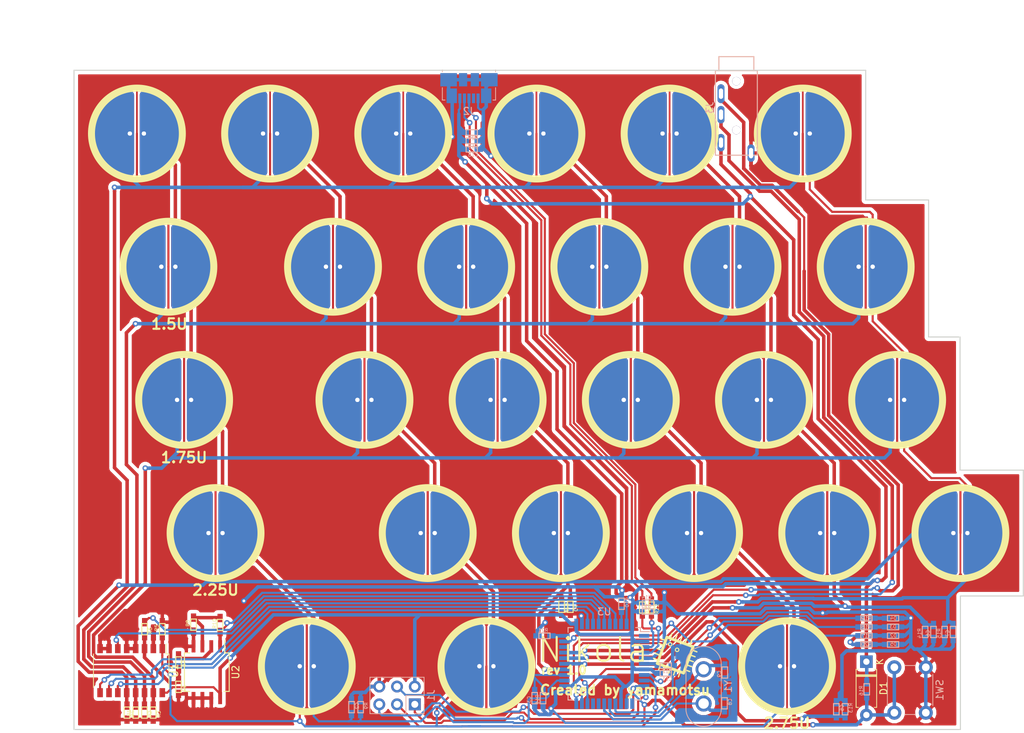
<source format=kicad_pcb>
(kicad_pcb (version 20171130) (host pcbnew "(5.0.2)-1")
  (layers (0 F.Cu signal) (31 B.Cu signal) (34 B.Paste user) (35 F.Paste user) (36 B.SilkS user) (37 F.SilkS user) (38 B.Mask user) (39 F.Mask user) (44 Edge.Cuts user))
  (net 0 "")
  (net 1 "Net-(C1-Pad1)")
  (net 2 GND)
  (net 3 COL0)
  (net 4 COL1)
  (net 5 COL2)
  (net 6 COL3)
  (net 7 COL4)
  (net 8 COL5)
  (net 9 "Net-(C8-Pad1)")
  (net 10 "Net-(C9-Pad1)")
  (net 11 "Net-(C10-Pad1)")
  (net 12 +5V)
  (net 13 "Net-(C12-Pad1)")
  (net 14 /ArduinoLayer/RESET)
  (net 15 "Net-(D2-Pad2)")
  (net 16 "Net-(D3-Pad2)")
  (net 17 "Net-(D4-Pad2)")
  (net 18 "Net-(D5-Pad2)")
  (net 19 /ArduinoLayer/MISO)
  (net 20 /ArduinoLayer/SCK)
  (net 21 /ArduinoLayer/MOSI)
  (net 22 "Net-(J2-Pad2)")
  (net 23 "Net-(J2-Pad3)")
  (net 24 /ROW0)
  (net 25 /ROW1)
  (net 26 /ROW2)
  (net 27 /ROW3)
  (net 28 /ROW4)
  (net 29 DRAIN)
  (net 30 "Net-(R7-Pad1)")
  (net 31 "Net-(R10-Pad2)")
  (net 32 READ)
  (net 33 /ArduinoLayer/CLKLED)
  (net 34 /ArduinoLayer/RXLED)
  (net 35 /ArduinoLayer/TXLED)
  (net 36 /ArduinoLayer/HWB)
  (net 37 /ArduinoLayer/D+)
  (net 38 /ArduinoLayer/D-)
  (net 39 MUX_C)
  (net 40 MUX_B)
  (net 41 MUX_A)
  (net 42 MUX_EN)
  (net 43 /ArduinoLayer/Rx)
  (net 44 /ArduinoLayer/Tx)
  (module MyLib:SMD_2P_1608_Handsoldering (layer B.Cu) (at 124.85 126.815207)
    (fp_text reference C11 (at 1 1.2) (layer B.SilkS) (effects (font (size 0.5 0.5) (thickness 0.075)) (justify mirror)))
    (fp_text value 0.1u)
    (pad 2 smd trapezoid (at 1.8 0.4) (size 1.2 0.75) (layers B.Cu B.Paste B.Mask) (net 2 GND))
    (pad 1 smd trapezoid (at -0.2 0.4) (size 1.2 0.75) (layers B.Cu B.Paste B.Mask) (net 12 +5V))
  )
  (module MyLib:SMD_2P_1608_Handsoldering (layer F.Cu) (at 55.55 128.35 270)
    (fp_text reference C1 (at 1 -1.2 270) (layer F.SilkS) (effects (font (size 0.5 0.5) (thickness 0.075))))
    (fp_text value 240p)
    (pad 1 smd trapezoid (at -0.2 -0.4 270) (size 1.2 0.75) (layers F.Cu F.Paste F.Mask) (net 1 "Net-(C1-Pad1)"))
    (pad 2 smd trapezoid (at 1.8 -0.4 270) (size 1.2 0.75) (layers F.Cu F.Paste F.Mask) (net 2 GND))
  )
  (module MyLib:SMD_2P_1608_Handsoldering (layer B.Cu) (at 80.3 132.85 90)
    (fp_text reference C2 (at 1 1.2 90) (layer B.SilkS) (effects (font (size 0.5 0.5) (thickness 0.075)) (justify mirror)))
    (fp_text value 2.2n)
    (pad 1 smd trapezoid (at -0.2 0.4 90) (size 1.2 0.75) (layers B.Cu B.Paste B.Mask) (net 3 COL0))
    (pad 2 smd trapezoid (at 1.8 0.4 90) (size 1.2 0.75) (layers B.Cu B.Paste B.Mask) (net 2 GND))
  )
  (module MyLib:SMD_2P_1608_Handsoldering (layer B.Cu) (at 107.3 129.958348 270)
    (fp_text reference C3 (at 1 1.2 270) (layer B.SilkS) (effects (font (size 0.5 0.5) (thickness 0.075)) (justify mirror)))
    (fp_text value 2.2n)
    (pad 2 smd trapezoid (at 1.8 0.4 270) (size 1.2 0.75) (layers B.Cu B.Paste B.Mask) (net 2 GND))
    (pad 1 smd trapezoid (at -0.2 0.4 270) (size 1.2 0.75) (layers B.Cu B.Paste B.Mask) (net 4 COL1))
  )
  (module MyLib:SMD_2P_1608_Handsoldering (layer F.Cu) (at 111.6 116.9 270)
    (fp_text reference C4 (at 1 -1.2 270) (layer F.SilkS) (effects (font (size 0.5 0.5) (thickness 0.075))))
    (fp_text value 2.2n)
    (pad 2 smd trapezoid (at 1.8 -0.4 270) (size 1.2 0.75) (layers F.Cu F.Paste F.Mask) (net 2 GND))
    (pad 1 smd trapezoid (at -0.2 -0.4 270) (size 1.2 0.75) (layers F.Cu F.Paste F.Mask) (net 5 COL2))
  )
  (module MyLib:SMD_2P_1608_Handsoldering (layer B.Cu) (at 149.65 133.15 90)
    (fp_text reference C5 (at 1 1.2 90) (layer B.SilkS) (effects (font (size 0.5 0.5) (thickness 0.075)) (justify mirror)))
    (fp_text value 2.2n)
    (pad 1 smd trapezoid (at -0.2 0.4 90) (size 1.2 0.75) (layers B.Cu B.Paste B.Mask) (net 6 COL3))
    (pad 2 smd trapezoid (at 1.8 0.4 90) (size 1.2 0.75) (layers B.Cu B.Paste B.Mask) (net 2 GND))
  )
  (module MyLib:SMD_2P_1608_Handsoldering (layer B.Cu) (at 164.35 120.5 270)
    (fp_text reference C6 (at 1 1.2 270) (layer B.SilkS) (effects (font (size 0.5 0.5) (thickness 0.075)) (justify mirror)))
    (fp_text value 2.2n)
    (pad 2 smd trapezoid (at 1.8 0.4 270) (size 1.2 0.75) (layers B.Cu B.Paste B.Mask) (net 2 GND))
    (pad 1 smd trapezoid (at -0.2 0.4 270) (size 1.2 0.75) (layers B.Cu B.Paste B.Mask) (net 7 COL4))
  )
  (module MyLib:SMD_2P_1608_Handsoldering (layer B.Cu) (at 167.15 120.5 270)
    (fp_text reference C7 (at 1 1.2 270) (layer B.SilkS) (effects (font (size 0.5 0.5) (thickness 0.075)) (justify mirror)))
    (fp_text value 2.2n)
    (pad 2 smd trapezoid (at 1.8 0.4 270) (size 1.2 0.75) (layers B.Cu B.Paste B.Mask) (net 2 GND))
    (pad 1 smd trapezoid (at -0.2 0.4 270) (size 1.2 0.75) (layers B.Cu B.Paste B.Mask) (net 8 COL5))
  )
  (module MyLib:SMD_2P_1608_Handsoldering (layer B.Cu) (at 133.65 132.3 90)
    (fp_text reference C8 (at 1 1.2 90) (layer B.SilkS) (effects (font (size 0.5 0.5) (thickness 0.075)) (justify mirror)))
    (fp_text value 22p)
    (pad 1 smd trapezoid (at -0.2 0.4 90) (size 1.2 0.75) (layers B.Cu B.Paste B.Mask) (net 9 "Net-(C8-Pad1)"))
    (pad 2 smd trapezoid (at 1.8 0.4 90) (size 1.2 0.75) (layers B.Cu B.Paste B.Mask) (net 2 GND))
  )
  (module MyLib:SMD_2P_1608_Handsoldering (layer B.Cu) (at 134.5 126.3 270)
    (fp_text reference C9 (at 1 1.2 270) (layer B.SilkS) (effects (font (size 0.5 0.5) (thickness 0.075)) (justify mirror)))
    (fp_text value 22p)
    (pad 1 smd trapezoid (at -0.2 0.4 270) (size 1.2 0.75) (layers B.Cu B.Paste B.Mask) (net 10 "Net-(C9-Pad1)"))
    (pad 2 smd trapezoid (at 1.8 0.4 270) (size 1.2 0.75) (layers B.Cu B.Paste B.Mask) (net 2 GND))
  )
  (module MyLib:SMD_2P_1608_Handsoldering (layer B.Cu) (at 118.915063 118.065207 90)
    (fp_text reference C10 (at 1 1.2 90) (layer B.SilkS) (effects (font (size 0.5 0.5) (thickness 0.075)) (justify mirror)))
    (fp_text value 100n)
    (pad 1 smd trapezoid (at -0.2 0.4 90) (size 1.2 0.75) (layers B.Cu B.Paste B.Mask) (net 11 "Net-(C10-Pad1)"))
    (pad 2 smd trapezoid (at 1.8 0.4 90) (size 1.2 0.75) (layers B.Cu B.Paste B.Mask) (net 2 GND))
  )
  (module MyLib:SMD_2P_1608_Handsoldering (layer B.Cu) (at 124.85 125.715207)
    (fp_text reference C12 (at 1 1.2) (layer B.SilkS) (effects (font (size 0.5 0.5) (thickness 0.075)) (justify mirror)))
    (fp_text value 1u)
    (pad 1 smd trapezoid (at -0.2 0.4) (size 1.2 0.75) (layers B.Cu B.Paste B.Mask) (net 13 "Net-(C12-Pad1)"))
    (pad 2 smd trapezoid (at 1.8 0.4) (size 1.2 0.75) (layers B.Cu B.Paste B.Mask) (net 2 GND))
  )
  (module MyLib:SMD_2P_1608_Handsoldering (layer B.Cu) (at 123.886416 118.782178 180)
    (fp_text reference C13 (at 1 1.2 180) (layer B.SilkS) (effects (font (size 0.5 0.5) (thickness 0.075)) (justify mirror)))
    (fp_text value 1u)
    (pad 1 smd trapezoid (at -0.2 0.4 180) (size 1.2 0.75) (layers B.Cu B.Paste B.Mask) (net 2 GND))
    (pad 2 smd trapezoid (at 1.8 0.4 180) (size 1.2 0.75) (layers B.Cu B.Paste B.Mask) (net 12 +5V))
  )
  (module MyLib:SMD_2P_1608_Handsoldering (layer B.Cu) (at 123.901623 117.517115 180)
    (fp_text reference C14 (at 1 1.2 180) (layer B.SilkS) (effects (font (size 0.5 0.5) (thickness 0.075)) (justify mirror)))
    (fp_text value 1u)
    (pad 2 smd trapezoid (at 1.8 0.4 180) (size 1.2 0.75) (layers B.Cu B.Paste B.Mask) (net 12 +5V))
    (pad 1 smd trapezoid (at -0.2 0.4 180) (size 1.2 0.75) (layers B.Cu B.Paste B.Mask) (net 2 GND))
  )
  (module MyLib:SMD_2P_1608_Handsoldering (layer B.Cu) (at 97.1 50.65)
    (fp_text reference C15 (at 1 1.2) (layer B.SilkS) (effects (font (size 0.5 0.5) (thickness 0.075)) (justify mirror)))
    (fp_text value 0.1u)
    (pad 1 smd trapezoid (at -0.2 0.4) (size 1.2 0.75) (layers B.Cu B.Paste B.Mask) (net 12 +5V))
    (pad 2 smd trapezoid (at 1.8 0.4) (size 1.2 0.75) (layers B.Cu B.Paste B.Mask) (net 2 GND))
  )
  (module MyLib:SMD_2P_1608_Handsoldering (layer B.Cu) (at 97.1 51.85)
    (fp_text reference C16 (at 1 1.2) (layer B.SilkS) (effects (font (size 0.5 0.5) (thickness 0.075)) (justify mirror)))
    (fp_text value 22u)
    (pad 2 smd trapezoid (at 1.8 0.4) (size 1.2 0.75) (layers B.Cu B.Paste B.Mask) (net 2 GND))
    (pad 1 smd trapezoid (at -0.2 0.4) (size 1.2 0.75) (layers B.Cu B.Paste B.Mask) (net 12 +5V))
  )
  (module Diode_THT:D_A-405_P7.62mm_Horizontal (layer F.Cu) (at 154.35 125.55 270)
    (fp_text reference D1 (at 3.81 -2.47 270) (layer F.SilkS))
    (fp_text value D)
    (fp_text user K (at 0 -1.9 270) (layer F.SilkS))
    (pad 1 thru_hole rect (at 0 0 270) (size 1.8 1.8) (drill 0.9) (layers *.Cu *.Mask) (net 12 +5V))
    (pad 2 thru_hole oval (at 7.62 0 270) (size 1.8 1.8) (drill 0.9) (layers *.Cu *.Mask) (net 14 /ArduinoLayer/RESET))
  )
  (module MyLib:SMD_2P_1608_Handsoldering (layer B.Cu) (at 158.96304 122.228168 180)
    (fp_text reference D2 (at 0.75 0.4 180) (layer B.SilkS) (effects (font (size 0.5 0.5) (thickness 0.075)) (justify mirror)))
    (fp_text value L)
    (pad 1 smd trapezoid (at -0.2 0.4 180) (size 1.2 0.75) (layers B.Cu B.Paste B.Mask) (net 2 GND))
    (pad 2 smd trapezoid (at 1.8 0.4 180) (size 1.2 0.75) (layers B.Cu B.Paste B.Mask) (net 15 "Net-(D2-Pad2)"))
  )
  (module MyLib:SMD_2P_1608_Handsoldering (layer B.Cu) (at 158.96304 120.978168 180)
    (fp_text reference D3 (at 0.8 0.45 180) (layer B.SilkS) (effects (font (size 0.5 0.5) (thickness 0.075)) (justify mirror)))
    (fp_text value RX)
    (pad 1 smd trapezoid (at -0.2 0.4 180) (size 1.2 0.75) (layers B.Cu B.Paste B.Mask) (net 2 GND))
    (pad 2 smd trapezoid (at 1.8 0.4 180) (size 1.2 0.75) (layers B.Cu B.Paste B.Mask) (net 16 "Net-(D3-Pad2)"))
  )
  (module MyLib:SMD_2P_1608_Handsoldering (layer B.Cu) (at 158.96304 119.728168 180)
    (fp_text reference D4 (at 0.75 0.4 180) (layer B.SilkS) (effects (font (size 0.5 0.5) (thickness 0.075)) (justify mirror)))
    (fp_text value TX)
    (pad 2 smd trapezoid (at 1.8 0.4 180) (size 1.2 0.75) (layers B.Cu B.Paste B.Mask) (net 17 "Net-(D4-Pad2)"))
    (pad 1 smd trapezoid (at -0.2 0.4 180) (size 1.2 0.75) (layers B.Cu B.Paste B.Mask) (net 2 GND))
  )
  (module MyLib:SMD_2P_1608_Handsoldering (layer B.Cu) (at 158.96304 123.478168 180)
    (fp_text reference D5 (at 0.75 0.45 180) (layer B.SilkS) (effects (font (size 0.5 0.5) (thickness 0.075)) (justify mirror)))
    (fp_text value PWR)
    (pad 2 smd trapezoid (at 1.8 0.4 180) (size 1.2 0.75) (layers B.Cu B.Paste B.Mask) (net 18 "Net-(D5-Pad2)"))
    (pad 1 smd trapezoid (at -0.2 0.4 180) (size 1.2 0.75) (layers B.Cu B.Paste B.Mask) (net 2 GND))
  )
  (module Connector_PinHeader_2.54mm:PinHeader_2x03_P2.54mm_Vertical (layer B.Cu) (at 89.75 131.65 90)
    (fp_text reference J1 (at 1.27 2.33 90) (layer B.SilkS) (effects (justify mirror)))
    (fp_text value ICSP)
    (pad 1 thru_hole rect (at 0 0 90) (size 1.7 1.7) (drill 1) (layers *.Cu *.Mask) (net 19 /ArduinoLayer/MISO))
    (pad 2 thru_hole oval (at 2.54 0 90) (size 1.7 1.7) (drill 1) (layers *.Cu *.Mask) (net 12 +5V))
    (pad 3 thru_hole oval (at 0 -2.54 90) (size 1.7 1.7) (drill 1) (layers *.Cu *.Mask) (net 20 /ArduinoLayer/SCK))
    (pad 4 thru_hole oval (at 2.54 -2.54 90) (size 1.7 1.7) (drill 1) (layers *.Cu *.Mask) (net 21 /ArduinoLayer/MOSI))
    (pad 5 thru_hole oval (at 0 -5.08 90) (size 1.7 1.7) (drill 1) (layers *.Cu *.Mask) (net 14 /ArduinoLayer/RESET))
    (pad 6 thru_hole oval (at 2.54 -5.08 90) (size 1.7 1.7) (drill 1) (layers *.Cu *.Mask) (net 2 GND))
  )
  (module Connector_USB:USB_Micro-B_Molex_47346-0001 (layer B.Cu) (at 97.5 43.5)
    (fp_text reference J2 (at 0 3.3 -180) (layer B.SilkS) (effects (justify mirror)))
    (fp_text value USB_B_Micro)
    (pad 1 smd rect (at -1.3 1.46) (size 0.45 1.38) (layers B.Cu B.Paste B.Mask) (net 12 +5V))
    (pad 2 smd rect (at -0.65 1.46) (size 0.45 1.38) (layers B.Cu B.Paste B.Mask) (net 22 "Net-(J2-Pad2)"))
    (pad 3 smd rect (at 0 1.46) (size 0.45 1.38) (layers B.Cu B.Paste B.Mask) (net 23 "Net-(J2-Pad3)"))
    (pad 4 smd rect (at 0.65 1.46) (size 0.45 1.38) (layers B.Cu B.Paste B.Mask))
    (pad 5 smd rect (at 1.3 1.46) (size 0.45 1.38) (layers B.Cu B.Paste B.Mask) (net 2 GND))
    (pad 6 smd rect (at -2.4625 1.1) (size 1.475 2.1) (layers B.Cu B.Paste B.Mask) (net 2 GND))
    (pad 6 smd rect (at 2.4625 1.1) (size 1.475 2.1) (layers B.Cu B.Paste B.Mask) (net 2 GND))
    (pad 6 smd rect (at -2.91 -1.2) (size 2.375 1.9) (layers B.Cu B.Paste B.Mask) (net 2 GND))
    (pad 6 smd rect (at 2.91 -1.2) (size 2.375 1.9) (layers B.Cu B.Paste B.Mask) (net 2 GND))
    (pad 6 smd rect (at -0.84 -1.2) (size 1.175 1.9) (layers B.Cu B.Paste B.Mask) (net 2 GND))
    (pad 6 smd rect (at 0.84 -1.2) (size 1.175 1.9) (layers B.Cu B.Paste B.Mask) (net 2 GND))
  )
  (module Button_Switch_THT:SW_PUSH_6mm (layer B.Cu) (at 162.85 132.85 90)
    (fp_text reference SW1 (at 3.25 2 90) (layer B.SilkS) (effects (justify mirror)))
    (fp_text value RESET)
    (pad 2 thru_hole circle (at 0 -4.5) (size 2 2) (drill 1.1) (layers *.Cu *.Mask) (net 14 /ArduinoLayer/RESET))
    (pad 1 thru_hole circle (at 0 0) (size 2 2) (drill 1.1) (layers *.Cu *.Mask) (net 2 GND))
    (pad 2 thru_hole circle (at 6.5 -4.5) (size 2 2) (drill 1.1) (layers *.Cu *.Mask) (net 14 /ArduinoLayer/RESET))
    (pad 1 thru_hole circle (at 6.5 0) (size 2 2) (drill 1.1) (layers *.Cu *.Mask) (net 2 GND))
  )
  (module toprepad:ToprePad (layer B.Cu) (at 50 50)
    (fp_text reference TP1 hide)
    (fp_text value ToprePad hide)
    (pad 2 thru_hole circle (at -1.016 0) (size 1 1) (drill 0.6) (layers *.Cu *.Mask) (net 24 /ROW0))
    (pad 1 thru_hole circle (at 1 0) (size 1 1) (drill 0.6) (layers *.Cu *.Mask) (net 3 COL0))
    (pad 2 thru_hole custom (at -1 0) (size 1 1) (drill 0.6) (layers F.Cu) (net 24 /ROW0) (options (clearance outline) (anchor circle)) (primitives (gr_line (start 0 5.5) (end 0 -5.5) (width 1.2)) (gr_line (start -3 3.5) (end -3 -3.5) (width 1.1)) (gr_line (start -4 2) (end -3.5 -2.5) (width 1.1)) (gr_arc (start 1 0) (end 0 -5.5) (angle -158.5) (width 1.2)) (gr_line (start -2 4) (end -2 -4.5) (width 1.1)) (gr_line (start -1 4.5) (end -1 -4.5) (width 1.1))))
    (pad 1 thru_hole custom (at 1 0) (size 1 1) (drill 0.6) (layers F.Cu) (net 3 COL0) (options (clearance outline) (anchor circle)) (primitives (gr_line (start 1 4.5) (end 1 -4.5) (width 1.1)) (gr_line (start 0 5.5) (end 0 -5.5) (width 1.2)) (gr_line (start 2 4) (end 2 -4.5) (width 1.1)) (gr_arc (start -1 0) (end 0 5.5) (angle -158.5) (width 1.2)) (gr_line (start 4 2) (end 3.5 -2.5) (width 1.1)) (gr_line (start 3 3.5) (end 3 -3.5) (width 1.1))))
    (pad 3 smd rect (at 0 0) (size 0.25 14) (layers F.Cu) (net 2 GND))
  )
  (module toprepad:ToprePad (layer B.Cu) (at 54.5 69.05)
    (fp_text reference TP2 hide)
    (fp_text value ToprePad hide)
    (pad 2 thru_hole circle (at -1.016 0) (size 1 1) (drill 0.6) (layers *.Cu *.Mask) (net 25 /ROW1))
    (pad 1 thru_hole circle (at 1 0) (size 1 1) (drill 0.6) (layers *.Cu *.Mask) (net 3 COL0))
    (pad 2 thru_hole custom (at -1 0) (size 1 1) (drill 0.6) (layers F.Cu) (net 25 /ROW1) (options (clearance outline) (anchor circle)) (primitives (gr_line (start 0 5.5) (end 0 -5.5) (width 1.2)) (gr_line (start -3 3.5) (end -3 -3.5) (width 1.1)) (gr_line (start -4 2) (end -3.5 -2.5) (width 1.1)) (gr_arc (start 1 0) (end 0 -5.5) (angle -158.5) (width 1.2)) (gr_line (start -2 4) (end -2 -4.5) (width 1.1)) (gr_line (start -1 4.5) (end -1 -4.5) (width 1.1))))
    (pad 1 thru_hole custom (at 1 0) (size 1 1) (drill 0.6) (layers F.Cu) (net 3 COL0) (options (clearance outline) (anchor circle)) (primitives (gr_line (start 1 4.5) (end 1 -4.5) (width 1.1)) (gr_line (start 0 5.5) (end 0 -5.5) (width 1.2)) (gr_line (start 2 4) (end 2 -4.5) (width 1.1)) (gr_arc (start -1 0) (end 0 5.5) (angle -158.5) (width 1.2)) (gr_line (start 4 2) (end 3.5 -2.5) (width 1.1)) (gr_line (start 3 3.5) (end 3 -3.5) (width 1.1))))
    (pad 3 smd rect (at 0 0) (size 0.25 14) (layers F.Cu) (net 2 GND))
  )
  (module toprepad:ToprePad (layer B.Cu) (at 56.75 88.1)
    (fp_text reference TP3 hide)
    (fp_text value ToprePad hide)
    (pad 2 thru_hole circle (at -1.016 0) (size 1 1) (drill 0.6) (layers *.Cu *.Mask) (net 26 /ROW2))
    (pad 1 thru_hole circle (at 1 0) (size 1 1) (drill 0.6) (layers *.Cu *.Mask) (net 3 COL0))
    (pad 2 thru_hole custom (at -1 0) (size 1 1) (drill 0.6) (layers F.Cu) (net 26 /ROW2) (options (clearance outline) (anchor circle)) (primitives (gr_line (start 0 5.5) (end 0 -5.5) (width 1.2)) (gr_line (start -3 3.5) (end -3 -3.5) (width 1.1)) (gr_line (start -4 2) (end -3.5 -2.5) (width 1.1)) (gr_arc (start 1 0) (end 0 -5.5) (angle -158.5) (width 1.2)) (gr_line (start -2 4) (end -2 -4.5) (width 1.1)) (gr_line (start -1 4.5) (end -1 -4.5) (width 1.1))))
    (pad 1 thru_hole custom (at 1 0) (size 1 1) (drill 0.6) (layers F.Cu) (net 3 COL0) (options (clearance outline) (anchor circle)) (primitives (gr_line (start 1 4.5) (end 1 -4.5) (width 1.1)) (gr_line (start 0 5.5) (end 0 -5.5) (width 1.2)) (gr_line (start 2 4) (end 2 -4.5) (width 1.1)) (gr_arc (start -1 0) (end 0 5.5) (angle -158.5) (width 1.2)) (gr_line (start 4 2) (end 3.5 -2.5) (width 1.1)) (gr_line (start 3 3.5) (end 3 -3.5) (width 1.1))))
    (pad 3 smd rect (at 0 0) (size 0.25 14) (layers F.Cu) (net 2 GND))
  )
  (module toprepad:ToprePad (layer B.Cu) (at 69.05 50)
    (fp_text reference TP4 hide)
    (fp_text value ToprePad hide)
    (pad 3 smd rect (at 0 0) (size 0.25 14) (layers F.Cu) (net 2 GND))
    (pad 1 thru_hole custom (at 1 0) (size 1 1) (drill 0.6) (layers F.Cu) (net 4 COL1) (options (clearance outline) (anchor circle)) (primitives (gr_line (start 1 4.5) (end 1 -4.5) (width 1.1)) (gr_line (start 0 5.5) (end 0 -5.5) (width 1.2)) (gr_line (start 2 4) (end 2 -4.5) (width 1.1)) (gr_arc (start -1 0) (end 0 5.5) (angle -158.5) (width 1.2)) (gr_line (start 4 2) (end 3.5 -2.5) (width 1.1)) (gr_line (start 3 3.5) (end 3 -3.5) (width 1.1))))
    (pad 2 thru_hole custom (at -1 0) (size 1 1) (drill 0.6) (layers F.Cu) (net 24 /ROW0) (options (clearance outline) (anchor circle)) (primitives (gr_line (start 0 5.5) (end 0 -5.5) (width 1.2)) (gr_line (start -3 3.5) (end -3 -3.5) (width 1.1)) (gr_line (start -4 2) (end -3.5 -2.5) (width 1.1)) (gr_arc (start 1 0) (end 0 -5.5) (angle -158.5) (width 1.2)) (gr_line (start -2 4) (end -2 -4.5) (width 1.1)) (gr_line (start -1 4.5) (end -1 -4.5) (width 1.1))))
    (pad 1 thru_hole circle (at 1 0) (size 1 1) (drill 0.6) (layers *.Cu *.Mask) (net 4 COL1))
    (pad 2 thru_hole circle (at -1.016 0) (size 1 1) (drill 0.6) (layers *.Cu *.Mask) (net 24 /ROW0))
  )
  (module toprepad:ToprePad (layer B.Cu) (at 78.05 69.05)
    (fp_text reference TP5 hide)
    (fp_text value ToprePad hide)
    (pad 2 thru_hole circle (at -1.016 0) (size 1 1) (drill 0.6) (layers *.Cu *.Mask) (net 25 /ROW1))
    (pad 1 thru_hole circle (at 1 0) (size 1 1) (drill 0.6) (layers *.Cu *.Mask) (net 4 COL1))
    (pad 2 thru_hole custom (at -1 0) (size 1 1) (drill 0.6) (layers F.Cu) (net 25 /ROW1) (options (clearance outline) (anchor circle)) (primitives (gr_line (start 0 5.5) (end 0 -5.5) (width 1.2)) (gr_line (start -3 3.5) (end -3 -3.5) (width 1.1)) (gr_line (start -4 2) (end -3.5 -2.5) (width 1.1)) (gr_arc (start 1 0) (end 0 -5.5) (angle -158.5) (width 1.2)) (gr_line (start -2 4) (end -2 -4.5) (width 1.1)) (gr_line (start -1 4.5) (end -1 -4.5) (width 1.1))))
    (pad 1 thru_hole custom (at 1 0) (size 1 1) (drill 0.6) (layers F.Cu) (net 4 COL1) (options (clearance outline) (anchor circle)) (primitives (gr_line (start 1 4.5) (end 1 -4.5) (width 1.1)) (gr_line (start 0 5.5) (end 0 -5.5) (width 1.2)) (gr_line (start 2 4) (end 2 -4.5) (width 1.1)) (gr_arc (start -1 0) (end 0 5.5) (angle -158.5) (width 1.2)) (gr_line (start 4 2) (end 3.5 -2.5) (width 1.1)) (gr_line (start 3 3.5) (end 3 -3.5) (width 1.1))))
    (pad 3 smd rect (at 0 0) (size 0.25 14) (layers F.Cu) (net 2 GND))
  )
  (module toprepad:ToprePad (layer B.Cu) (at 82.55 88.1)
    (fp_text reference TP6 hide)
    (fp_text value ToprePad hide)
    (pad 3 smd rect (at 0 0) (size 0.25 14) (layers F.Cu) (net 2 GND))
    (pad 1 thru_hole custom (at 1 0) (size 1 1) (drill 0.6) (layers F.Cu) (net 4 COL1) (options (clearance outline) (anchor circle)) (primitives (gr_line (start 1 4.5) (end 1 -4.5) (width 1.1)) (gr_line (start 0 5.5) (end 0 -5.5) (width 1.2)) (gr_line (start 2 4) (end 2 -4.5) (width 1.1)) (gr_arc (start -1 0) (end 0 5.5) (angle -158.5) (width 1.2)) (gr_line (start 4 2) (end 3.5 -2.5) (width 1.1)) (gr_line (start 3 3.5) (end 3 -3.5) (width 1.1))))
    (pad 2 thru_hole custom (at -1 0) (size 1 1) (drill 0.6) (layers F.Cu) (net 26 /ROW2) (options (clearance outline) (anchor circle)) (primitives (gr_line (start 0 5.5) (end 0 -5.5) (width 1.2)) (gr_line (start -3 3.5) (end -3 -3.5) (width 1.1)) (gr_line (start -4 2) (end -3.5 -2.5) (width 1.1)) (gr_arc (start 1 0) (end 0 -5.5) (angle -158.5) (width 1.2)) (gr_line (start -2 4) (end -2 -4.5) (width 1.1)) (gr_line (start -1 4.5) (end -1 -4.5) (width 1.1))))
    (pad 1 thru_hole circle (at 1 0) (size 1 1) (drill 0.6) (layers *.Cu *.Mask) (net 4 COL1))
    (pad 2 thru_hole circle (at -1.016 0) (size 1 1) (drill 0.6) (layers *.Cu *.Mask) (net 26 /ROW2))
  )
  (module toprepad:ToprePad (layer B.Cu) (at 88.1 50)
    (fp_text reference TP7 hide)
    (fp_text value ToprePad hide)
    (pad 3 smd rect (at 0 0) (size 0.25 14) (layers F.Cu) (net 2 GND))
    (pad 1 thru_hole custom (at 1 0) (size 1 1) (drill 0.6) (layers F.Cu) (net 5 COL2) (options (clearance outline) (anchor circle)) (primitives (gr_line (start 1 4.5) (end 1 -4.5) (width 1.1)) (gr_line (start 0 5.5) (end 0 -5.5) (width 1.2)) (gr_line (start 2 4) (end 2 -4.5) (width 1.1)) (gr_arc (start -1 0) (end 0 5.5) (angle -158.5) (width 1.2)) (gr_line (start 4 2) (end 3.5 -2.5) (width 1.1)) (gr_line (start 3 3.5) (end 3 -3.5) (width 1.1))))
    (pad 2 thru_hole custom (at -1 0) (size 1 1) (drill 0.6) (layers F.Cu) (net 24 /ROW0) (options (clearance outline) (anchor circle)) (primitives (gr_line (start 0 5.5) (end 0 -5.5) (width 1.2)) (gr_line (start -3 3.5) (end -3 -3.5) (width 1.1)) (gr_line (start -4 2) (end -3.5 -2.5) (width 1.1)) (gr_arc (start 1 0) (end 0 -5.5) (angle -158.5) (width 1.2)) (gr_line (start -2 4) (end -2 -4.5) (width 1.1)) (gr_line (start -1 4.5) (end -1 -4.5) (width 1.1))))
    (pad 1 thru_hole circle (at 1 0) (size 1 1) (drill 0.6) (layers *.Cu *.Mask) (net 5 COL2))
    (pad 2 thru_hole circle (at -1.016 0) (size 1 1) (drill 0.6) (layers *.Cu *.Mask) (net 24 /ROW0))
  )
  (module toprepad:ToprePad (layer B.Cu) (at 97.1 69.05)
    (fp_text reference TP8 hide)
    (fp_text value ToprePad hide)
    (pad 2 thru_hole circle (at -1.016 0) (size 1 1) (drill 0.6) (layers *.Cu *.Mask) (net 25 /ROW1))
    (pad 1 thru_hole circle (at 1 0) (size 1 1) (drill 0.6) (layers *.Cu *.Mask) (net 5 COL2))
    (pad 2 thru_hole custom (at -1 0) (size 1 1) (drill 0.6) (layers F.Cu) (net 25 /ROW1) (options (clearance outline) (anchor circle)) (primitives (gr_line (start 0 5.5) (end 0 -5.5) (width 1.2)) (gr_line (start -3 3.5) (end -3 -3.5) (width 1.1)) (gr_line (start -4 2) (end -3.5 -2.5) (width 1.1)) (gr_arc (start 1 0) (end 0 -5.5) (angle -158.5) (width 1.2)) (gr_line (start -2 4) (end -2 -4.5) (width 1.1)) (gr_line (start -1 4.5) (end -1 -4.5) (width 1.1))))
    (pad 1 thru_hole custom (at 1 0) (size 1 1) (drill 0.6) (layers F.Cu) (net 5 COL2) (options (clearance outline) (anchor circle)) (primitives (gr_line (start 1 4.5) (end 1 -4.5) (width 1.1)) (gr_line (start 0 5.5) (end 0 -5.5) (width 1.2)) (gr_line (start 2 4) (end 2 -4.5) (width 1.1)) (gr_arc (start -1 0) (end 0 5.5) (angle -158.5) (width 1.2)) (gr_line (start 4 2) (end 3.5 -2.5) (width 1.1)) (gr_line (start 3 3.5) (end 3 -3.5) (width 1.1))))
    (pad 3 smd rect (at 0 0) (size 0.25 14) (layers F.Cu) (net 2 GND))
  )
  (module toprepad:ToprePad (layer B.Cu) (at 101.6 88.1)
    (fp_text reference TP9 hide)
    (fp_text value ToprePad hide)
    (pad 3 smd rect (at 0 0) (size 0.25 14) (layers F.Cu) (net 2 GND))
    (pad 1 thru_hole custom (at 1 0) (size 1 1) (drill 0.6) (layers F.Cu) (net 5 COL2) (options (clearance outline) (anchor circle)) (primitives (gr_line (start 1 4.5) (end 1 -4.5) (width 1.1)) (gr_line (start 0 5.5) (end 0 -5.5) (width 1.2)) (gr_line (start 2 4) (end 2 -4.5) (width 1.1)) (gr_arc (start -1 0) (end 0 5.5) (angle -158.5) (width 1.2)) (gr_line (start 4 2) (end 3.5 -2.5) (width 1.1)) (gr_line (start 3 3.5) (end 3 -3.5) (width 1.1))))
    (pad 2 thru_hole custom (at -1 0) (size 1 1) (drill 0.6) (layers F.Cu) (net 26 /ROW2) (options (clearance outline) (anchor circle)) (primitives (gr_line (start 0 5.5) (end 0 -5.5) (width 1.2)) (gr_line (start -3 3.5) (end -3 -3.5) (width 1.1)) (gr_line (start -4 2) (end -3.5 -2.5) (width 1.1)) (gr_arc (start 1 0) (end 0 -5.5) (angle -158.5) (width 1.2)) (gr_line (start -2 4) (end -2 -4.5) (width 1.1)) (gr_line (start -1 4.5) (end -1 -4.5) (width 1.1))))
    (pad 1 thru_hole circle (at 1 0) (size 1 1) (drill 0.6) (layers *.Cu *.Mask) (net 5 COL2))
    (pad 2 thru_hole circle (at -1.016 0) (size 1 1) (drill 0.6) (layers *.Cu *.Mask) (net 26 /ROW2))
  )
  (module toprepad:ToprePad (layer B.Cu) (at 61.25 107.15)
    (fp_text reference TP10 hide)
    (fp_text value ToprePad hide)
    (pad 3 smd rect (at 0 0) (size 0.25 14) (layers F.Cu) (net 2 GND))
    (pad 1 thru_hole custom (at 1 0) (size 1 1) (drill 0.6) (layers F.Cu) (net 3 COL0) (options (clearance outline) (anchor circle)) (primitives (gr_line (start 1 4.5) (end 1 -4.5) (width 1.1)) (gr_line (start 0 5.5) (end 0 -5.5) (width 1.2)) (gr_line (start 2 4) (end 2 -4.5) (width 1.1)) (gr_arc (start -1 0) (end 0 5.5) (angle -158.5) (width 1.2)) (gr_line (start 4 2) (end 3.5 -2.5) (width 1.1)) (gr_line (start 3 3.5) (end 3 -3.5) (width 1.1))))
    (pad 2 thru_hole custom (at -1 0) (size 1 1) (drill 0.6) (layers F.Cu) (net 27 /ROW3) (options (clearance outline) (anchor circle)) (primitives (gr_line (start 0 5.5) (end 0 -5.5) (width 1.2)) (gr_line (start -3 3.5) (end -3 -3.5) (width 1.1)) (gr_line (start -4 2) (end -3.5 -2.5) (width 1.1)) (gr_arc (start 1 0) (end 0 -5.5) (angle -158.5) (width 1.2)) (gr_line (start -2 4) (end -2 -4.5) (width 1.1)) (gr_line (start -1 4.5) (end -1 -4.5) (width 1.1))))
    (pad 1 thru_hole circle (at 1 0) (size 1 1) (drill 0.6) (layers *.Cu *.Mask) (net 3 COL0))
    (pad 2 thru_hole circle (at -1.016 0) (size 1 1) (drill 0.6) (layers *.Cu *.Mask) (net 27 /ROW3))
  )
  (module toprepad:ToprePad (layer B.Cu) (at 74.3 126.2)
    (fp_text reference TP11 hide)
    (fp_text value ToprePad hide)
    (pad 3 smd rect (at 0 0) (size 0.25 14) (layers F.Cu) (net 2 GND))
    (pad 1 thru_hole custom (at 1 0) (size 1 1) (drill 0.6) (layers F.Cu) (net 3 COL0) (options (clearance outline) (anchor circle)) (primitives (gr_line (start 1 4.5) (end 1 -4.5) (width 1.1)) (gr_line (start 0 5.5) (end 0 -5.5) (width 1.2)) (gr_line (start 2 4) (end 2 -4.5) (width 1.1)) (gr_arc (start -1 0) (end 0 5.5) (angle -158.5) (width 1.2)) (gr_line (start 4 2) (end 3.5 -2.5) (width 1.1)) (gr_line (start 3 3.5) (end 3 -3.5) (width 1.1))))
    (pad 2 thru_hole custom (at -1 0) (size 1 1) (drill 0.6) (layers F.Cu) (net 28 /ROW4) (options (clearance outline) (anchor circle)) (primitives (gr_line (start 0 5.5) (end 0 -5.5) (width 1.2)) (gr_line (start -3 3.5) (end -3 -3.5) (width 1.1)) (gr_line (start -4 2) (end -3.5 -2.5) (width 1.1)) (gr_arc (start 1 0) (end 0 -5.5) (angle -158.5) (width 1.2)) (gr_line (start -2 4) (end -2 -4.5) (width 1.1)) (gr_line (start -1 4.5) (end -1 -4.5) (width 1.1))))
    (pad 1 thru_hole circle (at 1 0) (size 1 1) (drill 0.6) (layers *.Cu *.Mask) (net 3 COL0))
    (pad 2 thru_hole circle (at -1.016 0) (size 1 1) (drill 0.6) (layers *.Cu *.Mask) (net 28 /ROW4))
  )
  (module toprepad:ToprePad (layer B.Cu) (at 91.6 107.15)
    (fp_text reference TP12 hide)
    (fp_text value ToprePad hide)
    (pad 2 thru_hole circle (at -1.016 0) (size 1 1) (drill 0.6) (layers *.Cu *.Mask) (net 27 /ROW3))
    (pad 1 thru_hole circle (at 1 0) (size 1 1) (drill 0.6) (layers *.Cu *.Mask) (net 4 COL1))
    (pad 2 thru_hole custom (at -1 0) (size 1 1) (drill 0.6) (layers F.Cu) (net 27 /ROW3) (options (clearance outline) (anchor circle)) (primitives (gr_line (start 0 5.5) (end 0 -5.5) (width 1.2)) (gr_line (start -3 3.5) (end -3 -3.5) (width 1.1)) (gr_line (start -4 2) (end -3.5 -2.5) (width 1.1)) (gr_arc (start 1 0) (end 0 -5.5) (angle -158.5) (width 1.2)) (gr_line (start -2 4) (end -2 -4.5) (width 1.1)) (gr_line (start -1 4.5) (end -1 -4.5) (width 1.1))))
    (pad 1 thru_hole custom (at 1 0) (size 1 1) (drill 0.6) (layers F.Cu) (net 4 COL1) (options (clearance outline) (anchor circle)) (primitives (gr_line (start 1 4.5) (end 1 -4.5) (width 1.1)) (gr_line (start 0 5.5) (end 0 -5.5) (width 1.2)) (gr_line (start 2 4) (end 2 -4.5) (width 1.1)) (gr_arc (start -1 0) (end 0 5.5) (angle -158.5) (width 1.2)) (gr_line (start 4 2) (end 3.5 -2.5) (width 1.1)) (gr_line (start 3 3.5) (end 3 -3.5) (width 1.1))))
    (pad 3 smd rect (at 0 0) (size 0.25 14) (layers F.Cu) (net 2 GND))
  )
  (module toprepad:ToprePad (layer B.Cu) (at 100 126.2)
    (fp_text reference TP13 hide)
    (fp_text value ToprePad hide)
    (pad 2 thru_hole circle (at -1.016 0) (size 1 1) (drill 0.6) (layers *.Cu *.Mask) (net 28 /ROW4))
    (pad 1 thru_hole circle (at 1 0) (size 1 1) (drill 0.6) (layers *.Cu *.Mask) (net 4 COL1))
    (pad 2 thru_hole custom (at -1 0) (size 1 1) (drill 0.6) (layers F.Cu) (net 28 /ROW4) (options (clearance outline) (anchor circle)) (primitives (gr_line (start 0 5.5) (end 0 -5.5) (width 1.2)) (gr_line (start -3 3.5) (end -3 -3.5) (width 1.1)) (gr_line (start -4 2) (end -3.5 -2.5) (width 1.1)) (gr_arc (start 1 0) (end 0 -5.5) (angle -158.5) (width 1.2)) (gr_line (start -2 4) (end -2 -4.5) (width 1.1)) (gr_line (start -1 4.5) (end -1 -4.5) (width 1.1))))
    (pad 1 thru_hole custom (at 1 0) (size 1 1) (drill 0.6) (layers F.Cu) (net 4 COL1) (options (clearance outline) (anchor circle)) (primitives (gr_line (start 1 4.5) (end 1 -4.5) (width 1.1)) (gr_line (start 0 5.5) (end 0 -5.5) (width 1.2)) (gr_line (start 2 4) (end 2 -4.5) (width 1.1)) (gr_arc (start -1 0) (end 0 5.5) (angle -158.5) (width 1.2)) (gr_line (start 4 2) (end 3.5 -2.5) (width 1.1)) (gr_line (start 3 3.5) (end 3 -3.5) (width 1.1))))
    (pad 3 smd rect (at 0 0) (size 0.25 14) (layers F.Cu) (net 2 GND))
  )
  (module toprepad:ToprePad (layer B.Cu) (at 110.65 107.15)
    (fp_text reference TP14 hide)
    (fp_text value ToprePad hide)
    (pad 3 smd rect (at 0 0) (size 0.25 14) (layers F.Cu) (net 2 GND))
    (pad 1 thru_hole custom (at 1 0) (size 1 1) (drill 0.6) (layers F.Cu) (net 5 COL2) (options (clearance outline) (anchor circle)) (primitives (gr_line (start 1 4.5) (end 1 -4.5) (width 1.1)) (gr_line (start 0 5.5) (end 0 -5.5) (width 1.2)) (gr_line (start 2 4) (end 2 -4.5) (width 1.1)) (gr_arc (start -1 0) (end 0 5.5) (angle -158.5) (width 1.2)) (gr_line (start 4 2) (end 3.5 -2.5) (width 1.1)) (gr_line (start 3 3.5) (end 3 -3.5) (width 1.1))))
    (pad 2 thru_hole custom (at -1 0) (size 1 1) (drill 0.6) (layers F.Cu) (net 27 /ROW3) (options (clearance outline) (anchor circle)) (primitives (gr_line (start 0 5.5) (end 0 -5.5) (width 1.2)) (gr_line (start -3 3.5) (end -3 -3.5) (width 1.1)) (gr_line (start -4 2) (end -3.5 -2.5) (width 1.1)) (gr_arc (start 1 0) (end 0 -5.5) (angle -158.5) (width 1.2)) (gr_line (start -2 4) (end -2 -4.5) (width 1.1)) (gr_line (start -1 4.5) (end -1 -4.5) (width 1.1))))
    (pad 1 thru_hole circle (at 1 0) (size 1 1) (drill 0.6) (layers *.Cu *.Mask) (net 5 COL2))
    (pad 2 thru_hole circle (at -1.016 0) (size 1 1) (drill 0.6) (layers *.Cu *.Mask) (net 27 /ROW3))
  )
  (module toprepad:ToprePad (layer B.Cu) (at 107.15 50)
    (fp_text reference TP15 hide)
    (fp_text value ToprePad hide)
    (pad 3 smd rect (at 0 0) (size 0.25 14) (layers F.Cu) (net 2 GND))
    (pad 1 thru_hole custom (at 1 0) (size 1 1) (drill 0.6) (layers F.Cu) (net 6 COL3) (options (clearance outline) (anchor circle)) (primitives (gr_line (start 1 4.5) (end 1 -4.5) (width 1.1)) (gr_line (start 0 5.5) (end 0 -5.5) (width 1.2)) (gr_line (start 2 4) (end 2 -4.5) (width 1.1)) (gr_arc (start -1 0) (end 0 5.5) (angle -158.5) (width 1.2)) (gr_line (start 4 2) (end 3.5 -2.5) (width 1.1)) (gr_line (start 3 3.5) (end 3 -3.5) (width 1.1))))
    (pad 2 thru_hole custom (at -1 0) (size 1 1) (drill 0.6) (layers F.Cu) (net 24 /ROW0) (options (clearance outline) (anchor circle)) (primitives (gr_line (start 0 5.5) (end 0 -5.5) (width 1.2)) (gr_line (start -3 3.5) (end -3 -3.5) (width 1.1)) (gr_line (start -4 2) (end -3.5 -2.5) (width 1.1)) (gr_arc (start 1 0) (end 0 -5.5) (angle -158.5) (width 1.2)) (gr_line (start -2 4) (end -2 -4.5) (width 1.1)) (gr_line (start -1 4.5) (end -1 -4.5) (width 1.1))))
    (pad 1 thru_hole circle (at 1 0) (size 1 1) (drill 0.6) (layers *.Cu *.Mask) (net 6 COL3))
    (pad 2 thru_hole circle (at -1.016 0) (size 1 1) (drill 0.6) (layers *.Cu *.Mask) (net 24 /ROW0))
  )
  (module toprepad:ToprePad (layer B.Cu) (at 116.15 69.05)
    (fp_text reference TP16 hide)
    (fp_text value ToprePad hide)
    (pad 3 smd rect (at 0 0) (size 0.25 14) (layers F.Cu) (net 2 GND))
    (pad 1 thru_hole custom (at 1 0) (size 1 1) (drill 0.6) (layers F.Cu) (net 6 COL3) (options (clearance outline) (anchor circle)) (primitives (gr_line (start 1 4.5) (end 1 -4.5) (width 1.1)) (gr_line (start 0 5.5) (end 0 -5.5) (width 1.2)) (gr_line (start 2 4) (end 2 -4.5) (width 1.1)) (gr_arc (start -1 0) (end 0 5.5) (angle -158.5) (width 1.2)) (gr_line (start 4 2) (end 3.5 -2.5) (width 1.1)) (gr_line (start 3 3.5) (end 3 -3.5) (width 1.1))))
    (pad 2 thru_hole custom (at -1 0) (size 1 1) (drill 0.6) (layers F.Cu) (net 25 /ROW1) (options (clearance outline) (anchor circle)) (primitives (gr_line (start 0 5.5) (end 0 -5.5) (width 1.2)) (gr_line (start -3 3.5) (end -3 -3.5) (width 1.1)) (gr_line (start -4 2) (end -3.5 -2.5) (width 1.1)) (gr_arc (start 1 0) (end 0 -5.5) (angle -158.5) (width 1.2)) (gr_line (start -2 4) (end -2 -4.5) (width 1.1)) (gr_line (start -1 4.5) (end -1 -4.5) (width 1.1))))
    (pad 1 thru_hole circle (at 1 0) (size 1 1) (drill 0.6) (layers *.Cu *.Mask) (net 6 COL3))
    (pad 2 thru_hole circle (at -1.016 0) (size 1 1) (drill 0.6) (layers *.Cu *.Mask) (net 25 /ROW1))
  )
  (module toprepad:ToprePad (layer B.Cu) (at 120.65 88.1)
    (fp_text reference TP17 hide)
    (fp_text value ToprePad hide)
    (pad 2 thru_hole circle (at -1.016 0) (size 1 1) (drill 0.6) (layers *.Cu *.Mask) (net 26 /ROW2))
    (pad 1 thru_hole circle (at 1 0) (size 1 1) (drill 0.6) (layers *.Cu *.Mask) (net 6 COL3))
    (pad 2 thru_hole custom (at -1 0) (size 1 1) (drill 0.6) (layers F.Cu) (net 26 /ROW2) (options (clearance outline) (anchor circle)) (primitives (gr_line (start 0 5.5) (end 0 -5.5) (width 1.2)) (gr_line (start -3 3.5) (end -3 -3.5) (width 1.1)) (gr_line (start -4 2) (end -3.5 -2.5) (width 1.1)) (gr_arc (start 1 0) (end 0 -5.5) (angle -158.5) (width 1.2)) (gr_line (start -2 4) (end -2 -4.5) (width 1.1)) (gr_line (start -1 4.5) (end -1 -4.5) (width 1.1))))
    (pad 1 thru_hole custom (at 1 0) (size 1 1) (drill 0.6) (layers F.Cu) (net 6 COL3) (options (clearance outline) (anchor circle)) (primitives (gr_line (start 1 4.5) (end 1 -4.5) (width 1.1)) (gr_line (start 0 5.5) (end 0 -5.5) (width 1.2)) (gr_line (start 2 4) (end 2 -4.5) (width 1.1)) (gr_arc (start -1 0) (end 0 5.5) (angle -158.5) (width 1.2)) (gr_line (start 4 2) (end 3.5 -2.5) (width 1.1)) (gr_line (start 3 3.5) (end 3 -3.5) (width 1.1))))
    (pad 3 smd rect (at 0 0) (size 0.25 14) (layers F.Cu) (net 2 GND))
  )
  (module toprepad:ToprePad (layer B.Cu) (at 129.7 107.15)
    (fp_text reference TP18 hide)
    (fp_text value ToprePad hide)
    (pad 2 thru_hole circle (at -1.016 0) (size 1 1) (drill 0.6) (layers *.Cu *.Mask) (net 27 /ROW3))
    (pad 1 thru_hole circle (at 1 0) (size 1 1) (drill 0.6) (layers *.Cu *.Mask) (net 6 COL3))
    (pad 2 thru_hole custom (at -1 0) (size 1 1) (drill 0.6) (layers F.Cu) (net 27 /ROW3) (options (clearance outline) (anchor circle)) (primitives (gr_line (start 0 5.5) (end 0 -5.5) (width 1.2)) (gr_line (start -3 3.5) (end -3 -3.5) (width 1.1)) (gr_line (start -4 2) (end -3.5 -2.5) (width 1.1)) (gr_arc (start 1 0) (end 0 -5.5) (angle -158.5) (width 1.2)) (gr_line (start -2 4) (end -2 -4.5) (width 1.1)) (gr_line (start -1 4.5) (end -1 -4.5) (width 1.1))))
    (pad 1 thru_hole custom (at 1 0) (size 1 1) (drill 0.6) (layers F.Cu) (net 6 COL3) (options (clearance outline) (anchor circle)) (primitives (gr_line (start 1 4.5) (end 1 -4.5) (width 1.1)) (gr_line (start 0 5.5) (end 0 -5.5) (width 1.2)) (gr_line (start 2 4) (end 2 -4.5) (width 1.1)) (gr_arc (start -1 0) (end 0 5.5) (angle -158.5) (width 1.2)) (gr_line (start 4 2) (end 3.5 -2.5) (width 1.1)) (gr_line (start 3 3.5) (end 3 -3.5) (width 1.1))))
    (pad 3 smd rect (at 0 0) (size 0.25 14) (layers F.Cu) (net 2 GND))
  )
  (module toprepad:ToprePad (layer B.Cu) (at 143 126.2)
    (fp_text reference TP19 hide)
    (fp_text value ToprePad hide)
    (pad 3 smd rect (at 0 0) (size 0.25 14) (layers F.Cu) (net 2 GND))
    (pad 1 thru_hole custom (at 1 0) (size 1 1) (drill 0.6) (layers F.Cu) (net 6 COL3) (options (clearance outline) (anchor circle)) (primitives (gr_line (start 1 4.5) (end 1 -4.5) (width 1.1)) (gr_line (start 0 5.5) (end 0 -5.5) (width 1.2)) (gr_line (start 2 4) (end 2 -4.5) (width 1.1)) (gr_arc (start -1 0) (end 0 5.5) (angle -158.5) (width 1.2)) (gr_line (start 4 2) (end 3.5 -2.5) (width 1.1)) (gr_line (start 3 3.5) (end 3 -3.5) (width 1.1))))
    (pad 2 thru_hole custom (at -1 0) (size 1 1) (drill 0.6) (layers F.Cu) (net 28 /ROW4) (options (clearance outline) (anchor circle)) (primitives (gr_line (start 0 5.5) (end 0 -5.5) (width 1.2)) (gr_line (start -3 3.5) (end -3 -3.5) (width 1.1)) (gr_line (start -4 2) (end -3.5 -2.5) (width 1.1)) (gr_arc (start 1 0) (end 0 -5.5) (angle -158.5) (width 1.2)) (gr_line (start -2 4) (end -2 -4.5) (width 1.1)) (gr_line (start -1 4.5) (end -1 -4.5) (width 1.1))))
    (pad 1 thru_hole circle (at 1 0) (size 1 1) (drill 0.6) (layers *.Cu *.Mask) (net 6 COL3))
    (pad 2 thru_hole circle (at -1.016 0) (size 1 1) (drill 0.6) (layers *.Cu *.Mask) (net 28 /ROW4))
  )
  (module toprepad:ToprePad (layer B.Cu) (at 126.2 50)
    (fp_text reference TP20 hide)
    (fp_text value ToprePad hide)
    (pad 2 thru_hole circle (at -1.016 0) (size 1 1) (drill 0.6) (layers *.Cu *.Mask) (net 24 /ROW0))
    (pad 1 thru_hole circle (at 1 0) (size 1 1) (drill 0.6) (layers *.Cu *.Mask) (net 7 COL4))
    (pad 2 thru_hole custom (at -1 0) (size 1 1) (drill 0.6) (layers F.Cu) (net 24 /ROW0) (options (clearance outline) (anchor circle)) (primitives (gr_line (start 0 5.5) (end 0 -5.5) (width 1.2)) (gr_line (start -3 3.5) (end -3 -3.5) (width 1.1)) (gr_line (start -4 2) (end -3.5 -2.5) (width 1.1)) (gr_arc (start 1 0) (end 0 -5.5) (angle -158.5) (width 1.2)) (gr_line (start -2 4) (end -2 -4.5) (width 1.1)) (gr_line (start -1 4.5) (end -1 -4.5) (width 1.1))))
    (pad 1 thru_hole custom (at 1 0) (size 1 1) (drill 0.6) (layers F.Cu) (net 7 COL4) (options (clearance outline) (anchor circle)) (primitives (gr_line (start 1 4.5) (end 1 -4.5) (width 1.1)) (gr_line (start 0 5.5) (end 0 -5.5) (width 1.2)) (gr_line (start 2 4) (end 2 -4.5) (width 1.1)) (gr_arc (start -1 0) (end 0 5.5) (angle -158.5) (width 1.2)) (gr_line (start 4 2) (end 3.5 -2.5) (width 1.1)) (gr_line (start 3 3.5) (end 3 -3.5) (width 1.1))))
    (pad 3 smd rect (at 0 0) (size 0.25 14) (layers F.Cu) (net 2 GND))
  )
  (module toprepad:ToprePad (layer B.Cu) (at 135.2 69.05)
    (fp_text reference TP21 hide)
    (fp_text value ToprePad hide)
    (pad 3 smd rect (at 0 0) (size 0.25 14) (layers F.Cu) (net 2 GND))
    (pad 1 thru_hole custom (at 1 0) (size 1 1) (drill 0.6) (layers F.Cu) (net 7 COL4) (options (clearance outline) (anchor circle)) (primitives (gr_line (start 1 4.5) (end 1 -4.5) (width 1.1)) (gr_line (start 0 5.5) (end 0 -5.5) (width 1.2)) (gr_line (start 2 4) (end 2 -4.5) (width 1.1)) (gr_arc (start -1 0) (end 0 5.5) (angle -158.5) (width 1.2)) (gr_line (start 4 2) (end 3.5 -2.5) (width 1.1)) (gr_line (start 3 3.5) (end 3 -3.5) (width 1.1))))
    (pad 2 thru_hole custom (at -1 0) (size 1 1) (drill 0.6) (layers F.Cu) (net 25 /ROW1) (options (clearance outline) (anchor circle)) (primitives (gr_line (start 0 5.5) (end 0 -5.5) (width 1.2)) (gr_line (start -3 3.5) (end -3 -3.5) (width 1.1)) (gr_line (start -4 2) (end -3.5 -2.5) (width 1.1)) (gr_arc (start 1 0) (end 0 -5.5) (angle -158.5) (width 1.2)) (gr_line (start -2 4) (end -2 -4.5) (width 1.1)) (gr_line (start -1 4.5) (end -1 -4.5) (width 1.1))))
    (pad 1 thru_hole circle (at 1 0) (size 1 1) (drill 0.6) (layers *.Cu *.Mask) (net 7 COL4))
    (pad 2 thru_hole circle (at -1.016 0) (size 1 1) (drill 0.6) (layers *.Cu *.Mask) (net 25 /ROW1))
  )
  (module toprepad:ToprePad (layer B.Cu) (at 139.7 88.1)
    (fp_text reference TP22 hide)
    (fp_text value ToprePad hide)
    (pad 2 thru_hole circle (at -1.016 0) (size 1 1) (drill 0.6) (layers *.Cu *.Mask) (net 26 /ROW2))
    (pad 1 thru_hole circle (at 1 0) (size 1 1) (drill 0.6) (layers *.Cu *.Mask) (net 7 COL4))
    (pad 2 thru_hole custom (at -1 0) (size 1 1) (drill 0.6) (layers F.Cu) (net 26 /ROW2) (options (clearance outline) (anchor circle)) (primitives (gr_line (start 0 5.5) (end 0 -5.5) (width 1.2)) (gr_line (start -3 3.5) (end -3 -3.5) (width 1.1)) (gr_line (start -4 2) (end -3.5 -2.5) (width 1.1)) (gr_arc (start 1 0) (end 0 -5.5) (angle -158.5) (width 1.2)) (gr_line (start -2 4) (end -2 -4.5) (width 1.1)) (gr_line (start -1 4.5) (end -1 -4.5) (width 1.1))))
    (pad 1 thru_hole custom (at 1 0) (size 1 1) (drill 0.6) (layers F.Cu) (net 7 COL4) (options (clearance outline) (anchor circle)) (primitives (gr_line (start 1 4.5) (end 1 -4.5) (width 1.1)) (gr_line (start 0 5.5) (end 0 -5.5) (width 1.2)) (gr_line (start 2 4) (end 2 -4.5) (width 1.1)) (gr_arc (start -1 0) (end 0 5.5) (angle -158.5) (width 1.2)) (gr_line (start 4 2) (end 3.5 -2.5) (width 1.1)) (gr_line (start 3 3.5) (end 3 -3.5) (width 1.1))))
    (pad 3 smd rect (at 0 0) (size 0.25 14) (layers F.Cu) (net 2 GND))
  )
  (module toprepad:ToprePad (layer B.Cu) (at 148.75 107.15)
    (fp_text reference TP23 hide)
    (fp_text value ToprePad hide)
    (pad 3 smd rect (at 0 0) (size 0.25 14) (layers F.Cu) (net 2 GND))
    (pad 1 thru_hole custom (at 1 0) (size 1 1) (drill 0.6) (layers F.Cu) (net 7 COL4) (options (clearance outline) (anchor circle)) (primitives (gr_line (start 1 4.5) (end 1 -4.5) (width 1.1)) (gr_line (start 0 5.5) (end 0 -5.5) (width 1.2)) (gr_line (start 2 4) (end 2 -4.5) (width 1.1)) (gr_arc (start -1 0) (end 0 5.5) (angle -158.5) (width 1.2)) (gr_line (start 4 2) (end 3.5 -2.5) (width 1.1)) (gr_line (start 3 3.5) (end 3 -3.5) (width 1.1))))
    (pad 2 thru_hole custom (at -1 0) (size 1 1) (drill 0.6) (layers F.Cu) (net 27 /ROW3) (options (clearance outline) (anchor circle)) (primitives (gr_line (start 0 5.5) (end 0 -5.5) (width 1.2)) (gr_line (start -3 3.5) (end -3 -3.5) (width 1.1)) (gr_line (start -4 2) (end -3.5 -2.5) (width 1.1)) (gr_arc (start 1 0) (end 0 -5.5) (angle -158.5) (width 1.2)) (gr_line (start -2 4) (end -2 -4.5) (width 1.1)) (gr_line (start -1 4.5) (end -1 -4.5) (width 1.1))))
    (pad 1 thru_hole circle (at 1 0) (size 1 1) (drill 0.6) (layers *.Cu *.Mask) (net 7 COL4))
    (pad 2 thru_hole circle (at -1.016 0) (size 1 1) (drill 0.6) (layers *.Cu *.Mask) (net 27 /ROW3))
  )
  (module toprepad:ToprePad (layer B.Cu) (at 145.25 50)
    (fp_text reference TP24 hide)
    (fp_text value ToprePad hide)
    (pad 2 thru_hole circle (at -1.016 0) (size 1 1) (drill 0.6) (layers *.Cu *.Mask) (net 24 /ROW0))
    (pad 1 thru_hole circle (at 1 0) (size 1 1) (drill 0.6) (layers *.Cu *.Mask) (net 8 COL5))
    (pad 2 thru_hole custom (at -1 0) (size 1 1) (drill 0.6) (layers F.Cu) (net 24 /ROW0) (options (clearance outline) (anchor circle)) (primitives (gr_line (start 0 5.5) (end 0 -5.5) (width 1.2)) (gr_line (start -3 3.5) (end -3 -3.5) (width 1.1)) (gr_line (start -4 2) (end -3.5 -2.5) (width 1.1)) (gr_arc (start 1 0) (end 0 -5.5) (angle -158.5) (width 1.2)) (gr_line (start -2 4) (end -2 -4.5) (width 1.1)) (gr_line (start -1 4.5) (end -1 -4.5) (width 1.1))))
    (pad 1 thru_hole custom (at 1 0) (size 1 1) (drill 0.6) (layers F.Cu) (net 8 COL5) (options (clearance outline) (anchor circle)) (primitives (gr_line (start 1 4.5) (end 1 -4.5) (width 1.1)) (gr_line (start 0 5.5) (end 0 -5.5) (width 1.2)) (gr_line (start 2 4) (end 2 -4.5) (width 1.1)) (gr_arc (start -1 0) (end 0 5.5) (angle -158.5) (width 1.2)) (gr_line (start 4 2) (end 3.5 -2.5) (width 1.1)) (gr_line (start 3 3.5) (end 3 -3.5) (width 1.1))))
    (pad 3 smd rect (at 0 0) (size 0.25 14) (layers F.Cu) (net 2 GND))
  )
  (module toprepad:ToprePad (layer B.Cu) (at 154.25 69.05)
    (fp_text reference TP25 hide)
    (fp_text value ToprePad hide)
    (pad 3 smd rect (at 0 0) (size 0.25 14) (layers F.Cu) (net 2 GND))
    (pad 1 thru_hole custom (at 1 0) (size 1 1) (drill 0.6) (layers F.Cu) (net 8 COL5) (options (clearance outline) (anchor circle)) (primitives (gr_line (start 1 4.5) (end 1 -4.5) (width 1.1)) (gr_line (start 0 5.5) (end 0 -5.5) (width 1.2)) (gr_line (start 2 4) (end 2 -4.5) (width 1.1)) (gr_arc (start -1 0) (end 0 5.5) (angle -158.5) (width 1.2)) (gr_line (start 4 2) (end 3.5 -2.5) (width 1.1)) (gr_line (start 3 3.5) (end 3 -3.5) (width 1.1))))
    (pad 2 thru_hole custom (at -1 0) (size 1 1) (drill 0.6) (layers F.Cu) (net 25 /ROW1) (options (clearance outline) (anchor circle)) (primitives (gr_line (start 0 5.5) (end 0 -5.5) (width 1.2)) (gr_line (start -3 3.5) (end -3 -3.5) (width 1.1)) (gr_line (start -4 2) (end -3.5 -2.5) (width 1.1)) (gr_arc (start 1 0) (end 0 -5.5) (angle -158.5) (width 1.2)) (gr_line (start -2 4) (end -2 -4.5) (width 1.1)) (gr_line (start -1 4.5) (end -1 -4.5) (width 1.1))))
    (pad 1 thru_hole circle (at 1 0) (size 1 1) (drill 0.6) (layers *.Cu *.Mask) (net 8 COL5))
    (pad 2 thru_hole circle (at -1.016 0) (size 1 1) (drill 0.6) (layers *.Cu *.Mask) (net 25 /ROW1))
  )
  (module toprepad:ToprePad (layer B.Cu) (at 158.75 88.1)
    (fp_text reference TP26 hide)
    (fp_text value ToprePad hide)
    (pad 2 thru_hole circle (at -1.016 0) (size 1 1) (drill 0.6) (layers *.Cu *.Mask) (net 26 /ROW2))
    (pad 1 thru_hole circle (at 1 0) (size 1 1) (drill 0.6) (layers *.Cu *.Mask) (net 8 COL5))
    (pad 2 thru_hole custom (at -1 0) (size 1 1) (drill 0.6) (layers F.Cu) (net 26 /ROW2) (options (clearance outline) (anchor circle)) (primitives (gr_line (start 0 5.5) (end 0 -5.5) (width 1.2)) (gr_line (start -3 3.5) (end -3 -3.5) (width 1.1)) (gr_line (start -4 2) (end -3.5 -2.5) (width 1.1)) (gr_arc (start 1 0) (end 0 -5.5) (angle -158.5) (width 1.2)) (gr_line (start -2 4) (end -2 -4.5) (width 1.1)) (gr_line (start -1 4.5) (end -1 -4.5) (width 1.1))))
    (pad 1 thru_hole custom (at 1 0) (size 1 1) (drill 0.6) (layers F.Cu) (net 8 COL5) (options (clearance outline) (anchor circle)) (primitives (gr_line (start 1 4.5) (end 1 -4.5) (width 1.1)) (gr_line (start 0 5.5) (end 0 -5.5) (width 1.2)) (gr_line (start 2 4) (end 2 -4.5) (width 1.1)) (gr_arc (start -1 0) (end 0 5.5) (angle -158.5) (width 1.2)) (gr_line (start 4 2) (end 3.5 -2.5) (width 1.1)) (gr_line (start 3 3.5) (end 3 -3.5) (width 1.1))))
    (pad 3 smd rect (at 0 0) (size 0.25 14) (layers F.Cu) (net 2 GND))
  )
  (module toprepad:ToprePad (layer B.Cu) (at 167.8 107.15)
    (fp_text reference TP27 hide)
    (fp_text value ToprePad hide)
    (pad 3 smd rect (at 0 0) (size 0.25 14) (layers F.Cu) (net 2 GND))
    (pad 1 thru_hole custom (at 1 0) (size 1 1) (drill 0.6) (layers F.Cu) (net 8 COL5) (options (clearance outline) (anchor circle)) (primitives (gr_line (start 1 4.5) (end 1 -4.5) (width 1.1)) (gr_line (start 0 5.5) (end 0 -5.5) (width 1.2)) (gr_line (start 2 4) (end 2 -4.5) (width 1.1)) (gr_arc (start -1 0) (end 0 5.5) (angle -158.5) (width 1.2)) (gr_line (start 4 2) (end 3.5 -2.5) (width 1.1)) (gr_line (start 3 3.5) (end 3 -3.5) (width 1.1))))
    (pad 2 thru_hole custom (at -1 0) (size 1 1) (drill 0.6) (layers F.Cu) (net 27 /ROW3) (options (clearance outline) (anchor circle)) (primitives (gr_line (start 0 5.5) (end 0 -5.5) (width 1.2)) (gr_line (start -3 3.5) (end -3 -3.5) (width 1.1)) (gr_line (start -4 2) (end -3.5 -2.5) (width 1.1)) (gr_arc (start 1 0) (end 0 -5.5) (angle -158.5) (width 1.2)) (gr_line (start -2 4) (end -2 -4.5) (width 1.1)) (gr_line (start -1 4.5) (end -1 -4.5) (width 1.1))))
    (pad 1 thru_hole circle (at 1 0) (size 1 1) (drill 0.6) (layers *.Cu *.Mask) (net 8 COL5))
    (pad 2 thru_hole circle (at -1.016 0) (size 1 1) (drill 0.6) (layers *.Cu *.Mask) (net 27 /ROW3))
  )
  (module Package_QFP:TQFP-44_10x10mm_P0.8mm (layer B.Cu) (at 116.85 125.85 180)
    (fp_text reference U3 (at 0 7.45 180) (layer B.SilkS) (effects (justify mirror)))
    (fp_text value ATmega32U4-AU)
    (pad 1 smd rect (at -5.7 4 180) (size 1.5 0.55) (layers B.Cu B.Paste B.Mask))
    (pad 2 smd rect (at -5.7 3.2 180) (size 1.5 0.55) (layers B.Cu B.Paste B.Mask) (net 12 +5V))
    (pad 3 smd rect (at -5.7 2.4 180) (size 1.5 0.55) (layers B.Cu B.Paste B.Mask) (net 37 /ArduinoLayer/D+))
    (pad 4 smd rect (at -5.7 1.6 180) (size 1.5 0.55) (layers B.Cu B.Paste B.Mask) (net 38 /ArduinoLayer/D-))
    (pad 5 smd rect (at -5.7 0.8 180) (size 1.5 0.55) (layers B.Cu B.Paste B.Mask) (net 2 GND))
    (pad 6 smd rect (at -5.7 0 180) (size 1.5 0.55) (layers B.Cu B.Paste B.Mask) (net 13 "Net-(C12-Pad1)"))
    (pad 7 smd rect (at -5.7 -0.8 180) (size 1.5 0.55) (layers B.Cu B.Paste B.Mask) (net 12 +5V))
    (pad 8 smd rect (at -5.7 -1.6 180) (size 1.5 0.55) (layers B.Cu B.Paste B.Mask) (net 34 /ArduinoLayer/RXLED))
    (pad 9 smd rect (at -5.7 -2.4 180) (size 1.5 0.55) (layers B.Cu B.Paste B.Mask) (net 20 /ArduinoLayer/SCK))
    (pad 10 smd rect (at -5.7 -3.2 180) (size 1.5 0.55) (layers B.Cu B.Paste B.Mask) (net 21 /ArduinoLayer/MOSI))
    (pad 11 smd rect (at -5.7 -4 180) (size 1.5 0.55) (layers B.Cu B.Paste B.Mask) (net 19 /ArduinoLayer/MISO))
    (pad 12 smd rect (at -4 -5.7 90) (size 1.5 0.55) (layers B.Cu B.Paste B.Mask))
    (pad 13 smd rect (at -3.2 -5.7 90) (size 1.5 0.55) (layers B.Cu B.Paste B.Mask) (net 14 /ArduinoLayer/RESET))
    (pad 14 smd rect (at -2.4 -5.7 90) (size 1.5 0.55) (layers B.Cu B.Paste B.Mask) (net 12 +5V))
    (pad 15 smd rect (at -1.6 -5.7 90) (size 1.5 0.55) (layers B.Cu B.Paste B.Mask) (net 2 GND))
    (pad 16 smd rect (at -0.8 -5.7 90) (size 1.5 0.55) (layers B.Cu B.Paste B.Mask) (net 10 "Net-(C9-Pad1)"))
    (pad 17 smd rect (at 0 -5.7 90) (size 1.5 0.55) (layers B.Cu B.Paste B.Mask) (net 9 "Net-(C8-Pad1)"))
    (pad 18 smd rect (at 0.8 -5.7 90) (size 1.5 0.55) (layers B.Cu B.Paste B.Mask))
    (pad 19 smd rect (at 1.6 -5.7 90) (size 1.5 0.55) (layers B.Cu B.Paste B.Mask))
    (pad 20 smd rect (at 2.4 -5.7 90) (size 1.5 0.55) (layers B.Cu B.Paste B.Mask) (net 43 /ArduinoLayer/Rx))
    (pad 21 smd rect (at 3.2 -5.7 90) (size 1.5 0.55) (layers B.Cu B.Paste B.Mask) (net 44 /ArduinoLayer/Tx))
    (pad 22 smd rect (at 4 -5.7 90) (size 1.5 0.55) (layers B.Cu B.Paste B.Mask) (net 35 /ArduinoLayer/TXLED))
    (pad 23 smd rect (at 5.7 -4 180) (size 1.5 0.55) (layers B.Cu B.Paste B.Mask) (net 2 GND))
    (pad 24 smd rect (at 5.7 -3.2 180) (size 1.5 0.55) (layers B.Cu B.Paste B.Mask) (net 12 +5V))
    (pad 25 smd rect (at 5.7 -2.4 180) (size 1.5 0.55) (layers B.Cu B.Paste B.Mask) (net 3 COL0))
    (pad 26 smd rect (at 5.7 -1.6 180) (size 1.5 0.55) (layers B.Cu B.Paste B.Mask) (net 4 COL1))
    (pad 27 smd rect (at 5.7 -0.8 180) (size 1.5 0.55) (layers B.Cu B.Paste B.Mask) (net 5 COL2))
    (pad 28 smd rect (at 5.7 0 180) (size 1.5 0.55) (layers B.Cu B.Paste B.Mask) (net 6 COL3))
    (pad 29 smd rect (at 5.7 0.8 180) (size 1.5 0.55) (layers B.Cu B.Paste B.Mask) (net 7 COL4))
    (pad 30 smd rect (at 5.7 1.6 180) (size 1.5 0.55) (layers B.Cu B.Paste B.Mask) (net 8 COL5))
    (pad 31 smd rect (at 5.7 2.4 180) (size 1.5 0.55) (layers B.Cu B.Paste B.Mask))
    (pad 32 smd rect (at 5.7 3.2 180) (size 1.5 0.55) (layers B.Cu B.Paste B.Mask) (net 33 /ArduinoLayer/CLKLED))
    (pad 33 smd rect (at 5.7 4 180) (size 1.5 0.55) (layers B.Cu B.Paste B.Mask) (net 36 /ArduinoLayer/HWB))
    (pad 34 smd rect (at 4 5.7 90) (size 1.5 0.55) (layers B.Cu B.Paste B.Mask) (net 12 +5V))
    (pad 35 smd rect (at 3.2 5.7 90) (size 1.5 0.55) (layers B.Cu B.Paste B.Mask) (net 2 GND))
    (pad 36 smd rect (at 2.4 5.7 90) (size 1.5 0.55) (layers B.Cu B.Paste B.Mask) (net 41 MUX_A))
    (pad 37 smd rect (at 1.6 5.7 90) (size 1.5 0.55) (layers B.Cu B.Paste B.Mask) (net 40 MUX_B))
    (pad 38 smd rect (at 0.8 5.7 90) (size 1.5 0.55) (layers B.Cu B.Paste B.Mask) (net 39 MUX_C))
    (pad 39 smd rect (at 0 5.7 90) (size 1.5 0.55) (layers B.Cu B.Paste B.Mask) (net 42 MUX_EN))
    (pad 40 smd rect (at -0.8 5.7 90) (size 1.5 0.55) (layers B.Cu B.Paste B.Mask) (net 29 DRAIN))
    (pad 41 smd rect (at -1.6 5.7 90) (size 1.5 0.55) (layers B.Cu B.Paste B.Mask) (net 32 READ))
    (pad 42 smd rect (at -2.4 5.7 90) (size 1.5 0.55) (layers B.Cu B.Paste B.Mask) (net 11 "Net-(C10-Pad1)"))
    (pad 43 smd rect (at -3.2 5.7 90) (size 1.5 0.55) (layers B.Cu B.Paste B.Mask) (net 2 GND))
    (pad 44 smd rect (at -4 5.7 90) (size 1.5 0.55) (layers B.Cu B.Paste B.Mask) (net 12 +5V))
  )
  (module Crystal:Crystal_HC50_Vertical (layer B.Cu) (at 131.065207 131.534937 90)
    (fp_text reference Y1 (at 2.45 3.525 90) (layer B.SilkS) (effects (justify mirror)))
    (fp_text value 16MHz)
    (pad 1 thru_hole circle (at 0 0 90) (size 2.3 2.3) (drill 1.5) (layers *.Cu *.Mask) (net 9 "Net-(C8-Pad1)"))
    (pad 2 thru_hole circle (at 4.9 0 90) (size 2.3 2.3) (drill 1.5) (layers *.Cu *.Mask) (net 10 "Net-(C9-Pad1)"))
  )
  (module MyLib:TRRS_jack_MJ4PP9 (layer B.Cu) (at 135.75 41 270)
    (fp_text reference J3 (at 5.3 3.8 270) (layer B.SilkS) (effects (justify mirror)))
    (fp_text value TRRS_Jack)
    (pad S thru_hole oval (at 11.8 -2.1 270) (size 2.5 1) (drill oval 1.5 0.6) (layers *.Cu *.Mask) (net 2 GND))
    (pad T thru_hole oval (at 10.3 2.2 270) (size 2.5 1) (drill oval 1.5 0.6) (layers *.Cu *.Mask) (net 12 +5V))
    (pad R1 thru_hole oval (at 6.3 2.2 270) (size 2.5 1) (drill oval 1.5 0.6) (layers *.Cu *.Mask) (net 43 /ArduinoLayer/Rx))
    (pad R2 thru_hole oval (at 3.3 2.2 270) (size 2.7 1) (drill oval 1.5 0.6) (layers *.Cu *.Mask) (net 44 /ArduinoLayer/Tx))
    (pad "" thru_hole circle (at 1.5 0 270) (size 1.2 1.2) (drill 1.2) (layers *.Cu *.Mask))
    (pad "" thru_hole circle (at 8.5 0 270) (size 1.2 1.2) (drill 1.2) (layers *.Cu *.Mask))
  )
  (module MyLib:SMD_2P_1608_Handsoldering (layer B.Cu) (at 153.56304 121.428168)
    (fp_text reference R17 (at 0.8 0.4) (layer B.SilkS) (effects (font (size 0.5 0.5) (thickness 0.075)) (justify mirror)))
    (fp_text value 1k)
    (pad 2 smd trapezoid (at 1.8 0.4) (size 1.2 0.75) (layers B.Cu B.Paste B.Mask) (net 15 "Net-(D2-Pad2)"))
    (pad 1 smd trapezoid (at -0.2 0.4) (size 1.2 0.75) (layers B.Cu B.Paste B.Mask) (net 33 /ArduinoLayer/CLKLED))
  )
  (module MyLib:SMD_2P_1608_Handsoldering (layer B.Cu) (at 153.56304 120.178168)
    (fp_text reference R18 (at 0.8 0.4) (layer B.SilkS) (effects (font (size 0.5 0.5) (thickness 0.075)) (justify mirror)))
    (fp_text value 1k)
    (pad 1 smd trapezoid (at -0.2 0.4) (size 1.2 0.75) (layers B.Cu B.Paste B.Mask) (net 34 /ArduinoLayer/RXLED))
    (pad 2 smd trapezoid (at 1.8 0.4) (size 1.2 0.75) (layers B.Cu B.Paste B.Mask) (net 16 "Net-(D3-Pad2)"))
  )
  (module MyLib:SMD_2P_1608_Handsoldering (layer B.Cu) (at 153.56304 118.928168)
    (fp_text reference R19 (at 0.8 0.4) (layer B.SilkS) (effects (font (size 0.5 0.5) (thickness 0.075)) (justify mirror)))
    (fp_text value 1k)
    (pad 1 smd trapezoid (at -0.2 0.4) (size 1.2 0.75) (layers B.Cu B.Paste B.Mask) (net 35 /ArduinoLayer/TXLED))
    (pad 2 smd trapezoid (at 1.8 0.4) (size 1.2 0.75) (layers B.Cu B.Paste B.Mask) (net 17 "Net-(D4-Pad2)"))
  )
  (module MyLib:SMD_2P_1608_Handsoldering (layer B.Cu) (at 153.56304 122.678168)
    (fp_text reference R20 (at 0.8 0.4) (layer B.SilkS) (effects (font (size 0.5 0.5) (thickness 0.075)) (justify mirror)))
    (fp_text value 1k)
    (pad 2 smd trapezoid (at 1.8 0.4) (size 1.2 0.75) (layers B.Cu B.Paste B.Mask) (net 18 "Net-(D5-Pad2)"))
    (pad 1 smd trapezoid (at -0.2 0.4) (size 1.2 0.75) (layers B.Cu B.Paste B.Mask) (net 12 +5V))
  )
  (module MyLib:SMD_2P_1608_Handsoldering (layer F.Cu) (at 49.430163 132.032487 270)
    (fp_text reference R1 (at 0.85 0.55 270) (layer F.SilkS) (effects (font (size 0.5 0.5) (thickness 0.075))))
    (fp_text value 100k)
    (pad 1 smd trapezoid (at -0.2 -0.4 270) (size 1.2 0.75) (layers F.Cu F.Paste F.Mask) (net 24 /ROW0))
    (pad 2 smd trapezoid (at 1.8 -0.4 270) (size 1.2 0.75) (layers F.Cu F.Paste F.Mask) (net 2 GND))
  )
  (module MyLib:SMD_2P_1608_Handsoldering (layer F.Cu) (at 50.680163 132.032487 270)
    (fp_text reference R2 (at 1 -1.2 270) (layer F.SilkS) (effects (font (size 0.5 0.5) (thickness 0.075))))
    (fp_text value 100k)
    (pad 2 smd trapezoid (at 1.8 -0.4 270) (size 1.2 0.75) (layers F.Cu F.Paste F.Mask) (net 2 GND))
    (pad 1 smd trapezoid (at -0.2 -0.4 270) (size 1.2 0.75) (layers F.Cu F.Paste F.Mask) (net 25 /ROW1))
  )
  (module MyLib:SMD_2P_1608_Handsoldering (layer F.Cu) (at 51.930163 132.032487 270)
    (fp_text reference R3 (at 1 -1.2 270) (layer F.SilkS) (effects (font (size 0.5 0.5) (thickness 0.075))))
    (fp_text value 100k)
    (pad 1 smd trapezoid (at -0.2 -0.4 270) (size 1.2 0.75) (layers F.Cu F.Paste F.Mask) (net 26 /ROW2))
    (pad 2 smd trapezoid (at 1.8 -0.4 270) (size 1.2 0.75) (layers F.Cu F.Paste F.Mask) (net 2 GND))
  )
  (module MyLib:SMD_2P_1608_Handsoldering (layer F.Cu) (at 48.180163 132.032487 270)
    (fp_text reference R4 (at 1 -1.2 270) (layer F.SilkS) (effects (font (size 0.5 0.5) (thickness 0.075))))
    (fp_text value 100k)
    (pad 2 smd trapezoid (at 1.8 -0.4 270) (size 1.2 0.75) (layers F.Cu F.Paste F.Mask) (net 2 GND))
    (pad 1 smd trapezoid (at -0.2 -0.4 270) (size 1.2 0.75) (layers F.Cu F.Paste F.Mask) (net 27 /ROW3))
  )
  (module MyLib:SMD_2P_1608_Handsoldering (layer F.Cu) (at 54.030163 121.7 90)
    (fp_text reference R5 (at 1 -1.2 90) (layer F.SilkS) (effects (font (size 0.5 0.5) (thickness 0.075))))
    (fp_text value 100k)
    (pad 1 smd trapezoid (at -0.2 -0.4 90) (size 1.2 0.75) (layers F.Cu F.Paste F.Mask) (net 28 /ROW4))
    (pad 2 smd trapezoid (at 1.8 -0.4 90) (size 1.2 0.75) (layers F.Cu F.Paste F.Mask) (net 2 GND))
  )
  (module MyLib:SMD_2P_1608_Handsoldering (layer F.Cu) (at 50.7 120.1 270)
    (fp_text reference R6 (at 1 -1.2 270) (layer F.SilkS) (effects (font (size 0.5 0.5) (thickness 0.075))))
    (fp_text value 1k)
    (pad 2 smd trapezoid (at 1.8 -0.4 270) (size 1.2 0.75) (layers F.Cu F.Paste F.Mask) (net 1 "Net-(C1-Pad1)"))
    (pad 1 smd trapezoid (at -0.2 -0.4 270) (size 1.2 0.75) (layers F.Cu F.Paste F.Mask) (net 29 DRAIN))
  )
  (module MyLib:SMD_2P_1608_Handsoldering (layer F.Cu) (at 55.55 124.85 270)
    (fp_text reference R7 (at 1 -1.2 270) (layer F.SilkS) (effects (font (size 0.5 0.5) (thickness 0.075))))
    (fp_text value 330)
    (pad 1 smd trapezoid (at -0.2 -0.4 270) (size 1.2 0.75) (layers F.Cu F.Paste F.Mask) (net 30 "Net-(R7-Pad1)"))
    (pad 2 smd trapezoid (at 1.8 -0.4 270) (size 1.2 0.75) (layers F.Cu F.Paste F.Mask) (net 1 "Net-(C1-Pad1)"))
  )
  (module MyLib:SMD_2P_1608_Handsoldering (layer F.Cu) (at 58.5 121.05 90)
    (fp_text reference R8 (at 1 -1.2 90) (layer F.SilkS) (effects (font (size 0.5 0.5) (thickness 0.075))))
    (fp_text value 270)
    (pad 2 smd trapezoid (at 1.8 -0.4 90) (size 1.2 0.75) (layers F.Cu F.Paste F.Mask) (net 31 "Net-(R10-Pad2)"))
    (pad 1 smd trapezoid (at -0.2 -0.4 90) (size 1.2 0.75) (layers F.Cu F.Paste F.Mask) (net 2 GND))
  )
  (module MyLib:SMD_2P_1608_Handsoldering (layer B.Cu) (at 81.6 132.85 90)
    (fp_text reference R9 (at 1 1.2 90) (layer B.SilkS) (effects (font (size 0.5 0.5) (thickness 0.075)) (justify mirror)))
    (fp_text value 5.6k)
    (pad 1 smd trapezoid (at -0.2 0.4 90) (size 1.2 0.75) (layers B.Cu B.Paste B.Mask) (net 3 COL0))
    (pad 2 smd trapezoid (at 1.8 0.4 90) (size 1.2 0.75) (layers B.Cu B.Paste B.Mask) (net 2 GND))
  )
  (module MyLib:SMD_2P_1608_Handsoldering (layer F.Cu) (at 62.3 121.1 90)
    (fp_text reference R10 (at 1 -1.2 90) (layer F.SilkS) (effects (font (size 0.5 0.5) (thickness 0.075))))
    (fp_text value 56k)
    (pad 1 smd trapezoid (at -0.2 -0.4 90) (size 1.2 0.75) (layers F.Cu F.Paste F.Mask) (net 32 READ))
    (pad 2 smd trapezoid (at 1.8 -0.4 90) (size 1.2 0.75) (layers F.Cu F.Paste F.Mask) (net 31 "Net-(R10-Pad2)"))
  )
  (module MyLib:SMD_2P_1608_Handsoldering (layer B.Cu) (at 108.5 129.958348 270)
    (fp_text reference R11 (at 1 1.2 270) (layer B.SilkS) (effects (font (size 0.5 0.5) (thickness 0.075)) (justify mirror)))
    (fp_text value 5.6k)
    (pad 2 smd trapezoid (at 1.8 0.4 270) (size 1.2 0.75) (layers B.Cu B.Paste B.Mask) (net 2 GND))
    (pad 1 smd trapezoid (at -0.2 0.4 270) (size 1.2 0.75) (layers B.Cu B.Paste B.Mask) (net 4 COL1))
  )
  (module MyLib:SMD_2P_1608_Handsoldering (layer F.Cu) (at 110.35 116.9 270)
    (fp_text reference R12 (at 1 -1.2 270) (layer F.SilkS) (effects (font (size 0.5 0.5) (thickness 0.075))))
    (fp_text value 5.6k)
    (pad 1 smd trapezoid (at -0.2 -0.4 270) (size 1.2 0.75) (layers F.Cu F.Paste F.Mask) (net 5 COL2))
    (pad 2 smd trapezoid (at 1.8 -0.4 270) (size 1.2 0.75) (layers F.Cu F.Paste F.Mask) (net 2 GND))
  )
  (module MyLib:SMD_2P_1608_Handsoldering (layer B.Cu) (at 150.9 133.15 90)
    (fp_text reference R13 (at 1 1.2 90) (layer B.SilkS) (effects (font (size 0.5 0.5) (thickness 0.075)) (justify mirror)))
    (fp_text value 5.6k)
    (pad 2 smd trapezoid (at 1.8 0.4 90) (size 1.2 0.75) (layers B.Cu B.Paste B.Mask) (net 2 GND))
    (pad 1 smd trapezoid (at -0.2 0.4 90) (size 1.2 0.75) (layers B.Cu B.Paste B.Mask) (net 6 COL3))
  )
  (module MyLib:SMD_2P_1608_Handsoldering (layer B.Cu) (at 163.15 120.5 270)
    (fp_text reference R14 (at 1 1.2 270) (layer B.SilkS) (effects (font (size 0.5 0.5) (thickness 0.075)) (justify mirror)))
    (fp_text value 5.6k)
    (pad 1 smd trapezoid (at -0.2 0.4 270) (size 1.2 0.75) (layers B.Cu B.Paste B.Mask) (net 7 COL4))
    (pad 2 smd trapezoid (at 1.8 0.4 270) (size 1.2 0.75) (layers B.Cu B.Paste B.Mask) (net 2 GND))
  )
  (module MyLib:SMD_2P_1608_Handsoldering (layer B.Cu) (at 165.95 120.5 270)
    (fp_text reference R15 (at 1 1.2 270) (layer B.SilkS) (effects (font (size 0.5 0.5) (thickness 0.075)) (justify mirror)))
    (fp_text value 5.6k)
    (pad 2 smd trapezoid (at 1.8 0.4 270) (size 1.2 0.75) (layers B.Cu B.Paste B.Mask) (net 2 GND))
    (pad 1 smd trapezoid (at -0.2 0.4 270) (size 1.2 0.75) (layers B.Cu B.Paste B.Mask) (net 8 COL5))
  )
  (module MyLib:SMD_2P_1608_Handsoldering (layer B.Cu) (at 154.8 128.7 270)
    (fp_text reference R16 (at 1 1.2 270) (layer B.SilkS) (effects (font (size 0.5 0.5) (thickness 0.075)) (justify mirror)))
    (fp_text value 10k)
    (pad 1 smd trapezoid (at -0.2 0.4 270) (size 1.2 0.75) (layers B.Cu B.Paste B.Mask) (net 12 +5V))
    (pad 2 smd trapezoid (at 1.8 0.4 270) (size 1.2 0.75) (layers B.Cu B.Paste B.Mask) (net 14 /ArduinoLayer/RESET))
  )
  (module MyLib:SMD_2P_1608_Handsoldering (layer B.Cu) (at 109.1 122.25 180)
    (fp_text reference R21 (at 1 1.2 180) (layer B.SilkS) (effects (font (size 0.5 0.5) (thickness 0.075)) (justify mirror)))
    (fp_text value 10k)
    (pad 2 smd trapezoid (at 1.8 0.4 180) (size 1.2 0.75) (layers B.Cu B.Paste B.Mask) (net 2 GND))
    (pad 1 smd trapezoid (at -0.2 0.4 180) (size 1.2 0.75) (layers B.Cu B.Paste B.Mask) (net 36 /ArduinoLayer/HWB))
  )
  (module MyLib:SMD_2P_1608_Handsoldering (layer F.Cu) (at 123.2 117 270)
    (fp_text reference R22 (at 1 -1.2 270) (layer F.SilkS) (effects (font (size 0.5 0.5) (thickness 0.075))))
    (fp_text value 22)
    (pad 1 smd trapezoid (at -0.2 -0.4 270) (size 1.2 0.75) (layers F.Cu F.Paste F.Mask) (net 23 "Net-(J2-Pad3)"))
    (pad 2 smd trapezoid (at 1.8 -0.4 270) (size 1.2 0.75) (layers F.Cu F.Paste F.Mask) (net 37 /ArduinoLayer/D+))
  )
  (module MyLib:SMD_2P_1608_Handsoldering (layer F.Cu) (at 121.9 117 270)
    (fp_text reference R23 (at 1 -1.2 270) (layer F.SilkS) (effects (font (size 0.5 0.5) (thickness 0.075))))
    (fp_text value 22)
    (pad 2 smd trapezoid (at 1.8 -0.4 270) (size 1.2 0.75) (layers F.Cu F.Paste F.Mask) (net 38 /ArduinoLayer/D-))
    (pad 1 smd trapezoid (at -0.2 -0.4 270) (size 1.2 0.75) (layers F.Cu F.Paste F.Mask) (net 22 "Net-(J2-Pad2)"))
  )
  (module MyLib:SMD_2P_1608_Handsoldering (layer B.Cu) (at 97.1 49.45)
    (fp_text reference R24 (at 1 1.2) (layer B.SilkS) (effects (font (size 0.5 0.5) (thickness 0.075)) (justify mirror)))
    (fp_text value 100k)
    (pad 2 smd trapezoid (at 1.8 0.4) (size 1.2 0.75) (layers B.Cu B.Paste B.Mask) (net 2 GND))
    (pad 1 smd trapezoid (at -0.2 0.4) (size 1.2 0.75) (layers B.Cu B.Paste B.Mask) (net 12 +5V))
  )
  (module Package_SO:SOP-16_4.4x10.4mm_P1.27mm (layer F.Cu) (at 49.180163 126.832487 270)
    (fp_text reference U1 (at 0 -6.2 270) (layer F.SilkS))
    (fp_text value 74HC4051)
    (pad 1 smd rect (at -3.15 -4.45 270) (size 1.3 0.8) (layers F.Cu F.Paste F.Mask) (net 28 /ROW4))
    (pad 2 smd rect (at -3.15 -3.17 270) (size 1.3 0.8) (layers F.Cu F.Paste F.Mask) (net 2 GND))
    (pad 3 smd rect (at -3.15 -1.91 270) (size 1.3 0.8) (layers F.Cu F.Paste F.Mask) (net 1 "Net-(C1-Pad1)"))
    (pad 4 smd rect (at -3.15 -0.64 270) (size 1.3 0.8) (layers F.Cu F.Paste F.Mask) (net 2 GND))
    (pad 5 smd rect (at -3.15 0.64 270) (size 1.3 0.8) (layers F.Cu F.Paste F.Mask) (net 2 GND))
    (pad 6 smd rect (at -3.15 1.91 270) (size 1.3 0.8) (layers F.Cu F.Paste F.Mask) (net 42 MUX_EN))
    (pad 7 smd rect (at -3.15 3.17 270) (size 1.3 0.8) (layers F.Cu F.Paste F.Mask) (net 2 GND))
    (pad 8 smd rect (at -3.15 4.45 270) (size 1.3 0.8) (layers F.Cu F.Paste F.Mask) (net 2 GND))
    (pad 9 smd rect (at 3.15 4.45 270) (size 1.3 0.8) (layers F.Cu F.Paste F.Mask) (net 39 MUX_C))
    (pad 10 smd rect (at 3.15 3.17 270) (size 1.3 0.8) (layers F.Cu F.Paste F.Mask) (net 40 MUX_B))
    (pad 11 smd rect (at 3.15 1.91 270) (size 1.3 0.8) (layers F.Cu F.Paste F.Mask) (net 41 MUX_A))
    (pad 12 smd rect (at 3.15 0.64 270) (size 1.3 0.8) (layers F.Cu F.Paste F.Mask) (net 27 /ROW3))
    (pad 13 smd rect (at 3.15 -0.64 270) (size 1.3 0.8) (layers F.Cu F.Paste F.Mask) (net 24 /ROW0))
    (pad 14 smd rect (at 3.15 -1.91 270) (size 1.3 0.8) (layers F.Cu F.Paste F.Mask) (net 25 /ROW1))
    (pad 15 smd rect (at 3.15 -3.17 270) (size 1.3 0.8) (layers F.Cu F.Paste F.Mask) (net 26 /ROW2))
    (pad 16 smd rect (at 3.15 -4.45 270) (size 1.3 0.8) (layers F.Cu F.Paste F.Mask) (net 12 +5V))
  )
  (module Package_SO:SO-8_5.3x6.2mm_P1.27mm (layer F.Cu) (at 60 127.05 270)
    (fp_text reference U2 (at 0 -4.13 270) (layer F.SilkS))
    (fp_text value NJM2742)
    (pad 1 smd rect (at -3.7 -1.905 270) (size 1.75 0.55) (layers F.Cu F.Paste F.Mask) (net 32 READ))
    (pad 2 smd rect (at -3.7 -0.635 270) (size 1.75 0.55) (layers F.Cu F.Paste F.Mask) (net 30 "Net-(R7-Pad1)"))
    (pad 3 smd rect (at -3.7 0.635 270) (size 1.75 0.55) (layers F.Cu F.Paste F.Mask) (net 31 "Net-(R10-Pad2)"))
    (pad 4 smd rect (at -3.7 1.905 270) (size 1.75 0.55) (layers F.Cu F.Paste F.Mask) (net 2 GND))
    (pad 5 smd rect (at 3.7 1.905 270) (size 1.75 0.55) (layers F.Cu F.Paste F.Mask) (net 2 GND))
    (pad 6 smd rect (at 3.7 0.635 270) (size 1.75 0.55) (layers F.Cu F.Paste F.Mask) (net 2 GND))
    (pad 7 smd rect (at 3.7 -0.635 270) (size 1.75 0.55) (layers F.Cu F.Paste F.Mask) (net 2 GND))
    (pad 8 smd rect (at 3.7 -1.905 270) (size 1.75 0.55) (layers F.Cu F.Paste F.Mask) (net 12 +5V))
  )
  (module MyLib:IC_Sticker (layer F.Cu) (at 127 124.606042 340)
    (fp_text reference REF** hide)
    (fp_text value IC_Sticker hide)
  )
  (gr_text "rev 1.0" (at 111.078197 126.756042) (layer F.SilkS) (effects (font (size 1.2 1.2) (thickness 0.3))))
  (gr_text Nikola (at 115.228197 123.856042) (layer F.SilkS) (effects (font (size 3.4 3.4) (thickness 0.3))))
  (gr_text "Created by yamamotsu" (at 119.828197 129.606042) (layer F.SilkS) (effects (font (size 1.4 1.4) (thickness 0.3))))
  (gr_line (start 41 40.95) (end 41 135.25) (layer Edge.Cuts) (width 0.15))
  (gr_line (start 167.8 135.25) (end 41 135.25) (layer Edge.Cuts) (width 0.15))
  (gr_line (start 167.8 116.15) (end 167.8 135.25) (layer Edge.Cuts) (width 0.15))
  (gr_line (start 176.8 116.15) (end 167.8 116.15) (layer Edge.Cuts) (width 0.15))
  (gr_line (start 176.8 98.15) (end 176.8 116.15) (layer Edge.Cuts) (width 0.15))
  (gr_line (start 167.75 98.15) (end 176.8 98.15) (layer Edge.Cuts) (width 0.15))
  (gr_line (start 167.75 98.1) (end 167.75 98.15) (layer Edge.Cuts) (width 0.15))
  (gr_line (start 167.75 79.1) (end 167.75 98.1) (layer Edge.Cuts) (width 0.15))
  (gr_line (start 163.25 79.1) (end 167.75 79.1) (layer Edge.Cuts) (width 0.15))
  (gr_line (start 163.25 59.5) (end 163.25 79.1) (layer Edge.Cuts) (width 0.15))
  (gr_line (start 154.25 59.5) (end 163.25 59.5) (layer Edge.Cuts) (width 0.15))
  (gr_line (start 154.25 40.95) (end 154.25 59.5) (layer Edge.Cuts) (width 0.15))
  (gr_line (start 41 40.95) (end 154.25 40.95) (layer Edge.Cuts) (width 0.15))
  (gr_text 2.75U (at 143 134.35) (layer F.SilkS) (effects (font (size 1.5 1.5) (thickness 0.3))))
  (gr_text 2.25U (at 61.25 115.3) (layer F.SilkS) (effects (font (size 1.5 1.5) (thickness 0.3))))
  (gr_text 1.75U (at 56.75 96.35) (layer F.SilkS) (effects (font (size 1.5 1.5) (thickness 0.3))))
  (gr_text 1.5U (at 54.65 77.25) (layer F.SilkS) (effects (font (size 1.5 1.5) (thickness 0.3))))
  (segment (start 51.090163 121.909837) (end 51.1 121.9) (width 0.5) (layer F.Cu) (net 1))
  (segment (start 51.090163 123.682487) (end 51.090163 121.909837) (width 0.5) (layer F.Cu) (net 1))
  (segment (start 55.95 126.65) (end 55.95 128.15) (width 0.5) (layer F.Cu) (net 1))
  (segment (start 54.737706 128.59571) (end 55.50429 128.59571) (width 0.5) (layer F.Cu) (net 1))
  (segment (start 55.50429 128.59571) (end 55.95 128.15) (width 0.5) (layer F.Cu) (net 1))
  (segment (start 51.090163 124.948167) (end 54.737706 128.59571) (width 0.5) (layer F.Cu) (net 1))
  (segment (start 51.090163 123.682487) (end 51.090163 124.948167) (width 0.5) (layer F.Cu) (net 1))
  (segment (start 58.1 123.345) (end 58.095 123.35) (width 0.5) (layer F.Cu) (net 2))
  (segment (start 58.1 121.25) (end 58.1 123.345) (width 0.5) (layer F.Cu) (net 2))
  (segment (start 99.9625 46.15) (end 99.55 46.5625) (width 0.5) (layer B.Cu) (net 2))
  (segment (start 99.9625 44.6) (end 99.9625 46.15) (width 0.5) (layer B.Cu) (net 2))
  (segment (start 99.55 49.2) (end 98.9 49.85) (width 0.5) (layer B.Cu) (net 2))
  (segment (start 99.55 46.5625) (end 99.55 49.2) (width 0.5) (layer B.Cu) (net 2))
  (segment (start 99.55 50.4) (end 98.9 51.05) (width 0.5) (layer B.Cu) (net 2))
  (segment (start 99.55 49.2) (end 99.55 50.4) (width 0.5) (layer B.Cu) (net 2))
  (segment (start 99.55 51.6) (end 98.9 52.25) (width 0.5) (layer B.Cu) (net 2))
  (segment (start 99.55 50.4) (end 99.55 51.6) (width 0.5) (layer B.Cu) (net 2))
  (segment (start 99.55 46.5625) (end 99.0625 46.5625) (width 0.3) (layer B.Cu) (net 2))
  (segment (start 98.8 46.3) (end 98.8 44.96) (width 0.3) (layer B.Cu) (net 2))
  (segment (start 99.0625 46.5625) (end 98.8 46.3) (width 0.3) (layer B.Cu) (net 2))
  (segment (start 100.41 42.84) (end 99.95 43.3) (width 0.5) (layer B.Cu) (net 2))
  (segment (start 100.41 42.3) (end 100.41 42.84) (width 0.5) (layer B.Cu) (net 2))
  (segment (start 99.95 44.5875) (end 99.9625 44.6) (width 0.5) (layer B.Cu) (net 2))
  (segment (start 99.95 43.3) (end 99.95 44.5875) (width 0.5) (layer B.Cu) (net 2))
  (segment (start 94.59 42.3) (end 94.59 42.49) (width 0.5) (layer B.Cu) (net 2))
  (segment (start 94.59 44.1525) (end 95.0375 44.6) (width 0.5) (layer B.Cu) (net 2))
  (segment (start 94.59 42.3) (end 94.59 44.1525) (width 0.5) (layer B.Cu) (net 2))
  (segment (start 94.59 42.3) (end 96.66 42.3) (width 0.5) (layer B.Cu) (net 2))
  (segment (start 96.66 42.3) (end 98.34 42.3) (width 0.5) (layer B.Cu) (net 2))
  (segment (start 98.34 42.3) (end 100.41 42.3) (width 0.5) (layer B.Cu) (net 2))
  (via (at 100.65 53.2) (size 0.8) (drill 0.4) (layers F.Cu B.Cu) (net 2))
  (segment (start 99.55 51.6) (end 99.55 52.1) (width 0.5) (layer B.Cu) (net 2))
  (segment (start 99.55 52.1) (end 100.65 53.2) (width 0.5) (layer B.Cu) (net 2))
  (segment (start 120.05 117.000144) (end 119.315063 116.265207) (width 0.3) (layer B.Cu) (net 2))
  (segment (start 120.05 120.15) (end 120.05 117.000144) (width 0.3) (layer B.Cu) (net 2))
  (segment (start 120.05 113.4) (end 120.05 100.7) (width 0.5) (layer F.Cu) (net 2))
  (segment (start 120.05 100.7) (end 111.15 91.8) (width 0.5) (layer F.Cu) (net 2))
  (segment (start 111.15 91.8) (end 111.15 83.35) (width 0.5) (layer F.Cu) (net 2))
  (segment (start 111.15 83.35) (end 107.15 79.35) (width 0.5) (layer F.Cu) (net 2))
  (segment (start 107.15 79.35) (end 107.15 62.85) (width 0.5) (layer F.Cu) (net 2))
  (via (at 95.1 50.45) (size 0.8) (drill 0.4) (layers F.Cu B.Cu) (net 2))
  (segment (start 95.1 50.8) (end 95.1 50.45) (width 0.5) (layer F.Cu) (net 2))
  (segment (start 95.1 44.6625) (end 95.0375 44.6) (width 0.5) (layer B.Cu) (net 2))
  (segment (start 95.1 50.45) (end 95.1 44.6625) (width 0.5) (layer B.Cu) (net 2))
  (segment (start 126.65 126.115207) (end 126.65 127.215207) (width 0.5) (layer B.Cu) (net 2))
  (segment (start 134.1 130.45) (end 134.05 130.5) (width 0.5) (layer B.Cu) (net 2))
  (segment (start 134.1 128.1) (end 134.1 130.45) (width 0.5) (layer B.Cu) (net 2))
  (segment (start 96.6 52.3) (end 96.6 48.15) (width 0.5) (layer F.Cu) (net 2))
  (segment (start 107.15 62.85) (end 96.6 52.3) (width 0.5) (layer F.Cu) (net 2))
  (segment (start 96.6 52.3) (end 95.1 50.8) (width 0.5) (layer F.Cu) (net 2))
  (segment (start 96.6 48.15) (end 98.1 46.65) (width 0.5) (layer F.Cu) (net 2))
  (segment (start 98.1 46.65) (end 98.9 46.65) (width 0.5) (layer F.Cu) (net 2))
  (segment (start 98.9 46.65) (end 99.6 47.35) (width 0.5) (layer F.Cu) (net 2))
  (segment (start 99.6 52.15) (end 100.65 53.2) (width 0.5) (layer F.Cu) (net 2))
  (segment (start 99.6 47.35) (end 99.6 52.15) (width 0.5) (layer F.Cu) (net 2))
  (segment (start 44.730163 122.532487) (end 44.7 122.502324) (width 0.5) (layer F.Cu) (net 2))
  (segment (start 44.730163 123.682487) (end 44.730163 122.532487) (width 0.5) (layer F.Cu) (net 2))
  (segment (start 53.630163 118.580163) (end 53.630163 119.9) (width 0.5) (layer F.Cu) (net 2))
  (segment (start 53.3 118.25) (end 53.630163 118.580163) (width 0.5) (layer F.Cu) (net 2))
  (segment (start 46.010163 122.532487) (end 45.45 121.972324) (width 0.5) (layer F.Cu) (net 2))
  (segment (start 46.010163 123.682487) (end 46.010163 122.532487) (width 0.5) (layer F.Cu) (net 2))
  (segment (start 44.822324 121.972324) (end 44.7 121.85) (width 0.5) (layer F.Cu) (net 2))
  (segment (start 45.45 121.972324) (end 44.822324 121.972324) (width 0.5) (layer F.Cu) (net 2))
  (segment (start 44.7 122.502324) (end 44.7 121.85) (width 0.5) (layer F.Cu) (net 2))
  (segment (start 48.540163 122.532487) (end 47.98 121.972324) (width 0.5) (layer F.Cu) (net 2))
  (segment (start 48.540163 123.682487) (end 48.540163 122.532487) (width 0.5) (layer F.Cu) (net 2))
  (segment (start 49.26 121.972324) (end 47.98 121.972324) (width 0.5) (layer F.Cu) (net 2))
  (segment (start 49.820163 122.532487) (end 49.26 121.972324) (width 0.5) (layer F.Cu) (net 2))
  (segment (start 49.820163 123.682487) (end 49.820163 122.532487) (width 0.5) (layer F.Cu) (net 2))
  (segment (start 52.350163 121.18) (end 53.630163 119.9) (width 0.5) (layer F.Cu) (net 2))
  (segment (start 52.350163 123.682487) (end 52.350163 121.18) (width 0.5) (layer F.Cu) (net 2))
  (segment (start 48.580163 133.832487) (end 49.830163 133.832487) (width 0.5) (layer F.Cu) (net 2))
  (segment (start 49.830163 133.832487) (end 51.080163 133.832487) (width 0.5) (layer F.Cu) (net 2))
  (segment (start 51.080163 133.832487) (end 52.330163 133.832487) (width 0.5) (layer F.Cu) (net 2))
  (segment (start 52.330163 133.832487) (end 55.567513 133.832487) (width 0.5) (layer F.Cu) (net 2))
  (segment (start 55.1 118.25) (end 58.1 121.25) (width 0.5) (layer F.Cu) (net 2))
  (segment (start 53.3 118.25) (end 55.1 118.25) (width 0.5) (layer F.Cu) (net 2))
  (segment (start 57.567513 133.832487) (end 58.095 133.305) (width 0.5) (layer F.Cu) (net 2))
  (segment (start 59.365 131.35) (end 59.365 130.75) (width 0.5) (layer F.Cu) (net 2))
  (segment (start 58.095 132.5) (end 58.215 132.5) (width 0.5) (layer F.Cu) (net 2))
  (segment (start 58.095 133.305) (end 58.095 132.5) (width 0.5) (layer F.Cu) (net 2))
  (segment (start 58.095 132.5) (end 58.095 130.75) (width 0.5) (layer F.Cu) (net 2))
  (segment (start 60.635 132.165) (end 60.635 130.75) (width 0.5) (layer F.Cu) (net 2))
  (segment (start 60.3 132.5) (end 60.635 132.165) (width 0.5) (layer F.Cu) (net 2))
  (segment (start 58.99 132.5) (end 58.95 132.5) (width 0.5) (layer F.Cu) (net 2))
  (segment (start 59.365 132.125) (end 58.99 132.5) (width 0.5) (layer F.Cu) (net 2))
  (segment (start 59.365 130.75) (end 59.365 132.125) (width 0.5) (layer F.Cu) (net 2))
  (segment (start 58.095 132.5) (end 58.95 132.5) (width 0.5) (layer F.Cu) (net 2))
  (segment (start 58.95 132.5) (end 60.3 132.5) (width 0.5) (layer F.Cu) (net 2))
  (segment (start 44.730163 123.932487) (end 44.730163 123.682487) (width 0.5) (layer F.Cu) (net 2))
  (segment (start 55.95 133.282487) (end 56.5 133.832487) (width 0.5) (layer F.Cu) (net 2))
  (segment (start 55.95 133.2) (end 55.95 133.282487) (width 0.5) (layer F.Cu) (net 2))
  (segment (start 56.5 133.832487) (end 57.567513 133.832487) (width 0.5) (layer F.Cu) (net 2))
  (segment (start 55.567513 133.832487) (end 56.5 133.832487) (width 0.5) (layer F.Cu) (net 2))
  (segment (start 55.95 133.45) (end 55.95 133.2) (width 0.5) (layer F.Cu) (net 2))
  (segment (start 55.95 133.2) (end 55.95 130.15) (width 0.5) (layer F.Cu) (net 2))
  (segment (start 55.15001 118.19999) (end 56.10001 118.19999) (width 0.5) (layer F.Cu) (net 2))
  (segment (start 55.1 118.25) (end 55.15001 118.19999) (width 0.5) (layer F.Cu) (net 2))
  (segment (start 56.10001 118.19999) (end 57.45 116.85) (width 0.5) (layer F.Cu) (net 2))
  (segment (start 57.45 116.85) (end 58.45 116.85) (width 0.5) (layer F.Cu) (net 2))
  (via (at 65.3 116.85) (size 0.8) (drill 0.4) (layers F.Cu B.Cu) (net 2))
  (segment (start 58.45 116.85) (end 65.3 116.85) (width 0.5) (layer F.Cu) (net 2))
  (segment (start 120.05 114.7) (end 119.4 115.35) (width 0.5) (layer F.Cu) (net 2))
  (via (at 119.4 115.35) (size 0.8) (drill 0.4) (layers F.Cu B.Cu) (net 2))
  (segment (start 119.4 116.18027) (end 119.315063 116.265207) (width 0.5) (layer B.Cu) (net 2))
  (segment (start 119.4 115.35) (end 119.4 116.18027) (width 0.5) (layer B.Cu) (net 2))
  (segment (start 125.45 123.4) (end 125.45 123.2) (width 0.5) (layer B.Cu) (net 2))
  (segment (start 123.8 125.05) (end 125.45 123.4) (width 0.5) (layer B.Cu) (net 2))
  (segment (start 122.55 125.05) (end 123.8 125.05) (width 0.5) (layer B.Cu) (net 2))
  (segment (start 125.45 116.468738) (end 125.45 116.85) (width 0.5) (layer B.Cu) (net 2))
  (segment (start 125.182885 117.117115) (end 124.101623 117.117115) (width 0.5) (layer B.Cu) (net 2))
  (segment (start 125.45 116.85) (end 125.182885 117.117115) (width 0.5) (layer B.Cu) (net 2))
  (segment (start 125.45 118.1) (end 125.4 118.1) (width 0.5) (layer B.Cu) (net 2))
  (segment (start 125.45 116.468738) (end 125.45 118.1) (width 0.5) (layer B.Cu) (net 2))
  (segment (start 125.117822 118.382178) (end 124.086416 118.382178) (width 0.5) (layer B.Cu) (net 2))
  (segment (start 125.4 118.1) (end 125.117822 118.382178) (width 0.5) (layer B.Cu) (net 2))
  (segment (start 114.15 118.25) (end 114.95 117.45) (width 0.5) (layer F.Cu) (net 2))
  (segment (start 114.95 117.45) (end 120.8 117.45) (width 0.5) (layer F.Cu) (net 2))
  (segment (start 120.8 117.45) (end 121.47499 116.77501) (width 0.5) (layer F.Cu) (net 2))
  (segment (start 121.47499 116.77501) (end 121.47499 115.72499) (width 0.5) (layer F.Cu) (net 2))
  (segment (start 120.05 114.3) (end 120.05 114.05) (width 0.5) (layer F.Cu) (net 2))
  (segment (start 121.47499 115.72499) (end 120.05 114.3) (width 0.5) (layer F.Cu) (net 2))
  (segment (start 120.05 113.4) (end 120.05 114.05) (width 0.5) (layer F.Cu) (net 2))
  (segment (start 120.05 114.05) (end 120.05 114.7) (width 0.5) (layer F.Cu) (net 2))
  (segment (start 111.15 129.85) (end 110.675 129.85) (width 0.5) (layer B.Cu) (net 2))
  (segment (start 111.15 129.85) (end 110.45 129.85) (width 0.5) (layer B.Cu) (net 2))
  (segment (start 109.9 129.85) (end 111.15 129.85) (width 0.5) (layer B.Cu) (net 2))
  (segment (start 126.571336 134.30003) (end 126.571364 134.300002) (width 0.3) (layer B.Cu) (net 2))
  (segment (start 126.65 123.4) (end 125.45 122.2) (width 0.5) (layer B.Cu) (net 2))
  (segment (start 126.65 126.115207) (end 126.65 123.4) (width 0.5) (layer B.Cu) (net 2))
  (segment (start 125.45 118.1) (end 125.45 122.2) (width 0.5) (layer B.Cu) (net 2))
  (segment (start 125.45 122.2) (end 125.45 123.2) (width 0.5) (layer B.Cu) (net 2))
  (segment (start 134.92501 125.313598) (end 134.261412 124.65) (width 0.5) (layer B.Cu) (net 2))
  (segment (start 134.1 128.1) (end 134.92501 127.27499) (width 0.5) (layer B.Cu) (net 2))
  (segment (start 134.92501 127.27499) (end 134.92501 125.313598) (width 0.5) (layer B.Cu) (net 2))
  (segment (start 127.9 124.65) (end 126.65 123.4) (width 0.5) (layer B.Cu) (net 2))
  (segment (start 134.261412 124.65) (end 127.9 124.65) (width 0.5) (layer B.Cu) (net 2))
  (segment (start 134.261412 133.9) (end 128.45 133.9) (width 0.3) (layer B.Cu) (net 2))
  (segment (start 128.04997 134.30003) (end 126.571336 134.30003) (width 0.3) (layer B.Cu) (net 2))
  (segment (start 128.45 133.9) (end 128.04997 134.30003) (width 0.3) (layer B.Cu) (net 2))
  (segment (start 134.49571 130.94571) (end 134.05 130.5) (width 0.3) (layer B.Cu) (net 2))
  (segment (start 134.77501 131.22501) (end 134.49571 130.94571) (width 0.3) (layer B.Cu) (net 2))
  (segment (start 134.77501 133.386402) (end 134.77501 131.22501) (width 0.3) (layer B.Cu) (net 2))
  (segment (start 134.261412 133.9) (end 134.77501 133.386402) (width 0.3) (layer B.Cu) (net 2))
  (segment (start 109.5 123.65) (end 109.5 119.1) (width 0.5) (layer F.Cu) (net 2))
  (segment (start 100 126.2) (end 100 133.075) (width 0.3) (layer F.Cu) (net 2))
  (segment (start 100 132.043471) (end 100 132.6) (width 0.3) (layer F.Cu) (net 2))
  (segment (start 100 126.2) (end 100 132.043471) (width 0.3) (layer F.Cu) (net 2))
  (segment (start 100 126.2) (end 100 132.7) (width 0.3) (layer F.Cu) (net 2))
  (segment (start 100 126.2) (end 100 132.65) (width 0.3) (layer F.Cu) (net 2))
  (segment (start 109.691652 130.058348) (end 109.9 129.85) (width 0.5) (layer B.Cu) (net 2))
  (segment (start 74.3 132.65) (end 74.3 132.184935) (width 0.5) (layer F.Cu) (net 2))
  (segment (start 74.3 132.65) (end 74.55 132.9) (width 0.3) (layer F.Cu) (net 2))
  (segment (start 74.3 126.2) (end 74.3 132.65) (width 0.3) (layer F.Cu) (net 2))
  (segment (start 106.9 132.458348) (end 107.341652 132.9) (width 0.5) (layer B.Cu) (net 2))
  (segment (start 106.9 131.758348) (end 106.9 132.458348) (width 0.5) (layer B.Cu) (net 2))
  (segment (start 107.341652 132.9) (end 107.35 132.9) (width 0.5) (layer B.Cu) (net 2))
  (segment (start 107.35 132.9) (end 107.55 133.1) (width 0.5) (layer B.Cu) (net 2))
  (segment (start 107.55 133.1) (end 109.100001 133.099999) (width 0.5) (layer B.Cu) (net 2))
  (segment (start 108.741651 133.099999) (end 109.100001 133.099999) (width 0.5) (layer B.Cu) (net 2))
  (segment (start 108.1 132.458348) (end 108.741651 133.099999) (width 0.5) (layer B.Cu) (net 2))
  (segment (start 108.1 131.758348) (end 108.1 132.458348) (width 0.5) (layer B.Cu) (net 2))
  (segment (start 166.75 123.35) (end 166.75 122.3) (width 0.5) (layer B.Cu) (net 2))
  (segment (start 166.35 123.75) (end 166.75 123.35) (width 0.5) (layer B.Cu) (net 2))
  (segment (start 164.8 123.75) (end 164.65 123.75) (width 0.5) (layer B.Cu) (net 2))
  (segment (start 165.55 123) (end 164.8 123.75) (width 0.5) (layer B.Cu) (net 2))
  (segment (start 165.55 122.3) (end 165.55 123) (width 0.5) (layer B.Cu) (net 2))
  (segment (start 164.65 123.75) (end 166.35 123.75) (width 0.5) (layer B.Cu) (net 2))
  (segment (start 163.95 123.15) (end 163.35 123.75) (width 0.5) (layer B.Cu) (net 2))
  (segment (start 163.95 122.3) (end 163.95 123.15) (width 0.5) (layer B.Cu) (net 2))
  (segment (start 163.35 123.75) (end 164.65 123.75) (width 0.5) (layer B.Cu) (net 2))
  (segment (start 162.75 123.2) (end 162.2 123.75) (width 0.5) (layer B.Cu) (net 2))
  (segment (start 162.75 122.3) (end 162.75 123.2) (width 0.5) (layer B.Cu) (net 2))
  (segment (start 161.6 123.75) (end 162.2 123.75) (width 0.5) (layer B.Cu) (net 2))
  (segment (start 162.2 123.75) (end 163.35 123.75) (width 0.5) (layer B.Cu) (net 2))
  (segment (start 151.3 131.35) (end 150.85429 130.90429) (width 0.5) (layer B.Cu) (net 2))
  (segment (start 150.49571 130.90429) (end 150.85429 130.90429) (width 0.5) (layer B.Cu) (net 2))
  (segment (start 150.05 131.35) (end 150.49571 130.90429) (width 0.5) (layer B.Cu) (net 2))
  (segment (start 150.49571 130.05858) (end 150.85429 129.7) (width 0.5) (layer B.Cu) (net 2))
  (segment (start 150.49571 130.90429) (end 150.49571 130.05858) (width 0.5) (layer B.Cu) (net 2))
  (segment (start 150.85429 130.90429) (end 150.85429 129.7) (width 0.5) (layer B.Cu) (net 2))
  (segment (start 108.799999 119.550011) (end 108.4 119.95001) (width 0.5) (layer F.Cu) (net 2))
  (via (at 108.4 119.95001) (size 0.8) (drill 0.4) (layers F.Cu B.Cu) (net 2))
  (segment (start 109.5 119.1) (end 109.25001 119.1) (width 0.5) (layer F.Cu) (net 2))
  (segment (start 107.3 121.85) (end 107.3 121.05001) (width 0.5) (layer B.Cu) (net 2))
  (segment (start 108.000001 120.350009) (end 108.4 119.95001) (width 0.5) (layer B.Cu) (net 2))
  (segment (start 107.3 121.05001) (end 108.000001 120.350009) (width 0.5) (layer B.Cu) (net 2))
  (segment (start 109.25001 119.1) (end 108.799999 119.550011) (width 0.5) (layer F.Cu) (net 2))
  (via (at 113.563634 118.990608) (size 0.8) (drill 0.4) (layers F.Cu B.Cu) (net 2))
  (segment (start 113.65 120.15) (end 113.65 119.076974) (width 0.5) (layer B.Cu) (net 2))
  (segment (start 113.65 119.076974) (end 113.563634 118.990608) (width 0.5) (layer B.Cu) (net 2))
  (segment (start 113.738557 118.25) (end 114.15 118.25) (width 0.5) (layer F.Cu) (net 2))
  (segment (start 113.563634 118.424923) (end 113.738557 118.25) (width 0.5) (layer F.Cu) (net 2))
  (segment (start 113.563634 118.990608) (end 113.563634 118.424923) (width 0.5) (layer F.Cu) (net 2))
  (segment (start 65.3 124.317142) (end 65.3 117.415685) (width 0.5) (layer F.Cu) (net 2))
  (segment (start 65.3 117.415685) (end 65.3 116.85) (width 0.5) (layer F.Cu) (net 2))
  (segment (start 63.5 126.117142) (end 65.3 124.317142) (width 0.5) (layer F.Cu) (net 2))
  (segment (start 63.5 132.9) (end 63.5 126.117142) (width 0.5) (layer F.Cu) (net 2))
  (segment (start 57.567513 133.832487) (end 62.567513 133.832487) (width 0.5) (layer F.Cu) (net 2))
  (segment (start 62.567513 133.832487) (end 63.5 132.9) (width 0.5) (layer F.Cu) (net 2))
  (segment (start 118.840063 116.265207) (end 119.315063 116.265207) (width 0.5) (layer B.Cu) (net 2))
  (segment (start 67.300041 114.849959) (end 115.469867 114.849959) (width 0.5) (layer B.Cu) (net 2))
  (segment (start 116.885115 116.265207) (end 118.840063 116.265207) (width 0.5) (layer B.Cu) (net 2))
  (segment (start 65.3 116.85) (end 67.300041 114.849959) (width 0.5) (layer B.Cu) (net 2))
  (segment (start 115.469867 114.849959) (end 116.885115 116.265207) (width 0.5) (layer B.Cu) (net 2))
  (segment (start 109.15 78.644336) (end 113.100022 82.594357) (width 0.5) (layer F.Cu) (net 2))
  (via (at 125.45 115.65001) (size 0.8) (drill 0.4) (layers F.Cu B.Cu) (net 2))
  (segment (start 125.050001 115.250011) (end 125.45 115.65001) (width 0.5) (layer F.Cu) (net 2))
  (segment (start 125.45 116.468738) (end 125.45 115.65001) (width 0.5) (layer B.Cu) (net 2))
  (segment (start 113.100022 82.594357) (end 113.100022 91.145814) (width 0.5) (layer F.Cu) (net 2))
  (segment (start 113.100022 91.145814) (end 121.949999 99.995791) (width 0.5) (layer F.Cu) (net 2))
  (segment (start 109.15 61.7) (end 109.15 78.644336) (width 0.5) (layer F.Cu) (net 2))
  (segment (start 100.65 53.2) (end 109.15 61.7) (width 0.5) (layer F.Cu) (net 2))
  (segment (start 121.949999 99.995791) (end 121.949999 112.150009) (width 0.5) (layer F.Cu) (net 2))
  (segment (start 121.949999 112.150009) (end 125.050001 115.250011) (width 0.5) (layer F.Cu) (net 2))
  (via (at 160.7 119.3) (size 0.8) (drill 0.4) (layers F.Cu B.Cu) (net 2))
  (segment (start 137.85 55.05) (end 137.85 54.1) (width 0.5) (layer F.Cu) (net 2))
  (segment (start 144.310038 59.060038) (end 141.95 56.7) (width 0.5) (layer F.Cu) (net 2))
  (segment (start 146.15002 60.860057) (end 144.35 59.060038) (width 0.5) (layer F.Cu) (net 2))
  (segment (start 144.35 59.060038) (end 144.310038 59.060038) (width 0.5) (layer F.Cu) (net 2))
  (segment (start 146.15002 74.927218) (end 146.15002 60.860057) (width 0.5) (layer F.Cu) (net 2))
  (segment (start 149.239952 78.01715) (end 146.15002 74.927218) (width 0.5) (layer F.Cu) (net 2))
  (segment (start 141.95 56.7) (end 139.5 56.7) (width 0.5) (layer F.Cu) (net 2))
  (segment (start 160.7 118.15) (end 159.8 117.25) (width 0.5) (layer F.Cu) (net 2))
  (segment (start 137.85 54.1) (end 137.85 52.8) (width 0.5) (layer F.Cu) (net 2))
  (segment (start 139.5 56.7) (end 137.85 55.05) (width 0.5) (layer F.Cu) (net 2))
  (segment (start 159.8 117.25) (end 159.8 100.05) (width 0.5) (layer F.Cu) (net 2))
  (segment (start 159.8 100.05) (end 149.65001 89.90001) (width 0.5) (layer F.Cu) (net 2))
  (segment (start 160.7 119.3) (end 160.7 118.15) (width 0.5) (layer F.Cu) (net 2))
  (segment (start 149.65001 89.90001) (end 149.65001 78.427207) (width 0.5) (layer F.Cu) (net 2))
  (segment (start 149.65001 78.427207) (end 149.239952 78.01715) (width 0.5) (layer F.Cu) (net 2))
  (segment (start 162.85 132.85) (end 162.85 126.35) (width 0.5) (layer B.Cu) (net 2))
  (segment (start 161.664213 123.75) (end 161.6 123.75) (width 0.5) (layer B.Cu) (net 2))
  (segment (start 162.85 124.935787) (end 161.664213 123.75) (width 0.5) (layer B.Cu) (net 2))
  (segment (start 162.85 126.35) (end 162.85 124.935787) (width 0.5) (layer B.Cu) (net 2))
  (segment (start 118.899959 114.849959) (end 119.4 115.35) (width 0.5) (layer B.Cu) (net 2))
  (segment (start 115.469867 114.849959) (end 118.899959 114.849959) (width 0.5) (layer B.Cu) (net 2))
  (segment (start 61.25 114.025) (end 61.25 107.15) (width 0.3) (layer F.Cu) (net 2))
  (segment (start 62.075 114.85) (end 61.25 114.025) (width 0.3) (layer F.Cu) (net 2))
  (segment (start 69.825 114.85) (end 62.075 114.85) (width 0.3) (layer F.Cu) (net 2))
  (segment (start 74.3 119.325) (end 69.825 114.85) (width 0.3) (layer F.Cu) (net 2))
  (segment (start 74.3 126.2) (end 74.3 119.325) (width 0.3) (layer F.Cu) (net 2))
  (segment (start 56.75 95.4) (end 56.75 88.1) (width 0.3) (layer F.Cu) (net 2))
  (segment (start 56.75 95.775) (end 56.75 95.4) (width 0.3) (layer F.Cu) (net 2))
  (segment (start 61.25 100.275) (end 56.75 95.775) (width 0.3) (layer F.Cu) (net 2))
  (segment (start 61.25 107.15) (end 61.25 100.275) (width 0.3) (layer F.Cu) (net 2))
  (segment (start 54.5 76.35) (end 54.5 69.05) (width 0.3) (layer F.Cu) (net 2))
  (segment (start 54.5 78.55) (end 54.5 76.35) (width 0.3) (layer F.Cu) (net 2))
  (segment (start 56.75 80.8) (end 54.5 78.55) (width 0.3) (layer F.Cu) (net 2))
  (segment (start 56.75 88.1) (end 56.75 80.8) (width 0.3) (layer F.Cu) (net 2))
  (segment (start 50 56.875) (end 50 50) (width 0.3) (layer F.Cu) (net 2))
  (segment (start 54.5 61.375) (end 50 56.875) (width 0.3) (layer F.Cu) (net 2))
  (segment (start 54.5 69.05) (end 54.5 61.375) (width 0.3) (layer F.Cu) (net 2))
  (segment (start 69.05 56.875) (end 70.975 58.8) (width 0.3) (layer F.Cu) (net 2))
  (segment (start 69.05 50) (end 69.05 56.875) (width 0.3) (layer F.Cu) (net 2))
  (segment (start 70.975 58.8) (end 76.55 58.8) (width 0.3) (layer F.Cu) (net 2))
  (segment (start 78.05 60.3) (end 78.05 69.05) (width 0.3) (layer F.Cu) (net 2))
  (segment (start 76.55 58.8) (end 78.05 60.3) (width 0.3) (layer F.Cu) (net 2))
  (segment (start 82.55 80.8) (end 82.55 88.1) (width 0.3) (layer F.Cu) (net 2))
  (segment (start 82.55 80.425) (end 82.55 80.8) (width 0.3) (layer F.Cu) (net 2))
  (segment (start 78.05 75.925) (end 82.55 80.425) (width 0.3) (layer F.Cu) (net 2))
  (segment (start 78.05 69.05) (end 78.05 75.925) (width 0.3) (layer F.Cu) (net 2))
  (segment (start 82.55 94.975) (end 84.575 97) (width 0.3) (layer F.Cu) (net 2))
  (segment (start 82.55 88.1) (end 82.55 94.975) (width 0.3) (layer F.Cu) (net 2))
  (segment (start 84.575 97) (end 89.95 97) (width 0.3) (layer F.Cu) (net 2))
  (segment (start 91.6 98.65) (end 91.6 107.15) (width 0.3) (layer F.Cu) (net 2))
  (segment (start 89.95 97) (end 91.6 98.65) (width 0.3) (layer F.Cu) (net 2))
  (segment (start 110.65 107.15) (end 110.65 114.25) (width 0.3) (layer F.Cu) (net 2))
  (segment (start 108.95 127.8) (end 109.5 127.25) (width 0.5) (layer F.Cu) (net 2))
  (segment (start 109.5 123.65) (end 109.5 127.25) (width 0.5) (layer F.Cu) (net 2))
  (segment (start 110.65 114.25) (end 106.8 118.1) (width 0.5) (layer F.Cu) (net 2))
  (segment (start 106.8 118.1) (end 106.8 126.7) (width 0.5) (layer F.Cu) (net 2))
  (segment (start 106.8 126.7) (end 107.9 127.8) (width 0.5) (layer F.Cu) (net 2))
  (segment (start 107.9 127.8) (end 108.95 127.8) (width 0.5) (layer F.Cu) (net 2))
  (segment (start 110.65 114.25) (end 110.65 113.134935) (width 0.5) (layer F.Cu) (net 2))
  (segment (start 91.6 107.15) (end 91.6 114.15) (width 0.3) (layer F.Cu) (net 2))
  (segment (start 91.6 114.15) (end 92.35 114.9) (width 0.5) (layer F.Cu) (net 2))
  (segment (start 92.35 114.9) (end 98.4 114.9) (width 0.5) (layer F.Cu) (net 2))
  (segment (start 100 116.5) (end 100 120.215065) (width 0.5) (layer F.Cu) (net 2))
  (segment (start 98.4 114.9) (end 100 116.5) (width 0.5) (layer F.Cu) (net 2))
  (segment (start 129.7 107.15) (end 129.7 114.15) (width 0.3) (layer F.Cu) (net 2))
  (segment (start 121.47499 116.094982) (end 121.47499 115.72499) (width 0.3) (layer F.Cu) (net 2))
  (segment (start 129.7 107.15) (end 129.7 100.275) (width 0.3) (layer F.Cu) (net 2))
  (segment (start 120.65 96.25) (end 120.65 88.1) (width 0.3) (layer F.Cu) (net 2))
  (segment (start 116.15 75.925) (end 116.15 69.05) (width 0.3) (layer F.Cu) (net 2))
  (segment (start 120.65 80.425) (end 116.15 75.925) (width 0.3) (layer F.Cu) (net 2))
  (segment (start 120.65 88.1) (end 120.65 80.425) (width 0.3) (layer F.Cu) (net 2))
  (segment (start 107.15 56.875) (end 107.15 50) (width 0.3) (layer F.Cu) (net 2))
  (segment (start 109.075 58.8) (end 107.15 56.875) (width 0.3) (layer F.Cu) (net 2))
  (segment (start 114.75 58.8) (end 109.075 58.8) (width 0.3) (layer F.Cu) (net 2))
  (segment (start 116.15 60.2) (end 114.75 58.8) (width 0.3) (layer F.Cu) (net 2))
  (segment (start 116.15 69.05) (end 116.15 60.2) (width 0.3) (layer F.Cu) (net 2))
  (segment (start 97.1 76.35) (end 97.1 69.05) (width 0.3) (layer F.Cu) (net 2))
  (segment (start 97.1 77.756487) (end 97.1 76.35) (width 0.3) (layer F.Cu) (net 2))
  (segment (start 101.6 82.256487) (end 97.1 77.756487) (width 0.3) (layer F.Cu) (net 2))
  (segment (start 101.6 88.1) (end 101.6 82.256487) (width 0.3) (layer F.Cu) (net 2))
  (segment (start 97.1 62.175) (end 95.125 60.2) (width 0.3) (layer F.Cu) (net 2))
  (segment (start 97.1 69.05) (end 97.1 62.175) (width 0.3) (layer F.Cu) (net 2))
  (segment (start 88.1 56.875) (end 88.1 50) (width 0.3) (layer F.Cu) (net 2))
  (segment (start 91.425 60.2) (end 88.1 56.875) (width 0.3) (layer F.Cu) (net 2))
  (segment (start 95.125 60.2) (end 91.425 60.2) (width 0.3) (layer F.Cu) (net 2))
  (segment (start 110.65 100.275) (end 109.125 98.75) (width 0.3) (layer F.Cu) (net 2))
  (segment (start 110.65 107.15) (end 110.65 100.275) (width 0.3) (layer F.Cu) (net 2))
  (segment (start 109.125 98.75) (end 102.95 98.75) (width 0.3) (layer F.Cu) (net 2))
  (segment (start 101.6 97.4) (end 101.6 88.1) (width 0.3) (layer F.Cu) (net 2))
  (segment (start 102.95 98.75) (end 101.6 97.4) (width 0.3) (layer F.Cu) (net 2))
  (segment (start 129.7 114.025) (end 129.7 107.15) (width 0.3) (layer F.Cu) (net 2))
  (segment (start 125.45 115.65001) (end 128.64999 115.65001) (width 0.5) (layer F.Cu) (net 2))
  (segment (start 128.64999 115.65001) (end 129.7 114.6) (width 0.5) (layer F.Cu) (net 2))
  (segment (start 139.7 94.975) (end 139.7 88.1) (width 0.3) (layer F.Cu) (net 2))
  (segment (start 141.475 96.75) (end 139.7 94.975) (width 0.3) (layer F.Cu) (net 2))
  (segment (start 147.6 96.75) (end 141.475 96.75) (width 0.3) (layer F.Cu) (net 2))
  (segment (start 148.75 97.9) (end 147.6 96.75) (width 0.3) (layer F.Cu) (net 2))
  (segment (start 148.75 107.15) (end 148.75 97.9) (width 0.3) (layer F.Cu) (net 2))
  (segment (start 135.2 76.35) (end 135.2 69.05) (width 0.3) (layer F.Cu) (net 2))
  (segment (start 135.2 77.756487) (end 135.2 76.35) (width 0.3) (layer F.Cu) (net 2))
  (segment (start 139.7 82.256487) (end 135.2 77.756487) (width 0.3) (layer F.Cu) (net 2))
  (segment (start 139.7 88.1) (end 139.7 82.256487) (width 0.3) (layer F.Cu) (net 2))
  (segment (start 135.2 62.175) (end 133.625 60.6) (width 0.3) (layer F.Cu) (net 2))
  (segment (start 135.2 69.05) (end 135.2 62.175) (width 0.3) (layer F.Cu) (net 2))
  (segment (start 133.625 60.6) (end 127.9 60.6) (width 0.3) (layer F.Cu) (net 2))
  (segment (start 126.2 58.9) (end 126.2 50) (width 0.3) (layer F.Cu) (net 2))
  (segment (start 127.9 60.6) (end 126.2 58.9) (width 0.3) (layer F.Cu) (net 2))
  (segment (start 158.75 81.225) (end 158.75 88.1) (width 0.3) (layer F.Cu) (net 2))
  (segment (start 154.25 76.725) (end 158.75 81.225) (width 0.3) (layer F.Cu) (net 2))
  (segment (start 154.25 69.05) (end 154.25 76.725) (width 0.3) (layer F.Cu) (net 2))
  (segment (start 148.75 107.15) (end 148.75 114.2) (width 0.3) (layer F.Cu) (net 2))
  (segment (start 167.8 114.75) (end 167.8 113.134935) (width 0.5) (layer F.Cu) (net 2))
  (segment (start 160.7 119.3) (end 163.25 119.3) (width 0.5) (layer F.Cu) (net 2))
  (segment (start 163.25 119.3) (end 167.8 114.75) (width 0.5) (layer F.Cu) (net 2))
  (segment (start 122.8 98.4) (end 120.65 96.25) (width 0.3) (layer F.Cu) (net 2))
  (segment (start 129.7 100.275) (end 127.825 98.4) (width 0.3) (layer F.Cu) (net 2))
  (segment (start 127.825 98.4) (end 122.8 98.4) (width 0.3) (layer F.Cu) (net 2))
  (segment (start 47.98 121.972324) (end 47.607674 121.599998) (width 0.5) (layer F.Cu) (net 2))
  (segment (start 45.822326 121.599998) (end 45.45 121.972324) (width 0.5) (layer F.Cu) (net 2))
  (segment (start 47.607674 121.599998) (end 45.822326 121.599998) (width 0.5) (layer F.Cu) (net 2))
  (segment (start 44.7 121.829928) (end 48.279928 118.25) (width 0.5) (layer F.Cu) (net 2))
  (segment (start 48.279928 118.25) (end 53.3 118.25) (width 0.5) (layer F.Cu) (net 2))
  (segment (start 44.7 121.85) (end 44.7 121.829928) (width 0.5) (layer F.Cu) (net 2))
  (segment (start 161.664213 123.75) (end 161.2 123.75) (width 0.5) (layer B.Cu) (net 2))
  (segment (start 161.2 123.75) (end 160.7 123.25) (width 0.5) (layer B.Cu) (net 2))
  (segment (start 160.7 123.25) (end 160.7 122.1) (width 0.5) (layer B.Cu) (net 2))
  (segment (start 160.7 122.1) (end 160.7 120.8) (width 0.5) (layer B.Cu) (net 2))
  (segment (start 160.678168 119.278168) (end 160.7 119.3) (width 0.5) (layer B.Cu) (net 2))
  (segment (start 148.75 114.2) (end 148.75 113.134935) (width 0.5) (layer F.Cu) (net 2))
  (segment (start 150.85429 129.7) (end 150.85429 124.99571) (width 0.5) (layer B.Cu) (net 2))
  (segment (start 159.95 124) (end 160.7 123.25) (width 0.5) (layer B.Cu) (net 2))
  (segment (start 160.671832 119.328168) (end 160.7 119.3) (width 0.5) (layer B.Cu) (net 2))
  (segment (start 159.16304 119.328168) (end 160.671832 119.328168) (width 0.5) (layer B.Cu) (net 2))
  (segment (start 160.121832 120.578168) (end 160.7 120) (width 0.5) (layer B.Cu) (net 2))
  (segment (start 159.16304 120.578168) (end 160.121832 120.578168) (width 0.5) (layer B.Cu) (net 2))
  (segment (start 160.7 120.8) (end 160.7 120) (width 0.5) (layer B.Cu) (net 2))
  (segment (start 160.7 120) (end 160.7 119.3) (width 0.5) (layer B.Cu) (net 2))
  (segment (start 160.7 120.991208) (end 160.7 120.8) (width 0.5) (layer B.Cu) (net 2))
  (segment (start 159.86304 121.828168) (end 160.7 120.991208) (width 0.5) (layer B.Cu) (net 2))
  (segment (start 159.16304 121.828168) (end 159.86304 121.828168) (width 0.5) (layer B.Cu) (net 2))
  (segment (start 160.7 122.241208) (end 160.7 122.1) (width 0.5) (layer B.Cu) (net 2))
  (segment (start 159.86304 123.078168) (end 160.7 122.241208) (width 0.5) (layer B.Cu) (net 2))
  (segment (start 159.16304 123.078168) (end 159.86304 123.078168) (width 0.5) (layer B.Cu) (net 2))
  (segment (start 150.85429 124.99571) (end 150.85429 124.64571) (width 0.5) (layer B.Cu) (net 2))
  (segment (start 151.5 124) (end 150.85429 124.64571) (width 0.5) (layer B.Cu) (net 2))
  (segment (start 159.95 124) (end 151.5 124) (width 0.5) (layer B.Cu) (net 2))
  (segment (start 148.75 114.2) (end 148.75 117.928158) (width 0.5) (layer F.Cu) (net 2))
  (segment (start 159.853158 118.453158) (end 148.790685 118.453158) (width 0.5) (layer B.Cu) (net 2))
  (segment (start 160.7 119.3) (end 159.853158 118.453158) (width 0.5) (layer B.Cu) (net 2))
  (via (at 148.1 118.578158) (size 0.8) (drill 0.4) (layers F.Cu B.Cu) (net 2))
  (segment (start 148.790685 118.453158) (end 148.665685 118.578158) (width 0.5) (layer B.Cu) (net 2))
  (segment (start 148.665685 118.578158) (end 148.1 118.578158) (width 0.5) (layer B.Cu) (net 2))
  (segment (start 148.499999 118.178159) (end 148.1 118.578158) (width 0.5) (layer F.Cu) (net 2))
  (segment (start 148.75 117.928158) (end 148.499999 118.178159) (width 0.5) (layer F.Cu) (net 2))
  (segment (start 139.937246 117.899969) (end 146.208682 117.899969) (width 0.5) (layer B.Cu) (net 2))
  (segment (start 127.299979 118.699979) (end 139.137235 118.699979) (width 0.5) (layer B.Cu) (net 2))
  (segment (start 147.534315 118.578158) (end 148.1 118.578158) (width 0.5) (layer B.Cu) (net 2))
  (segment (start 139.137235 118.699979) (end 139.937246 117.899969) (width 0.5) (layer B.Cu) (net 2))
  (segment (start 125.45 116.85) (end 127.299979 118.699979) (width 0.5) (layer B.Cu) (net 2))
  (segment (start 146.886871 118.578158) (end 147.534315 118.578158) (width 0.5) (layer B.Cu) (net 2))
  (segment (start 146.208682 117.899969) (end 146.886871 118.578158) (width 0.5) (layer B.Cu) (net 2))
  (segment (start 112.45 118.25) (end 112 118.7) (width 0.5) (layer F.Cu) (net 2))
  (segment (start 114.15 118.25) (end 112.45 118.25) (width 0.5) (layer F.Cu) (net 2))
  (segment (start 112 118.7) (end 110.75 118.7) (width 0.5) (layer F.Cu) (net 2))
  (segment (start 109.9 118.7) (end 109.5 119.1) (width 0.5) (layer F.Cu) (net 2))
  (segment (start 110.75 118.7) (end 109.9 118.7) (width 0.5) (layer F.Cu) (net 2))
  (segment (start 82 130.2) (end 82 131.05) (width 0.5) (layer B.Cu) (net 2))
  (segment (start 82.25 129.95) (end 82 130.2) (width 0.5) (layer B.Cu) (net 2))
  (segment (start 82.25 129.95) (end 81.05 129.95) (width 0.5) (layer B.Cu) (net 2))
  (segment (start 80.7 130.3) (end 80.7 131.05) (width 0.5) (layer B.Cu) (net 2))
  (segment (start 81.05 129.95) (end 80.7 130.3) (width 0.5) (layer B.Cu) (net 2))
  (segment (start 129.7 114.2) (end 129.7 114.45) (width 0.5) (layer F.Cu) (net 2))
  (segment (start 129.7 114.6) (end 129.7 114.2) (width 0.5) (layer F.Cu) (net 2))
  (segment (start 129.7 114.2) (end 129.7 113.134935) (width 0.5) (layer F.Cu) (net 2))
  (segment (start 129.7 114.45) (end 129.85 114.6) (width 0.5) (layer F.Cu) (net 2))
  (segment (start 129.85 114.6) (end 136.85 114.6) (width 0.5) (layer F.Cu) (net 2))
  (segment (start 136.85 114.6) (end 137.2 114.25) (width 0.5) (layer F.Cu) (net 2))
  (segment (start 137.2 114.25) (end 139 114.25) (width 0.5) (layer F.Cu) (net 2))
  (segment (start 143 118.25) (end 143 118.9) (width 0.5) (layer F.Cu) (net 2))
  (segment (start 139 114.25) (end 143 118.25) (width 0.5) (layer F.Cu) (net 2))
  (segment (start 143 126.2) (end 143 118.9) (width 0.3) (layer F.Cu) (net 2))
  (segment (start 143 118.9) (end 143 118.35) (width 0.3) (layer F.Cu) (net 2))
  (segment (start 82.7 129.95) (end 82.25 129.95) (width 0.5) (layer B.Cu) (net 2))
  (segment (start 84.67 129.11) (end 83.467919 129.11) (width 0.5) (layer B.Cu) (net 2))
  (segment (start 82.7 129.877919) (end 83.467919 129.11) (width 0.5) (layer B.Cu) (net 2))
  (segment (start 82.7 129.95) (end 82.7 129.877919) (width 0.5) (layer B.Cu) (net 2))
  (segment (start 81.49 129.11) (end 84.67 129.11) (width 0.5) (layer F.Cu) (net 2))
  (segment (start 77.45 133.15) (end 81.49 129.11) (width 0.5) (layer F.Cu) (net 2))
  (segment (start 74.3 132.65) (end 74.8 133.15) (width 0.5) (layer F.Cu) (net 2))
  (segment (start 74.8 133.15) (end 77.45 133.15) (width 0.5) (layer F.Cu) (net 2))
  (segment (start 100 132.65) (end 100.5 133.15) (width 0.3) (layer F.Cu) (net 2))
  (segment (start 100 132.7) (end 99.55 133.15) (width 0.3) (layer F.Cu) (net 2))
  (segment (start 99.55 133.15) (end 100.5 133.15) (width 0.5) (layer F.Cu) (net 2))
  (segment (start 109.100001 133.099999) (end 109.238379 132.961621) (width 0.5) (layer B.Cu) (net 2))
  (segment (start 109.638378 131.849969) (end 109.238379 132.249968) (width 0.5) (layer B.Cu) (net 2))
  (segment (start 109.9 129.85) (end 109.9 131.588347) (width 0.5) (layer B.Cu) (net 2))
  (segment (start 109.5 127.25) (end 109.238379 127.511621) (width 0.5) (layer F.Cu) (net 2))
  (via (at 109.238379 132.249968) (size 0.8) (drill 0.4) (layers F.Cu B.Cu) (net 2))
  (segment (start 109.238379 131.684283) (end 109.238379 132.249968) (width 0.5) (layer F.Cu) (net 2))
  (segment (start 109.9 131.588347) (end 109.638378 131.849969) (width 0.5) (layer B.Cu) (net 2))
  (segment (start 109.238379 127.511621) (end 109.238379 131.684283) (width 0.5) (layer F.Cu) (net 2))
  (segment (start 109.238379 132.815653) (end 109.238379 132.249968) (width 0.5) (layer B.Cu) (net 2))
  (segment (start 109.238379 132.961621) (end 109.238379 132.815653) (width 0.5) (layer B.Cu) (net 2))
  (segment (start 100.5 133.15) (end 102.541453 133.15) (width 0.5) (layer F.Cu) (net 2))
  (segment (start 102.541453 133.15) (end 104.467604 131.223849) (width 0.5) (layer F.Cu) (net 2))
  (segment (start 104.467604 131.223849) (end 108.21226 131.223849) (width 0.5) (layer F.Cu) (net 2))
  (segment (start 108.21226 131.223849) (end 108.83838 131.849969) (width 0.5) (layer F.Cu) (net 2))
  (segment (start 108.83838 131.849969) (end 109.238379 132.249968) (width 0.5) (layer F.Cu) (net 2))
  (segment (start 93.86868 133.15) (end 99.55 133.15) (width 0.5) (layer F.Cu) (net 2))
  (segment (start 92.488437 133.714238) (end 93.304441 133.714238) (width 0.5) (layer F.Cu) (net 2))
  (segment (start 92.046437 128.046437) (end 92.046437 133.272238) (width 0.5) (layer F.Cu) (net 2))
  (segment (start 84.67 129.11) (end 86.78 127) (width 0.5) (layer F.Cu) (net 2))
  (segment (start 86.78 127) (end 91 127) (width 0.5) (layer F.Cu) (net 2))
  (segment (start 93.304441 133.714238) (end 93.86868 133.15) (width 0.5) (layer F.Cu) (net 2))
  (segment (start 91 127) (end 92.046437 128.046437) (width 0.5) (layer F.Cu) (net 2))
  (segment (start 92.046437 133.272238) (end 92.488437 133.714238) (width 0.5) (layer F.Cu) (net 2))
  (segment (start 109.638378 132.649967) (end 109.238379 132.249968) (width 0.3) (layer B.Cu) (net 2))
  (segment (start 124.545156 132.824946) (end 126.65 130.720102) (width 0.3) (layer B.Cu) (net 2))
  (segment (start 126.571336 134.30003) (end 126.546387 134.324979) (width 0.3) (layer B.Cu) (net 2))
  (segment (start 123.599924 132.795358) (end 123.629512 132.824946) (width 0.3) (layer B.Cu) (net 2))
  (segment (start 126.546387 134.324979) (end 122.944757 134.324979) (width 0.3) (layer B.Cu) (net 2))
  (segment (start 118.45 131.55) (end 118.45 132.6) (width 0.3) (layer B.Cu) (net 2))
  (segment (start 118.645358 132.795358) (end 123.599924 132.795358) (width 0.3) (layer B.Cu) (net 2))
  (segment (start 122.919768 134.29999) (end 111.288401 134.29999) (width 0.3) (layer B.Cu) (net 2))
  (segment (start 122.944757 134.324979) (end 122.919768 134.29999) (width 0.3) (layer B.Cu) (net 2))
  (segment (start 118.45 132.6) (end 118.645358 132.795358) (width 0.3) (layer B.Cu) (net 2))
  (segment (start 111.288401 134.29999) (end 109.638378 132.649967) (width 0.3) (layer B.Cu) (net 2))
  (segment (start 123.629512 132.824946) (end 124.545156 132.824946) (width 0.3) (layer B.Cu) (net 2))
  (segment (start 126.65 127.690207) (end 126.65 127.215207) (width 0.3) (layer B.Cu) (net 2))
  (segment (start 126.65 130.720102) (end 126.65 127.690207) (width 0.3) (layer B.Cu) (net 2))
  (segment (start 158.75 88.1) (end 158.75 95.4) (width 0.3) (layer F.Cu) (net 2))
  (segment (start 158.75 95.4) (end 163.2 99.85) (width 0.3) (layer F.Cu) (net 2))
  (segment (start 167.8 100.275) (end 167.8 107.15) (width 0.3) (layer F.Cu) (net 2))
  (segment (start 167.375 99.85) (end 167.8 100.275) (width 0.3) (layer F.Cu) (net 2))
  (segment (start 163.2 99.85) (end 167.375 99.85) (width 0.3) (layer F.Cu) (net 2))
  (segment (start 153.825 61.75) (end 154.25 62.175) (width 0.3) (layer F.Cu) (net 2))
  (segment (start 145.25 50) (end 145.25 57.957122) (width 0.3) (layer F.Cu) (net 2))
  (segment (start 145.25 57.957122) (end 149.042878 61.75) (width 0.3) (layer F.Cu) (net 2))
  (segment (start 154.25 62.175) (end 154.25 69.05) (width 0.3) (layer F.Cu) (net 2))
  (segment (start 149.042878 61.75) (end 153.825 61.75) (width 0.3) (layer F.Cu) (net 2))
  (segment (start 55.5 54.5) (end 55.5 69.05) (width 0.5) (layer F.Cu) (net 3))
  (segment (start 51 50) (end 55.5 54.5) (width 0.5) (layer F.Cu) (net 3))
  (segment (start 57.75 71.3) (end 57.75 88.1) (width 0.5) (layer F.Cu) (net 3))
  (segment (start 55.5 69.05) (end 57.75 71.3) (width 0.5) (layer F.Cu) (net 3))
  (segment (start 62.25 92.6) (end 62.25 107.15) (width 0.5) (layer F.Cu) (net 3))
  (segment (start 57.75 88.1) (end 62.25 92.6) (width 0.5) (layer F.Cu) (net 3))
  (segment (start 75.3 120.000397) (end 75.3 126.2) (width 0.5) (layer F.Cu) (net 3))
  (segment (start 75.3 119.264998) (end 75.3 120.000397) (width 0.5) (layer F.Cu) (net 3))
  (segment (start 67.08807 111.053068) (end 75.3 119.264998) (width 0.5) (layer F.Cu) (net 3))
  (segment (start 66.153068 111.053068) (end 67.08807 111.053068) (width 0.5) (layer F.Cu) (net 3))
  (segment (start 62.25 107.15) (end 66.153068 111.053068) (width 0.5) (layer F.Cu) (net 3))
  (segment (start 75.3 133.35) (end 75.3 126.2) (width 0.3) (layer B.Cu) (net 3))
  (segment (start 76.02499 134.07499) (end 75.3 133.35) (width 0.3) (layer B.Cu) (net 3))
  (segment (start 80.25 134.07499) (end 80.37501 134.07499) (width 0.3) (layer B.Cu) (net 3))
  (segment (start 80.9 134.07499) (end 80.25 134.07499) (width 0.3) (layer B.Cu) (net 3))
  (segment (start 80.25 134.07499) (end 76.02499 134.07499) (width 0.3) (layer B.Cu) (net 3))
  (segment (start 80.7 133.75) (end 80.7 133.05) (width 0.3) (layer B.Cu) (net 3))
  (segment (start 80.37501 134.07499) (end 80.7 133.75) (width 0.3) (layer B.Cu) (net 3))
  (segment (start 81.65 134.07499) (end 81.77501 134.07499) (width 0.3) (layer B.Cu) (net 3))
  (segment (start 81.65 134.07499) (end 80.9 134.07499) (width 0.3) (layer B.Cu) (net 3))
  (segment (start 82 133.85) (end 82 133.05) (width 0.3) (layer B.Cu) (net 3))
  (segment (start 81.77501 134.07499) (end 82 133.85) (width 0.3) (layer B.Cu) (net 3))
  (segment (start 81.725011 134.150001) (end 81.65 134.07499) (width 0.3) (layer B.Cu) (net 3))
  (segment (start 108.886486 130.441854) (end 108.52834 130.8) (width 0.3) (layer B.Cu) (net 3))
  (segment (start 93.092889 132.000011) (end 92.699989 132.000011) (width 0.3) (layer B.Cu) (net 3))
  (segment (start 106.2 130.8) (end 106.044533 130.955467) (width 0.3) (layer B.Cu) (net 3))
  (segment (start 92.699989 132.000011) (end 90.62501 134.07499) (width 0.3) (layer B.Cu) (net 3))
  (segment (start 103.917857 134.324979) (end 103.792889 134.200011) (width 0.3) (layer B.Cu) (net 3))
  (segment (start 90.62501 134.07499) (end 81.65 134.07499) (width 0.3) (layer B.Cu) (net 3))
  (segment (start 105.485023 134.324979) (end 103.917857 134.324979) (width 0.3) (layer B.Cu) (net 3))
  (segment (start 108.886486 129.463514) (end 108.886486 130.441854) (width 0.3) (layer B.Cu) (net 3))
  (segment (start 106.044533 130.955467) (end 106.044533 133.765469) (width 0.3) (layer B.Cu) (net 3))
  (segment (start 106.044533 133.765469) (end 105.485023 134.324979) (width 0.3) (layer B.Cu) (net 3))
  (segment (start 108.52834 130.8) (end 106.2 130.8) (width 0.3) (layer B.Cu) (net 3))
  (segment (start 110.1 128.25) (end 108.886486 129.463514) (width 0.3) (layer B.Cu) (net 3))
  (segment (start 103.792889 134.200011) (end 95.292888 134.20001) (width 0.3) (layer B.Cu) (net 3))
  (segment (start 111.15 128.25) (end 110.1 128.25) (width 0.3) (layer B.Cu) (net 3))
  (segment (start 95.292888 134.20001) (end 93.092889 132.000011) (width 0.3) (layer B.Cu) (net 3))
  (segment (start 79.05 59) (end 79.05 69.05) (width 0.5) (layer F.Cu) (net 4))
  (segment (start 70.05 50) (end 79.05 59) (width 0.5) (layer F.Cu) (net 4))
  (segment (start 83.55 73.55) (end 83.55 88.1) (width 0.5) (layer F.Cu) (net 4))
  (segment (start 79.05 69.05) (end 83.55 73.55) (width 0.5) (layer F.Cu) (net 4))
  (segment (start 92.6 97.15) (end 92.6 107.15) (width 0.5) (layer F.Cu) (net 4))
  (segment (start 83.55 88.1) (end 92.6 97.15) (width 0.5) (layer F.Cu) (net 4))
  (segment (start 101 115.55) (end 101 126.2) (width 0.5) (layer F.Cu) (net 4))
  (segment (start 92.6 107.15) (end 101 115.55) (width 0.5) (layer F.Cu) (net 4))
  (segment (start 101 126.2) (end 102.8 126.2) (width 0.5) (layer F.Cu) (net 4))
  (segment (start 102.8 126.2) (end 102.8 127.75) (width 0.5) (layer F.Cu) (net 4))
  (segment (start 105.85 126.2) (end 101 126.2) (width 0.5) (layer F.Cu) (net 4))
  (segment (start 102.25 127.45) (end 101 126.2) (width 0.3) (layer B.Cu) (net 4))
  (segment (start 106.9 127.85) (end 106.5 127.45) (width 0.3) (layer B.Cu) (net 4))
  (segment (start 106.9 129.758348) (end 106.9 127.85) (width 0.3) (layer B.Cu) (net 4))
  (segment (start 111.15 127.45) (end 106.5 127.45) (width 0.3) (layer B.Cu) (net 4))
  (segment (start 106.5 127.45) (end 102.25 127.45) (width 0.3) (layer B.Cu) (net 4))
  (segment (start 106.9 127.858348) (end 106.9 127.85) (width 0.3) (layer B.Cu) (net 4))
  (segment (start 108.1 129.058348) (end 106.9 127.858348) (width 0.3) (layer B.Cu) (net 4))
  (segment (start 108.1 129.758348) (end 108.1 129.058348) (width 0.3) (layer B.Cu) (net 4))
  (segment (start 98.1 59) (end 98.1 69.05) (width 0.5) (layer F.Cu) (net 5))
  (segment (start 89.1 50) (end 98.1 59) (width 0.5) (layer F.Cu) (net 5))
  (segment (start 102.6 73.55) (end 102.6 88.1) (width 0.5) (layer F.Cu) (net 5))
  (segment (start 98.1 69.05) (end 102.6 73.55) (width 0.5) (layer F.Cu) (net 5))
  (segment (start 111.65 97.15) (end 111.65 107.15) (width 0.5) (layer F.Cu) (net 5))
  (segment (start 102.6 88.1) (end 111.65 97.15) (width 0.5) (layer F.Cu) (net 5))
  (segment (start 111.15 126.65) (end 110.114998 126.65) (width 0.5) (layer B.Cu) (net 5))
  (segment (start 110.114998 126.65) (end 108.7 126.65) (width 0.5) (layer B.Cu) (net 5))
  (segment (start 111.65 113.85) (end 111.65 107.15) (width 0.5) (layer F.Cu) (net 5))
  (segment (start 108.7 126.65) (end 108.3 126.65) (width 0.5) (layer B.Cu) (net 5))
  (via (at 108.3 126.65) (size 0.8) (drill 0.4) (layers F.Cu B.Cu) (net 5))
  (segment (start 111.65 113.85) (end 111.65 114.65) (width 0.5) (layer F.Cu) (net 5))
  (segment (start 107.500011 118.799989) (end 107.500011 125.850011) (width 0.5) (layer F.Cu) (net 5))
  (segment (start 107.900001 126.250001) (end 108.3 126.65) (width 0.5) (layer F.Cu) (net 5))
  (segment (start 107.500011 125.850011) (end 107.900001 126.250001) (width 0.5) (layer F.Cu) (net 5))
  (segment (start 110.75 116) (end 110.75 115.55) (width 0.5) (layer F.Cu) (net 5))
  (segment (start 110.75 116.7) (end 110.75 116) (width 0.5) (layer F.Cu) (net 5))
  (segment (start 111.65 114.65) (end 110.75 115.55) (width 0.5) (layer F.Cu) (net 5))
  (segment (start 110.75 115.55) (end 107.500011 118.799989) (width 0.5) (layer F.Cu) (net 5))
  (segment (start 112 115) (end 111.65 114.65) (width 0.5) (layer F.Cu) (net 5))
  (segment (start 112 116.7) (end 112 115) (width 0.5) (layer F.Cu) (net 5))
  (segment (start 130.7 97.15) (end 121.65 88.1) (width 0.5) (layer F.Cu) (net 6))
  (segment (start 130.7 107.15) (end 130.7 97.15) (width 0.5) (layer F.Cu) (net 6))
  (segment (start 121.65 73.55) (end 117.15 69.05) (width 0.5) (layer F.Cu) (net 6))
  (segment (start 121.65 88.1) (end 121.65 73.55) (width 0.5) (layer F.Cu) (net 6))
  (segment (start 117.15 59) (end 108.15 50) (width 0.5) (layer F.Cu) (net 6))
  (segment (start 117.15 69.05) (end 117.15 59) (width 0.5) (layer F.Cu) (net 6))
  (segment (start 130.7 107.15) (end 133.458004 107.15) (width 0.5) (layer F.Cu) (net 6))
  (segment (start 130.7 107.15) (end 130.7 110.7) (width 0.5) (layer F.Cu) (net 6))
  (segment (start 144 120.000397) (end 144 126.2) (width 0.5) (layer F.Cu) (net 6))
  (segment (start 144 117.839902) (end 144 120.000397) (width 0.5) (layer F.Cu) (net 6))
  (segment (start 133.310098 107.15) (end 144 117.839902) (width 0.5) (layer F.Cu) (net 6))
  (segment (start 130.7 107.15) (end 133.310098 107.15) (width 0.5) (layer F.Cu) (net 6))
  (segment (start 144 133.35) (end 144 126.2) (width 0.5) (layer F.Cu) (net 6))
  (segment (start 143.35 134) (end 144 133.35) (width 0.5) (layer F.Cu) (net 6))
  (via (at 114.05001 125.90001) (size 0.8) (drill 0.4) (layers F.Cu B.Cu) (net 6))
  (segment (start 114 125.85) (end 114.05001 125.90001) (width 0.5) (layer B.Cu) (net 6))
  (segment (start 111.15 125.85) (end 114 125.85) (width 0.5) (layer B.Cu) (net 6))
  (segment (start 150.05 133.35) (end 150.825 133.35) (width 0.5) (layer B.Cu) (net 6))
  (segment (start 150.825 133.35) (end 151.3 133.35) (width 0.5) (layer B.Cu) (net 6))
  (segment (start 150.05 133.35) (end 145.555134 133.35) (width 0.5) (layer B.Cu) (net 6))
  (segment (start 145.555134 133.35) (end 145.180144 133.72499) (width 0.5) (layer B.Cu) (net 6))
  (segment (start 143.62501 133.72499) (end 144.614459 133.72499) (width 0.5) (layer F.Cu) (net 6))
  (segment (start 143.35 134) (end 143.62501 133.72499) (width 0.5) (layer F.Cu) (net 6))
  (segment (start 144.614459 133.72499) (end 145.180144 133.72499) (width 0.5) (layer F.Cu) (net 6))
  (via (at 145.180144 133.72499) (size 0.8) (drill 0.4) (layers F.Cu B.Cu) (net 6))
  (segment (start 137.05 134) (end 135.9 132.85) (width 0.5) (layer F.Cu) (net 6))
  (segment (start 132.308001 119.849999) (end 131.491999 119.849999) (width 0.5) (layer F.Cu) (net 6))
  (segment (start 131.491999 119.849999) (end 125.441988 125.90001) (width 0.5) (layer F.Cu) (net 6))
  (segment (start 125.441988 125.90001) (end 114.615695 125.90001) (width 0.5) (layer F.Cu) (net 6))
  (segment (start 135.9 123.441998) (end 132.308001 119.849999) (width 0.5) (layer F.Cu) (net 6))
  (segment (start 143.35 134) (end 137.05 134) (width 0.5) (layer F.Cu) (net 6))
  (segment (start 135.9 132.85) (end 135.9 123.441998) (width 0.5) (layer F.Cu) (net 6))
  (segment (start 114.615695 125.90001) (end 114.05001 125.90001) (width 0.5) (layer F.Cu) (net 6))
  (segment (start 149.75 97.15) (end 140.7 88.1) (width 0.5) (layer F.Cu) (net 7))
  (segment (start 149.75 107.15) (end 149.75 97.15) (width 0.5) (layer F.Cu) (net 7))
  (segment (start 140.7 73.55) (end 136.2 69.05) (width 0.5) (layer F.Cu) (net 7))
  (segment (start 140.7 88.1) (end 140.7 73.55) (width 0.5) (layer F.Cu) (net 7))
  (segment (start 136.2 59) (end 127.2 50) (width 0.5) (layer F.Cu) (net 7))
  (segment (start 136.2 69.05) (end 136.2 59) (width 0.5) (layer F.Cu) (net 7))
  (via (at 114.300307 124.931828) (size 0.8) (drill 0.4) (layers F.Cu B.Cu) (net 7))
  (segment (start 111.15 125.05) (end 114.182135 125.05) (width 0.5) (layer B.Cu) (net 7))
  (segment (start 114.182135 125.05) (end 114.300307 124.931828) (width 0.5) (layer B.Cu) (net 7))
  (segment (start 162.30429 119.85429) (end 162.30429 119.450766) (width 0.5) (layer B.Cu) (net 7))
  (segment (start 163.95 120.3) (end 163.153524 120.3) (width 0.5) (layer B.Cu) (net 7))
  (segment (start 162.75 120.3) (end 162.30429 119.85429) (width 0.5) (layer B.Cu) (net 7))
  (segment (start 163.153524 120.3) (end 161.399989 118.546465) (width 0.5) (layer B.Cu) (net 7))
  (segment (start 162.30429 119.450766) (end 161.399989 118.546465) (width 0.5) (layer B.Cu) (net 7))
  (via (at 151.3 117.603148) (size 0.8) (drill 0.4) (layers F.Cu B.Cu) (net 7))
  (segment (start 160.603514 117.74999) (end 151.446842 117.74999) (width 0.5) (layer B.Cu) (net 7))
  (segment (start 149.75 107.15) (end 149.75 116.053148) (width 0.5) (layer F.Cu) (net 7))
  (segment (start 149.75 116.053148) (end 150.900001 117.203149) (width 0.5) (layer F.Cu) (net 7))
  (segment (start 150.900001 117.203149) (end 151.3 117.603148) (width 0.5) (layer F.Cu) (net 7))
  (segment (start 161.399989 118.546465) (end 160.603514 117.74999) (width 0.5) (layer B.Cu) (net 7))
  (segment (start 151.446842 117.74999) (end 151.3 117.603148) (width 0.5) (layer B.Cu) (net 7))
  (segment (start 134.634315 117.849979) (end 135.2 117.849979) (width 0.5) (layer F.Cu) (net 7))
  (segment (start 125.370205 124.931828) (end 132.452054 117.849979) (width 0.5) (layer F.Cu) (net 7))
  (segment (start 135.765685 117.849979) (end 135.2 117.849979) (width 0.5) (layer B.Cu) (net 7))
  (via (at 135.2 117.849979) (size 0.8) (drill 0.4) (layers F.Cu B.Cu) (net 7))
  (segment (start 114.300307 124.931828) (end 125.370205 124.931828) (width 0.5) (layer F.Cu) (net 7))
  (segment (start 135.765706 117.85) (end 135.765685 117.849979) (width 0.5) (layer B.Cu) (net 7))
  (segment (start 138.997249 117.85) (end 135.765706 117.85) (width 0.5) (layer B.Cu) (net 7))
  (segment (start 151.3 117.603148) (end 146.901826 117.603148) (width 0.5) (layer B.Cu) (net 7))
  (segment (start 146.498636 117.199958) (end 139.647292 117.199958) (width 0.5) (layer B.Cu) (net 7))
  (segment (start 132.452054 117.849979) (end 134.634315 117.849979) (width 0.5) (layer F.Cu) (net 7))
  (segment (start 139.647292 117.199958) (end 138.997249 117.85) (width 0.5) (layer B.Cu) (net 7))
  (segment (start 146.901826 117.603148) (end 146.498636 117.199958) (width 0.5) (layer B.Cu) (net 7))
  (segment (start 155.25 62.850397) (end 155.25 69.05) (width 0.5) (layer F.Cu) (net 8))
  (segment (start 146.25 50) (end 146.25 53.114998) (width 0.5) (layer F.Cu) (net 8))
  (segment (start 159.75 87.392894) (end 159.75 88.1) (width 0.5) (layer F.Cu) (net 8))
  (segment (start 155.25 69.05) (end 155.25 75.249603) (width 0.5) (layer F.Cu) (net 8))
  (segment (start 168.8 100.950397) (end 168.8 107.15) (width 0.5) (layer F.Cu) (net 8))
  (segment (start 159.75 88.1) (end 159.75 91.164998) (width 0.5) (layer F.Cu) (net 8))
  (segment (start 168.8 113.6) (end 168.8 107.15) (width 0.5) (layer B.Cu) (net 8))
  (segment (start 166.799999 115.600001) (end 168.8 113.6) (width 0.5) (layer B.Cu) (net 8))
  (segment (start 165.99571 116.40429) (end 166.799999 115.600001) (width 0.5) (layer B.Cu) (net 8))
  (segment (start 165.99571 119.85429) (end 165.99571 116.40429) (width 0.5) (layer B.Cu) (net 8))
  (segment (start 165.55 120.3) (end 165.99571 119.85429) (width 0.5) (layer B.Cu) (net 8))
  (segment (start 166.30429 119.85429) (end 166.75 120.3) (width 0.5) (layer B.Cu) (net 8))
  (segment (start 165.99571 119.85429) (end 166.30429 119.85429) (width 0.5) (layer B.Cu) (net 8))
  (via (at 114.05001 123.95) (size 0.8) (drill 0.4) (layers F.Cu B.Cu) (net 8))
  (segment (start 111.15 124.25) (end 113.75001 124.25) (width 0.5) (layer B.Cu) (net 8))
  (segment (start 113.75001 124.25) (end 114.05001 123.95) (width 0.5) (layer B.Cu) (net 8))
  (via (at 136.1 117) (size 0.8) (drill 0.4) (layers F.Cu B.Cu) (net 8))
  (segment (start 136.1 117) (end 136.665685 117) (width 0.5) (layer B.Cu) (net 8))
  (segment (start 138.818236 117.000023) (end 138.818259 117) (width 0.5) (layer B.Cu) (net 8))
  (segment (start 136.665708 117.000023) (end 138.818236 117.000023) (width 0.5) (layer B.Cu) (net 8))
  (segment (start 136.665685 117) (end 136.665708 117.000023) (width 0.5) (layer B.Cu) (net 8))
  (segment (start 146.78859 116.499947) (end 139.318312 116.499947) (width 0.5) (layer B.Cu) (net 8))
  (segment (start 139.318312 116.499947) (end 138.818236 117.000023) (width 0.5) (layer B.Cu) (net 8))
  (segment (start 159.45 116.55) (end 146.838643 116.55) (width 0.5) (layer B.Cu) (net 8))
  (segment (start 159.59571 116.40429) (end 159.45 116.55) (width 0.5) (layer B.Cu) (net 8))
  (segment (start 146.838643 116.55) (end 146.78859 116.499947) (width 0.5) (layer B.Cu) (net 8))
  (segment (start 165.99571 116.40429) (end 159.59571 116.40429) (width 0.5) (layer B.Cu) (net 8))
  (segment (start 132.31209 116.999978) (end 135.534293 116.999978) (width 0.5) (layer F.Cu) (net 8))
  (segment (start 135.534315 117) (end 136.1 117) (width 0.5) (layer F.Cu) (net 8))
  (segment (start 125.362068 123.95) (end 132.31209 116.999978) (width 0.5) (layer F.Cu) (net 8))
  (segment (start 135.534293 116.999978) (end 135.534315 117) (width 0.5) (layer F.Cu) (net 8))
  (segment (start 114.05001 123.95) (end 125.362068 123.95) (width 0.5) (layer F.Cu) (net 8))
  (segment (start 168.8 100.950397) (end 168.8 100.394998) (width 0.3) (layer F.Cu) (net 8))
  (segment (start 168.8 100.394998) (end 167.705002 99.3) (width 0.3) (layer F.Cu) (net 8))
  (segment (start 167.705002 99.3) (end 163.65 99.3) (width 0.3) (layer F.Cu) (net 8))
  (segment (start 159.75 95.4) (end 159.75 88.1) (width 0.3) (layer F.Cu) (net 8))
  (segment (start 163.65 99.3) (end 159.75 95.4) (width 0.3) (layer F.Cu) (net 8))
  (segment (start 159.75 81.344998) (end 158.755002 80.35) (width 0.3) (layer F.Cu) (net 8))
  (segment (start 159.75 88.1) (end 159.75 81.344998) (width 0.3) (layer F.Cu) (net 8))
  (segment (start 158.755002 80.35) (end 158.75 80.35) (width 0.3) (layer F.Cu) (net 8))
  (segment (start 155.25 76.85) (end 155.25 75.249603) (width 0.3) (layer F.Cu) (net 8))
  (segment (start 158.75 80.35) (end 155.25 76.85) (width 0.3) (layer F.Cu) (net 8))
  (segment (start 146.25 58) (end 146.25 50) (width 0.3) (layer F.Cu) (net 8))
  (segment (start 149.45 61.2) (end 146.25 58) (width 0.3) (layer F.Cu) (net 8))
  (segment (start 154.85 61.2) (end 149.45 61.2) (width 0.3) (layer F.Cu) (net 8))
  (segment (start 155.25 62.850397) (end 155.25 61.6) (width 0.3) (layer F.Cu) (net 8))
  (segment (start 155.25 61.6) (end 154.85 61.2) (width 0.3) (layer F.Cu) (net 8))
  (segment (start 132.03027 132.5) (end 131.065207 131.534937) (width 0.5) (layer B.Cu) (net 9))
  (segment (start 134.05 132.5) (end 132.03027 132.5) (width 0.5) (layer B.Cu) (net 9))
  (segment (start 116.85 131.55) (end 116.85 132.5) (width 0.3) (layer B.Cu) (net 9))
  (segment (start 116.85 132.5) (end 116.85 132.65) (width 0.3) (layer B.Cu) (net 9))
  (segment (start 127.249409 131.534937) (end 129.438862 131.534937) (width 0.3) (layer B.Cu) (net 9))
  (segment (start 116.85 132.5) (end 116.85 132.50712) (width 0.3) (layer B.Cu) (net 9))
  (segment (start 124.959378 133.824968) (end 127.249409 131.534937) (width 0.3) (layer B.Cu) (net 9))
  (segment (start 118.138258 133.79538) (end 123.12228 133.79538) (width 0.3) (layer B.Cu) (net 9))
  (segment (start 116.85 132.50712) (end 118.138258 133.79538) (width 0.3) (layer B.Cu) (net 9))
  (segment (start 123.12228 133.79538) (end 123.151868 133.824968) (width 0.3) (layer B.Cu) (net 9))
  (segment (start 129.438862 131.534937) (end 131.065207 131.534937) (width 0.3) (layer B.Cu) (net 9))
  (segment (start 123.151868 133.824968) (end 124.959378 133.824968) (width 0.3) (layer B.Cu) (net 9))
  (segment (start 131.600144 126.1) (end 131.065207 126.634937) (width 0.5) (layer B.Cu) (net 10))
  (segment (start 134.1 126.1) (end 131.600144 126.1) (width 0.5) (layer B.Cu) (net 10))
  (segment (start 129.915208 127.784936) (end 131.065207 126.634937) (width 0.3) (layer B.Cu) (net 10))
  (segment (start 129.915208 128.162016) (end 129.915208 127.784936) (width 0.3) (layer B.Cu) (net 10))
  (segment (start 123.359005 133.324957) (end 124.752267 133.324957) (width 0.3) (layer B.Cu) (net 10))
  (segment (start 123.329417 133.295369) (end 123.359005 133.324957) (width 0.3) (layer B.Cu) (net 10))
  (segment (start 117.65 132.6) (end 118.345369 133.295369) (width 0.3) (layer B.Cu) (net 10))
  (segment (start 118.345369 133.295369) (end 123.329417 133.295369) (width 0.3) (layer B.Cu) (net 10))
  (segment (start 117.65 131.55) (end 117.65 132.6) (width 0.3) (layer B.Cu) (net 10))
  (segment (start 124.752267 133.324957) (end 129.915208 128.162016) (width 0.3) (layer B.Cu) (net 10))
  (segment (start 119.315063 120.084937) (end 119.25 120.15) (width 0.3) (layer B.Cu) (net 11))
  (segment (start 119.315063 118.265207) (end 119.315063 120.084937) (width 0.3) (layer B.Cu) (net 11))
  (segment (start 120.85 119.675) (end 120.85 120.15) (width 0.5) (layer B.Cu) (net 12))
  (segment (start 96.05 47.2) (end 96.05 49) (width 0.5) (layer B.Cu) (net 12))
  (segment (start 96.05 49) (end 96.9 49.85) (width 0.5) (layer B.Cu) (net 12))
  (segment (start 96.05 50.2) (end 96.9 51.05) (width 0.5) (layer B.Cu) (net 12))
  (segment (start 96.05 49) (end 96.05 50.2) (width 0.5) (layer B.Cu) (net 12))
  (segment (start 96.05 51.4) (end 96.9 52.25) (width 0.5) (layer B.Cu) (net 12))
  (segment (start 96.05 50.2) (end 96.05 51.4) (width 0.5) (layer B.Cu) (net 12))
  (via (at 96.95 54.05) (size 0.8) (drill 0.4) (layers F.Cu B.Cu) (net 12))
  (segment (start 96.05 51.4) (end 96.05 53.15) (width 0.5) (layer B.Cu) (net 12))
  (segment (start 96.05 53.15) (end 96.95 54.05) (width 0.5) (layer B.Cu) (net 12))
  (segment (start 96.05 46.6) (end 96.2 46.45) (width 0.3) (layer B.Cu) (net 12))
  (segment (start 96.05 47.2) (end 96.05 46.6) (width 0.3) (layer B.Cu) (net 12))
  (segment (start 96.2 44.96) (end 96.2 46.45) (width 0.3) (layer B.Cu) (net 12))
  (segment (start 120.85 118.9) (end 120.85 120.15) (width 0.5) (layer B.Cu) (net 12))
  (segment (start 120.85 117.85) (end 120.85 118) (width 0.5) (layer B.Cu) (net 12))
  (segment (start 120.85 117.85) (end 120.85 118.9) (width 0.5) (layer B.Cu) (net 12))
  (segment (start 121.232178 118.382178) (end 122.086416 118.382178) (width 0.5) (layer B.Cu) (net 12))
  (segment (start 120.85 118) (end 121.232178 118.382178) (width 0.5) (layer B.Cu) (net 12))
  (segment (start 124.138588 127.215207) (end 124.65 127.215207) (width 0.5) (layer B.Cu) (net 12))
  (segment (start 123.573381 126.65) (end 124.138588 127.215207) (width 0.5) (layer B.Cu) (net 12))
  (segment (start 122.55 126.65) (end 123.573381 126.65) (width 0.5) (layer B.Cu) (net 12))
  (segment (start 121.3 122.65) (end 122.55 122.65) (width 0.5) (layer B.Cu) (net 12))
  (segment (start 120.85 122.2) (end 121.3 122.65) (width 0.5) (layer B.Cu) (net 12))
  (segment (start 120.85 120.15) (end 120.85 122.2) (width 0.5) (layer B.Cu) (net 12))
  (segment (start 120.85 122.2) (end 120.85 126.2) (width 0.5) (layer B.Cu) (net 12))
  (segment (start 120.85 120.15) (end 120.85 121.185002) (width 0.5) (layer B.Cu) (net 12))
  (segment (start 119.25 129.85) (end 119.25 131.55) (width 0.5) (layer B.Cu) (net 12))
  (segment (start 119.25 129.5) (end 119.7 129.05) (width 0.5) (layer B.Cu) (net 12))
  (segment (start 119.25 129.85) (end 119.25 129.5) (width 0.5) (layer B.Cu) (net 12))
  (segment (start 61.905 130.15) (end 61.905 130.75) (width 0.3) (layer F.Cu) (net 12))
  (segment (start 60.95499 129.19999) (end 61.905 130.15) (width 0.3) (layer F.Cu) (net 12))
  (segment (start 55.11266 129.19999) (end 60.95499 129.19999) (width 0.3) (layer F.Cu) (net 12))
  (segment (start 54.330163 129.982487) (end 55.11266 129.19999) (width 0.3) (layer F.Cu) (net 12))
  (segment (start 53.630163 129.982487) (end 54.330163 129.982487) (width 0.3) (layer F.Cu) (net 12))
  (segment (start 120.85 117.4) (end 120.85 118) (width 0.5) (layer B.Cu) (net 12))
  (segment (start 122.101623 117.117115) (end 121.132885 117.117115) (width 0.5) (layer B.Cu) (net 12))
  (segment (start 121.132885 117.117115) (end 120.85 117.4) (width 0.5) (layer B.Cu) (net 12))
  (segment (start 119.349989 101.549989) (end 119.349989 114.142007) (width 0.5) (layer F.Cu) (net 12))
  (segment (start 119.997445 116.381751) (end 120.56313 116.381751) (width 0.5) (layer F.Cu) (net 12))
  (segment (start 119.349989 114.142007) (end 118.549998 114.941998) (width 0.5) (layer F.Cu) (net 12))
  (segment (start 105.75 62.85) (end 105.75 79.65) (width 0.5) (layer F.Cu) (net 12))
  (segment (start 120.85 117.4) (end 120.963129 117.286871) (width 0.5) (layer B.Cu) (net 12))
  (segment (start 118.549998 114.941998) (end 118.549998 115.758002) (width 0.5) (layer F.Cu) (net 12))
  (segment (start 120.963129 117.286871) (end 120.963129 116.78175) (width 0.5) (layer B.Cu) (net 12))
  (segment (start 118.549998 115.758002) (end 119.173747 116.381751) (width 0.5) (layer F.Cu) (net 12))
  (segment (start 119.173747 116.381751) (end 119.997445 116.381751) (width 0.5) (layer F.Cu) (net 12))
  (segment (start 110.1 92.3) (end 119.349989 101.549989) (width 0.5) (layer F.Cu) (net 12))
  (via (at 120.56313 116.381751) (size 0.8) (drill 0.4) (layers F.Cu B.Cu) (net 12))
  (segment (start 110.1 84) (end 110.1 92.3) (width 0.5) (layer F.Cu) (net 12))
  (segment (start 105.75 79.65) (end 110.1 84) (width 0.5) (layer F.Cu) (net 12))
  (segment (start 120.963129 116.78175) (end 120.56313 116.381751) (width 0.5) (layer B.Cu) (net 12))
  (segment (start 112.85 120.15) (end 112.075 120.15) (width 0.5) (layer B.Cu) (net 12))
  (segment (start 61.905 130.75) (end 61.905 126.462798) (width 0.5) (layer F.Cu) (net 12))
  (segment (start 62.955375 125.412423) (end 63.355374 125.012424) (width 0.5) (layer F.Cu) (net 12))
  (segment (start 112.075 120.15) (end 110.775021 118.850021) (width 0.5) (layer B.Cu) (net 12))
  (segment (start 63.755373 124.612425) (end 63.355374 125.012424) (width 0.5) (layer B.Cu) (net 12))
  (segment (start 69.517777 118.850021) (end 63.755373 124.612425) (width 0.5) (layer B.Cu) (net 12))
  (segment (start 61.905 126.462798) (end 62.955375 125.412423) (width 0.5) (layer F.Cu) (net 12))
  (via (at 63.355374 125.012424) (size 0.8) (drill 0.4) (layers F.Cu B.Cu) (net 12))
  (segment (start 112.85 121.185002) (end 113.314998 121.65) (width 0.5) (layer B.Cu) (net 12))
  (segment (start 112.85 120.15) (end 112.85 121.185002) (width 0.5) (layer B.Cu) (net 12))
  (segment (start 120.385002 121.65) (end 120.85 121.185002) (width 0.5) (layer B.Cu) (net 12))
  (segment (start 113.314998 121.65) (end 120.385002 121.65) (width 0.5) (layer B.Cu) (net 12))
  (segment (start 119.599998 128.949998) (end 119.7 129.05) (width 0.5) (layer B.Cu) (net 12))
  (segment (start 133.55 51.3) (end 133.55 53.05) (width 0.5) (layer F.Cu) (net 12))
  (segment (start 133.55 53.05) (end 133.55 54.4) (width 0.5) (layer F.Cu) (net 12))
  (via (at 137.75 59) (size 0.8) (drill 0.4) (layers F.Cu B.Cu) (net 12))
  (segment (start 133.55 54.4) (end 137.75 58.6) (width 0.5) (layer F.Cu) (net 12))
  (segment (start 137.75 58.6) (end 137.75 59) (width 0.5) (layer F.Cu) (net 12))
  (segment (start 137.75 59) (end 136.7 60.05) (width 0.5) (layer B.Cu) (net 12))
  (segment (start 136.7 60.05) (end 101.15 60.05) (width 0.5) (layer B.Cu) (net 12))
  (via (at 100.05 59.3) (size 0.8) (drill 0.4) (layers F.Cu B.Cu) (net 12))
  (segment (start 101.15 60.05) (end 100.8 60.05) (width 0.5) (layer B.Cu) (net 12))
  (segment (start 100.8 60.05) (end 100.05 59.3) (width 0.5) (layer B.Cu) (net 12))
  (segment (start 100.05 58.734315) (end 100.05 57.15) (width 0.5) (layer F.Cu) (net 12))
  (segment (start 100.05 59.3) (end 100.05 58.734315) (width 0.5) (layer F.Cu) (net 12))
  (segment (start 96.95 54.05) (end 100.05 57.15) (width 0.5) (layer F.Cu) (net 12))
  (segment (start 100.05 57.15) (end 105.75 62.85) (width 0.5) (layer F.Cu) (net 12))
  (segment (start 154.4 125.6) (end 154.35 125.55) (width 0.5) (layer B.Cu) (net 12))
  (segment (start 154.4 128.5) (end 154.4 125.6) (width 0.5) (layer B.Cu) (net 12))
  (segment (start 120.963129 115.981752) (end 120.56313 116.381751) (width 0.5) (layer B.Cu) (net 12))
  (segment (start 120.1 129.05) (end 120.85 128.3) (width 0.5) (layer B.Cu) (net 12))
  (segment (start 119.7 129.05) (end 120.1 129.05) (width 0.5) (layer B.Cu) (net 12))
  (segment (start 120.85 128.3) (end 120.85 126.2) (width 0.5) (layer B.Cu) (net 12))
  (segment (start 120.85 126.2) (end 121.3 126.65) (width 0.5) (layer B.Cu) (net 12))
  (segment (start 121.3 126.65) (end 122.55 126.65) (width 0.5) (layer B.Cu) (net 12))
  (segment (start 122.144881 114.80001) (end 120.963129 115.981752) (width 0.5) (layer B.Cu) (net 12))
  (segment (start 122.144881 114.8) (end 122.144881 114.80001) (width 0.5) (layer B.Cu) (net 12))
  (segment (start 154.35 114.936411) (end 155.360363 113.926048) (width 0.5) (layer F.Cu) (net 12))
  (segment (start 155.9 113.9) (end 155.926048 113.926048) (width 0.5) (layer B.Cu) (net 12))
  (segment (start 155.360363 113.926048) (end 155.926048 113.926048) (width 0.5) (layer F.Cu) (net 12))
  (via (at 155.926048 113.926048) (size 0.8) (drill 0.4) (layers F.Cu B.Cu) (net 12))
  (segment (start 155.747828 113.9) (end 155.9 113.9) (width 0.5) (layer B.Cu) (net 12))
  (segment (start 154.886405 114.400006) (end 155.360363 113.926048) (width 0.5) (layer B.Cu) (net 12))
  (segment (start 155.360363 113.926048) (end 155.926048 113.926048) (width 0.5) (layer B.Cu) (net 12))
  (segment (start 134.239957 114.400006) (end 154.886405 114.400006) (width 0.5) (layer B.Cu) (net 12))
  (segment (start 133.839953 114.80001) (end 134.239957 114.400006) (width 0.5) (layer B.Cu) (net 12))
  (segment (start 122.144881 114.80001) (end 133.839953 114.80001) (width 0.5) (layer B.Cu) (net 12))
  (via (at 152.05 122.75) (size 0.8) (drill 0.4) (layers F.Cu B.Cu) (net 12))
  (segment (start 153.36304 123.078168) (end 152.378168 123.078168) (width 0.5) (layer B.Cu) (net 12))
  (segment (start 152.378168 123.078168) (end 152.05 122.75) (width 0.5) (layer B.Cu) (net 12))
  (segment (start 152.8 122) (end 154.35 122) (width 0.5) (layer F.Cu) (net 12))
  (segment (start 152.05 122.75) (end 152.8 122) (width 0.5) (layer F.Cu) (net 12))
  (segment (start 154.35 125.55) (end 154.35 122) (width 0.5) (layer F.Cu) (net 12))
  (segment (start 154.35 122) (end 154.35 114.936411) (width 0.5) (layer F.Cu) (net 12))
  (segment (start 113.499741 127.735261) (end 118.385261 127.735261) (width 0.5) (layer B.Cu) (net 12))
  (segment (start 112.185002 129.05) (end 113.499741 127.735261) (width 0.5) (layer B.Cu) (net 12))
  (segment (start 111.15 129.05) (end 112.185002 129.05) (width 0.5) (layer B.Cu) (net 12))
  (segment (start 118.385261 127.735261) (end 119.7 129.05) (width 0.5) (layer B.Cu) (net 12))
  (segment (start 89.75 119.550021) (end 90.45 118.850021) (width 0.5) (layer B.Cu) (net 12))
  (segment (start 89.75 129.11) (end 89.75 119.550021) (width 0.5) (layer B.Cu) (net 12))
  (segment (start 110.775021 118.850021) (end 90.45 118.850021) (width 0.5) (layer B.Cu) (net 12))
  (segment (start 90.45 118.850021) (end 69.517777 118.850021) (width 0.5) (layer B.Cu) (net 12))
  (segment (start 143.95 65.2) (end 137.75 59) (width 0.5) (layer F.Cu) (net 12))
  (segment (start 143.95 75.95) (end 143.95 65.2) (width 0.5) (layer F.Cu) (net 12))
  (segment (start 156.623952 113.926048) (end 157.15 113.4) (width 0.5) (layer F.Cu) (net 12))
  (segment (start 155.926048 113.926048) (end 156.623952 113.926048) (width 0.5) (layer F.Cu) (net 12))
  (segment (start 157.15 113.4) (end 157.15 100.5) (width 0.5) (layer F.Cu) (net 12))
  (segment (start 157.15 100.5) (end 147.45 90.8) (width 0.5) (layer F.Cu) (net 12))
  (segment (start 147.45 90.8) (end 147.45 79.45) (width 0.5) (layer F.Cu) (net 12))
  (segment (start 147.45 79.45) (end 143.95 75.95) (width 0.5) (layer F.Cu) (net 12))
  (segment (start 124.384793 125.85) (end 122.55 125.85) (width 0.5) (layer B.Cu) (net 13))
  (segment (start 124.65 126.115207) (end 124.384793 125.85) (width 0.5) (layer B.Cu) (net 13))
  (segment (start 154.4 133.12) (end 154.35 133.17) (width 0.5) (layer B.Cu) (net 14))
  (segment (start 154.4 130.5) (end 154.4 133.12) (width 0.5) (layer B.Cu) (net 14))
  (via (at 146.7 134.575) (size 0.8) (drill 0.4) (layers F.Cu B.Cu) (net 14))
  (segment (start 152.945 134.575) (end 146.7 134.575) (width 0.5) (layer B.Cu) (net 14))
  (segment (start 154.35 133.17) (end 152.945 134.575) (width 0.5) (layer B.Cu) (net 14))
  (segment (start 158.03 133.17) (end 158.35 132.85) (width 0.5) (layer B.Cu) (net 14))
  (segment (start 154.35 133.17) (end 158.03 133.17) (width 0.5) (layer B.Cu) (net 14))
  (segment (start 158.35 132.85) (end 158.35 126.35) (width 0.5) (layer B.Cu) (net 14))
  (via (at 122.6 131.7) (size 0.8) (drill 0.4) (layers F.Cu B.Cu) (net 14))
  (segment (start 122.6 131.7) (end 122.6 132.85) (width 0.3) (layer F.Cu) (net 14))
  (segment (start 121.139996 130.239996) (end 122.6 131.7) (width 0.3) (layer B.Cu) (net 14))
  (segment (start 120.210004 130.239996) (end 121.139996 130.239996) (width 0.3) (layer B.Cu) (net 14))
  (segment (start 120.05 131.55) (end 120.05 130.4) (width 0.3) (layer B.Cu) (net 14))
  (segment (start 120.05 130.4) (end 120.210004 130.239996) (width 0.3) (layer B.Cu) (net 14))
  (segment (start 122.6 132.85) (end 122.6 133.8) (width 0.3) (layer F.Cu) (net 14))
  (segment (start 122.6 133.8) (end 122.15 134.25) (width 0.3) (layer F.Cu) (net 14))
  (segment (start 105.675031 134.25) (end 105 133.574969) (width 0.3) (layer F.Cu) (net 14))
  (segment (start 122.15 134.25) (end 105.675031 134.25) (width 0.3) (layer F.Cu) (net 14))
  (via (at 105 133.574969) (size 0.8) (drill 0.4) (layers F.Cu B.Cu) (net 14))
  (segment (start 85.047921 133.230002) (end 84.67 132.852081) (width 0.3) (layer B.Cu) (net 14))
  (segment (start 90.5 133.230002) (end 85.047921 133.230002) (width 0.3) (layer B.Cu) (net 14))
  (segment (start 105 133.574969) (end 104.434315 133.574969) (width 0.3) (layer B.Cu) (net 14))
  (segment (start 104.434315 133.574969) (end 104.309284 133.7) (width 0.3) (layer B.Cu) (net 14))
  (segment (start 84.67 132.852081) (end 84.67 131.65) (width 0.3) (layer B.Cu) (net 14))
  (segment (start 104.309284 133.7) (end 95.513613 133.7) (width 0.3) (layer B.Cu) (net 14))
  (segment (start 95.513613 133.7) (end 93.313613 131.5) (width 0.3) (layer B.Cu) (net 14))
  (segment (start 93.313613 131.5) (end 92.230002 131.5) (width 0.3) (layer B.Cu) (net 14))
  (segment (start 92.230002 131.5) (end 90.5 133.230002) (width 0.3) (layer B.Cu) (net 14))
  (segment (start 123.165685 131.7) (end 123.765685 131.1) (width 0.5) (layer F.Cu) (net 14))
  (segment (start 122.6 131.7) (end 123.165685 131.7) (width 0.5) (layer F.Cu) (net 14))
  (segment (start 143.764963 134.575) (end 146.134315 134.575) (width 0.5) (layer F.Cu) (net 14))
  (segment (start 124.8 131.1) (end 128.40001 134.70001) (width 0.5) (layer F.Cu) (net 14))
  (segment (start 143.639953 134.70001) (end 143.764963 134.575) (width 0.5) (layer F.Cu) (net 14))
  (segment (start 146.134315 134.575) (end 146.7 134.575) (width 0.5) (layer F.Cu) (net 14))
  (segment (start 128.40001 134.70001) (end 143.639953 134.70001) (width 0.5) (layer F.Cu) (net 14))
  (segment (start 123.765685 131.1) (end 124.8 131.1) (width 0.5) (layer F.Cu) (net 14))
  (segment (start 155.36304 121.828168) (end 157.16304 121.828168) (width 0.5) (layer B.Cu) (net 15))
  (segment (start 155.36304 120.578168) (end 157.16304 120.578168) (width 0.5) (layer B.Cu) (net 16))
  (segment (start 155.36304 119.328168) (end 156.528168 119.328168) (width 0.5) (layer B.Cu) (net 17))
  (segment (start 156.528168 119.328168) (end 157.16304 119.328168) (width 0.5) (layer B.Cu) (net 17))
  (segment (start 155.36304 123.078168) (end 157.16304 123.078168) (width 0.5) (layer B.Cu) (net 18))
  (via (at 122.8 130.65) (size 0.8) (drill 0.4) (layers F.Cu B.Cu) (net 19))
  (segment (start 122.8 130.1) (end 122.55 129.85) (width 0.3) (layer B.Cu) (net 19))
  (segment (start 122.8 130.65) (end 122.8 130.1) (width 0.3) (layer B.Cu) (net 19))
  (segment (start 89.75 132.8) (end 89.75 131.65) (width 0.3) (layer F.Cu) (net 19))
  (segment (start 93.867234 133.999989) (end 93.552973 134.314249) (width 0.3) (layer F.Cu) (net 19))
  (segment (start 91.264249 134.314249) (end 89.75 132.8) (width 0.3) (layer F.Cu) (net 19))
  (segment (start 102.540007 133.999989) (end 93.867234 133.999989) (width 0.3) (layer F.Cu) (net 19))
  (segment (start 105.360002 132.824967) (end 103.715029 132.824967) (width 0.3) (layer F.Cu) (net 19))
  (segment (start 106.285024 133.749989) (end 105.360002 132.824967) (width 0.3) (layer F.Cu) (net 19))
  (segment (start 120.150011 133.749989) (end 106.285024 133.749989) (width 0.3) (layer F.Cu) (net 19))
  (segment (start 122.3 130.65) (end 121.7 131.25) (width 0.3) (layer F.Cu) (net 19))
  (segment (start 122.8 130.65) (end 122.3 130.65) (width 0.3) (layer F.Cu) (net 19))
  (segment (start 103.715029 132.824967) (end 102.540007 133.999989) (width 0.3) (layer F.Cu) (net 19))
  (segment (start 121.7 131.25) (end 121.7 132.95) (width 0.3) (layer F.Cu) (net 19))
  (segment (start 93.552973 134.314249) (end 91.264249 134.314249) (width 0.3) (layer F.Cu) (net 19))
  (segment (start 121.7 132.95) (end 120.9 133.75) (width 0.3) (layer F.Cu) (net 19))
  (segment (start 120.9 133.75) (end 120.150022 133.75) (width 0.3) (layer F.Cu) (net 19))
  (segment (start 120.150022 133.75) (end 120.150011 133.749989) (width 0.3) (layer F.Cu) (net 19))
  (segment (start 90.37426 134.81426) (end 93.760084 134.81426) (width 0.3) (layer F.Cu) (net 20))
  (segment (start 87.21 131.65) (end 90.37426 134.81426) (width 0.3) (layer F.Cu) (net 20))
  (segment (start 122.55 128.25) (end 123.405002 128.25) (width 0.3) (layer B.Cu) (net 20))
  (segment (start 124.183505 129.028503) (end 124.183505 131.509251) (width 0.3) (layer B.Cu) (net 20))
  (via (at 124.183505 132.074936) (size 0.8) (drill 0.4) (layers F.Cu B.Cu) (net 20))
  (segment (start 124.183505 131.509251) (end 124.183505 132.074936) (width 0.3) (layer B.Cu) (net 20))
  (segment (start 123.405002 128.25) (end 124.183505 129.028503) (width 0.3) (layer B.Cu) (net 20))
  (segment (start 124.183505 132.640621) (end 124.183505 132.074936) (width 0.3) (layer F.Cu) (net 20))
  (segment (start 93.760084 134.81426) (end 93.774334 134.80001) (width 0.3) (layer F.Cu) (net 20))
  (segment (start 124.183505 132.923617) (end 124.183505 132.640621) (width 0.3) (layer F.Cu) (net 20))
  (segment (start 93.774334 134.80001) (end 122.307112 134.80001) (width 0.3) (layer F.Cu) (net 20))
  (segment (start 122.307112 134.80001) (end 124.183505 132.923617) (width 0.3) (layer F.Cu) (net 20))
  (via (at 121 129.4) (size 0.8) (drill 0.4) (layers F.Cu B.Cu) (net 21))
  (segment (start 122.55 129.05) (end 121.35 129.05) (width 0.3) (layer B.Cu) (net 21))
  (segment (start 121.35 129.05) (end 121 129.4) (width 0.3) (layer B.Cu) (net 21))
  (via (at 105.294531 132.073851) (size 0.8) (drill 0.4) (layers F.Cu B.Cu) (net 21))
  (segment (start 93.310001 130.310001) (end 95.699989 132.699989) (width 0.3) (layer B.Cu) (net 21))
  (segment (start 88.410001 130.310001) (end 93.310001 130.310001) (width 0.3) (layer B.Cu) (net 21))
  (segment (start 104.668393 132.699989) (end 104.894532 132.47385) (width 0.3) (layer B.Cu) (net 21))
  (segment (start 95.699989 132.699989) (end 104.668393 132.699989) (width 0.3) (layer B.Cu) (net 21))
  (segment (start 104.894532 132.47385) (end 105.294531 132.073851) (width 0.3) (layer B.Cu) (net 21))
  (segment (start 87.21 129.11) (end 88.410001 130.310001) (width 0.3) (layer B.Cu) (net 21))
  (segment (start 105.860216 132.073851) (end 105.294531 132.073851) (width 0.3) (layer F.Cu) (net 21))
  (segment (start 106.786343 132.999978) (end 105.860216 132.073851) (width 0.3) (layer F.Cu) (net 21))
  (segment (start 120.450022 132.999978) (end 106.786343 132.999978) (width 0.3) (layer F.Cu) (net 21))
  (segment (start 121 129.4) (end 121 132.45) (width 0.3) (layer F.Cu) (net 21))
  (segment (start 121 132.45) (end 120.450022 132.999978) (width 0.3) (layer F.Cu) (net 21))
  (via (at 97.6 48.45) (size 0.8) (drill 0.4) (layers F.Cu B.Cu) (net 22))
  (segment (start 96.85 47.7) (end 97.6 48.45) (width 0.3) (layer B.Cu) (net 22))
  (segment (start 96.85 44.96) (end 96.85 47.7) (width 0.3) (layer B.Cu) (net 22))
  (segment (start 97.6 52.15) (end 97.6 48.45) (width 0.3) (layer F.Cu) (net 22))
  (segment (start 107.85 62.4) (end 97.6 52.15) (width 0.3) (layer F.Cu) (net 22))
  (segment (start 120.8 113.95) (end 120.8 100.401457) (width 0.3) (layer F.Cu) (net 22))
  (segment (start 120.8 100.401457) (end 112 91.601457) (width 0.3) (layer F.Cu) (net 22))
  (segment (start 112 91.601457) (end 112 83.05) (width 0.3) (layer F.Cu) (net 22))
  (segment (start 112 83.05) (end 107.85 78.9) (width 0.3) (layer F.Cu) (net 22))
  (segment (start 107.85 78.9) (end 107.85 62.4) (width 0.3) (layer F.Cu) (net 22))
  (segment (start 122.3 115.45) (end 120.8 113.95) (width 0.3) (layer F.Cu) (net 22))
  (segment (start 122.3 116.8) (end 122.3 115.45) (width 0.3) (layer F.Cu) (net 22))
  (via (at 98.5 47.75) (size 0.8) (drill 0.4) (layers F.Cu B.Cu) (net 23))
  (segment (start 97.5 44.96) (end 97.5 46.75) (width 0.3) (layer B.Cu) (net 23))
  (segment (start 97.5 46.75) (end 98.5 47.75) (width 0.3) (layer B.Cu) (net 23))
  (segment (start 121.300011 113.500011) (end 123.6 115.8) (width 0.3) (layer F.Cu) (net 23))
  (segment (start 98.5 52.342878) (end 108.350011 62.192889) (width 0.3) (layer F.Cu) (net 23))
  (segment (start 98.5 47.75) (end 98.5 52.342878) (width 0.3) (layer F.Cu) (net 23))
  (segment (start 123.6 115.8) (end 123.6 116.8) (width 0.3) (layer F.Cu) (net 23))
  (segment (start 108.350011 62.192889) (end 108.350011 78.692889) (width 0.3) (layer F.Cu) (net 23))
  (segment (start 121.300011 100.194346) (end 121.300011 113.500011) (width 0.3) (layer F.Cu) (net 23))
  (segment (start 108.350011 78.692889) (end 112.500011 82.842889) (width 0.3) (layer F.Cu) (net 23))
  (segment (start 112.500011 82.842889) (end 112.500011 91.394346) (width 0.3) (layer F.Cu) (net 23))
  (segment (start 112.500011 91.394346) (end 121.300011 100.194346) (width 0.3) (layer F.Cu) (net 23))
  (segment (start 49 56.199603) (end 50.500397 57.7) (width 0.5) (layer B.Cu) (net 24))
  (segment (start 49 50) (end 49 56.199603) (width 0.5) (layer B.Cu) (net 24))
  (segment (start 50.500397 57.7) (end 60.35 57.7) (width 0.5) (layer B.Cu) (net 24))
  (segment (start 87.084 50.707106) (end 87.084 50) (width 0.5) (layer B.Cu) (net 24))
  (segment (start 87.084 56.666) (end 87.084 50.707106) (width 0.5) (layer B.Cu) (net 24))
  (segment (start 86.05 57.7) (end 87.084 56.666) (width 0.5) (layer B.Cu) (net 24))
  (segment (start 86.05 57.7) (end 105.55 57.7) (width 0.5) (layer B.Cu) (net 24))
  (segment (start 106.15 57.1) (end 106.15 50) (width 0.5) (layer B.Cu) (net 24))
  (segment (start 105.55 57.7) (end 106.15 57.1) (width 0.5) (layer B.Cu) (net 24))
  (segment (start 105.55 57.7) (end 124.25 57.7) (width 0.5) (layer B.Cu) (net 24))
  (segment (start 125.2 56.75) (end 125.2 50) (width 0.5) (layer B.Cu) (net 24))
  (segment (start 124.25 57.7) (end 125.2 56.75) (width 0.5) (layer B.Cu) (net 24))
  (segment (start 124.25 57.7) (end 143.4 57.7) (width 0.5) (layer B.Cu) (net 24))
  (segment (start 144.25 56.85) (end 144.25 50) (width 0.5) (layer B.Cu) (net 24))
  (segment (start 143.4 57.7) (end 144.25 56.85) (width 0.5) (layer B.Cu) (net 24))
  (segment (start 68.05 56.199603) (end 68.05 50) (width 0.5) (layer B.Cu) (net 24))
  (segment (start 66.549603 57.7) (end 68.05 56.199603) (width 0.5) (layer B.Cu) (net 24))
  (segment (start 65.15 57.7) (end 66.549603 57.7) (width 0.5) (layer B.Cu) (net 24))
  (segment (start 60.35 57.7) (end 65.15 57.7) (width 0.5) (layer B.Cu) (net 24))
  (segment (start 65.15 57.7) (end 86.05 57.7) (width 0.5) (layer B.Cu) (net 24))
  (segment (start 49.820163 131.822487) (end 49.830163 131.832487) (width 0.5) (layer F.Cu) (net 24))
  (segment (start 49.820163 129.982487) (end 49.820163 131.822487) (width 0.5) (layer F.Cu) (net 24))
  (via (at 46.8 57.7) (size 0.8) (drill 0.4) (layers F.Cu B.Cu) (net 24))
  (segment (start 46.8 57.7) (end 50.500397 57.7) (width 0.5) (layer B.Cu) (net 24))
  (segment (start 48.039964 126.3) (end 43.507744 126.3) (width 0.5) (layer F.Cu) (net 24))
  (segment (start 43.507744 126.3) (end 42.399989 125.192245) (width 0.5) (layer F.Cu) (net 24))
  (segment (start 49.820163 129.982487) (end 49.820163 128.080199) (width 0.5) (layer F.Cu) (net 24))
  (segment (start 49.820163 128.080199) (end 48.039964 126.3) (width 0.5) (layer F.Cu) (net 24))
  (segment (start 46.8 97.8) (end 46.8 58.265685) (width 0.5) (layer F.Cu) (net 24))
  (segment (start 46.8 58.265685) (end 46.8 57.7) (width 0.5) (layer F.Cu) (net 24))
  (segment (start 48.6 99.6) (end 46.8 97.8) (width 0.5) (layer F.Cu) (net 24))
  (segment (start 48.6 114.810036) (end 48.6 99.6) (width 0.5) (layer F.Cu) (net 24))
  (segment (start 42.399989 121.010046) (end 48.6 114.810036) (width 0.5) (layer F.Cu) (net 24))
  (segment (start 42.399989 125.192245) (end 42.399989 121.010046) (width 0.5) (layer F.Cu) (net 24))
  (segment (start 51.090163 131.822487) (end 51.080163 131.832487) (width 0.5) (layer F.Cu) (net 25))
  (segment (start 51.090163 129.982487) (end 51.090163 131.822487) (width 0.5) (layer F.Cu) (net 25))
  (segment (start 53.5 75.95) (end 53.5 69.05) (width 0.5) (layer B.Cu) (net 25))
  (segment (start 52.25 77.2) (end 53.5 75.95) (width 0.5) (layer B.Cu) (net 25))
  (segment (start 52.25 77.2) (end 76.25 77.2) (width 0.5) (layer B.Cu) (net 25))
  (segment (start 77.05 76.4) (end 77.05 69.05) (width 0.5) (layer B.Cu) (net 25))
  (segment (start 76.25 77.2) (end 77.05 76.4) (width 0.5) (layer B.Cu) (net 25))
  (segment (start 76.25 77.2) (end 95.35 77.2) (width 0.5) (layer B.Cu) (net 25))
  (segment (start 96.1 76.45) (end 96.1 69.05) (width 0.5) (layer B.Cu) (net 25))
  (segment (start 95.35 77.2) (end 96.1 76.45) (width 0.5) (layer B.Cu) (net 25))
  (segment (start 95.35 77.2) (end 114.5 77.2) (width 0.5) (layer B.Cu) (net 25))
  (segment (start 115.15 76.55) (end 115.15 69.05) (width 0.5) (layer B.Cu) (net 25))
  (segment (start 114.5 77.2) (end 115.15 76.55) (width 0.5) (layer B.Cu) (net 25))
  (segment (start 114.5 77.2) (end 133.3 77.2) (width 0.5) (layer B.Cu) (net 25))
  (segment (start 134.2 76.3) (end 134.2 69.05) (width 0.5) (layer B.Cu) (net 25))
  (segment (start 133.3 77.2) (end 134.2 76.3) (width 0.5) (layer B.Cu) (net 25))
  (segment (start 133.3 77.2) (end 152.4 77.2) (width 0.5) (layer B.Cu) (net 25))
  (segment (start 153.25 76.35) (end 153.25 69.05) (width 0.5) (layer B.Cu) (net 25))
  (segment (start 152.4 77.2) (end 153.25 76.35) (width 0.5) (layer B.Cu) (net 25))
  (via (at 49.8 77.2) (size 0.8) (drill 0.4) (layers F.Cu B.Cu) (net 25))
  (segment (start 51.2 77.2) (end 52.25 77.2) (width 0.5) (layer B.Cu) (net 25))
  (segment (start 49.8 77.2) (end 51.2 77.2) (width 0.5) (layer B.Cu) (net 25))
  (segment (start 48.5 78.5) (end 49.8 77.2) (width 0.5) (layer F.Cu) (net 25))
  (segment (start 50 98.85) (end 48.5 97.35) (width 0.5) (layer F.Cu) (net 25))
  (segment (start 48.5 97.35) (end 48.5 78.5) (width 0.5) (layer F.Cu) (net 25))
  (segment (start 50 114.4) (end 50 98.85) (width 0.5) (layer F.Cu) (net 25))
  (segment (start 51.090163 127.600198) (end 49.089954 125.599989) (width 0.5) (layer F.Cu) (net 25))
  (segment (start 51.090163 129.982487) (end 51.090163 127.600198) (width 0.5) (layer F.Cu) (net 25))
  (segment (start 43.899989 125.599989) (end 43.1 124.8) (width 0.5) (layer F.Cu) (net 25))
  (segment (start 49.089954 125.599989) (end 43.899989 125.599989) (width 0.5) (layer F.Cu) (net 25))
  (segment (start 43.1 124.8) (end 43.1 121.3) (width 0.5) (layer F.Cu) (net 25))
  (segment (start 43.1 121.3) (end 50 114.4) (width 0.5) (layer F.Cu) (net 25))
  (segment (start 52.350163 131.812487) (end 52.330163 131.832487) (width 0.5) (layer F.Cu) (net 26))
  (segment (start 52.350163 129.982487) (end 52.350163 131.812487) (width 0.5) (layer F.Cu) (net 26))
  (segment (start 55 96.4) (end 80.8 96.4) (width 0.5) (layer B.Cu) (net 26))
  (segment (start 81.55 95.65) (end 81.55 88.1) (width 0.5) (layer B.Cu) (net 26))
  (segment (start 80.8 96.4) (end 81.55 95.65) (width 0.5) (layer B.Cu) (net 26))
  (segment (start 80.8 96.4) (end 99.85 96.4) (width 0.5) (layer B.Cu) (net 26))
  (segment (start 100.6 95.65) (end 100.6 88.1) (width 0.5) (layer B.Cu) (net 26))
  (segment (start 99.85 96.4) (end 100.6 95.65) (width 0.5) (layer B.Cu) (net 26))
  (segment (start 99.85 96.4) (end 119 96.4) (width 0.5) (layer B.Cu) (net 26))
  (segment (start 119.65 95.75) (end 119.65 88.1) (width 0.5) (layer B.Cu) (net 26))
  (segment (start 119 96.4) (end 119.65 95.75) (width 0.5) (layer B.Cu) (net 26))
  (segment (start 119 96.4) (end 138.1 96.4) (width 0.5) (layer B.Cu) (net 26))
  (segment (start 138.7 95.8) (end 138.7 88.1) (width 0.5) (layer B.Cu) (net 26))
  (segment (start 138.1 96.4) (end 138.7 95.8) (width 0.5) (layer B.Cu) (net 26))
  (segment (start 138.1 96.4) (end 156.95 96.4) (width 0.5) (layer B.Cu) (net 26))
  (segment (start 157.75 95.6) (end 157.75 88.1) (width 0.5) (layer B.Cu) (net 26))
  (segment (start 156.95 96.4) (end 157.75 95.6) (width 0.5) (layer B.Cu) (net 26))
  (segment (start 55 96.4) (end 55.75 95.65) (width 0.5) (layer B.Cu) (net 26))
  (segment (start 55.75 95.65) (end 55.75 88.1) (width 0.5) (layer B.Cu) (net 26))
  (via (at 51.20001 97.862764) (size 0.8) (drill 0.4) (layers F.Cu B.Cu) (net 26))
  (segment (start 51.765695 97.862764) (end 51.20001 97.862764) (width 0.5) (layer B.Cu) (net 26))
  (segment (start 55 96.4) (end 53.537236 97.862764) (width 0.5) (layer B.Cu) (net 26))
  (segment (start 53.537236 97.862764) (end 51.765695 97.862764) (width 0.5) (layer B.Cu) (net 26))
  (segment (start 52.350163 127.870233) (end 49.379908 124.899978) (width 0.5) (layer F.Cu) (net 26))
  (segment (start 49.379908 124.899978) (end 44.189942 124.899978) (width 0.5) (layer F.Cu) (net 26))
  (segment (start 44.189942 124.899978) (end 43.800011 124.510047) (width 0.5) (layer F.Cu) (net 26))
  (segment (start 43.800011 121.739953) (end 51.20001 114.339954) (width 0.5) (layer F.Cu) (net 26))
  (segment (start 51.20001 98.428449) (end 51.20001 97.862764) (width 0.5) (layer F.Cu) (net 26))
  (segment (start 43.800011 124.510047) (end 43.800011 121.739953) (width 0.5) (layer F.Cu) (net 26))
  (segment (start 51.20001 114.339954) (end 51.20001 98.428449) (width 0.5) (layer F.Cu) (net 26))
  (segment (start 52.350163 129.982487) (end 52.350163 127.870233) (width 0.5) (layer F.Cu) (net 26))
  (segment (start 48.540163 131.792487) (end 48.580163 131.832487) (width 0.5) (layer F.Cu) (net 27))
  (segment (start 48.540163 129.982487) (end 48.540163 131.792487) (width 0.5) (layer F.Cu) (net 27))
  (segment (start 90.05 114.1) (end 109.25 114.1) (width 0.3) (layer B.Cu) (net 27))
  (segment (start 48.540163 128.832487) (end 48.55 128.82265) (width 0.5) (layer F.Cu) (net 27))
  (segment (start 48.540163 129.982487) (end 48.540163 128.832487) (width 0.5) (layer F.Cu) (net 27))
  (segment (start 48.55 128.82265) (end 48.55 127.8) (width 0.5) (layer F.Cu) (net 27))
  (segment (start 48.55 127.8) (end 47.8 127.05) (width 0.5) (layer F.Cu) (net 27))
  (segment (start 47.8 127.05) (end 43.15 127.05) (width 0.5) (layer F.Cu) (net 27))
  (segment (start 43.15 127.05) (end 41.6 125.5) (width 0.5) (layer F.Cu) (net 27))
  (via (at 47.45 114.6) (size 0.8) (drill 0.4) (layers F.Cu B.Cu) (net 27))
  (segment (start 41.6 120.45) (end 47.45 114.6) (width 0.5) (layer F.Cu) (net 27))
  (segment (start 41.6 125.5) (end 41.6 120.45) (width 0.5) (layer F.Cu) (net 27))
  (segment (start 60.3 114.1) (end 59.95 114.1) (width 0.5) (layer B.Cu) (net 27))
  (segment (start 59.45 114.6) (end 47.45 114.6) (width 0.5) (layer B.Cu) (net 27))
  (segment (start 59.95 114.1) (end 59.45 114.6) (width 0.5) (layer B.Cu) (net 27))
  (segment (start 60.25 114.05) (end 60.25 107.15) (width 0.5) (layer B.Cu) (net 27))
  (segment (start 60.3 114.1) (end 60.25 114.05) (width 0.5) (layer B.Cu) (net 27))
  (segment (start 60.3 114.1) (end 90.05 114.1) (width 0.5) (layer B.Cu) (net 27))
  (segment (start 90.05 114.1) (end 90.6 113.55) (width 0.5) (layer B.Cu) (net 27))
  (segment (start 90.6 113.55) (end 90.6 107.15) (width 0.5) (layer B.Cu) (net 27))
  (segment (start 90.05 114.1) (end 109.45 114.1) (width 0.5) (layer B.Cu) (net 27))
  (segment (start 109.25 114.1) (end 109.45 114.1) (width 0.3) (layer B.Cu) (net 27))
  (segment (start 109.45 114.1) (end 128.15 114.1) (width 0.3) (layer B.Cu) (net 27))
  (segment (start 109.25 114.1) (end 109.65 113.7) (width 0.5) (layer B.Cu) (net 27))
  (segment (start 109.65 113.7) (end 109.65 107.15) (width 0.5) (layer B.Cu) (net 27))
  (segment (start 109.25 114.1) (end 128.15 114.1) (width 0.5) (layer B.Cu) (net 27))
  (segment (start 128.15 114.1) (end 128.7 113.55) (width 0.5) (layer B.Cu) (net 27))
  (segment (start 128.7 113.55) (end 128.7 107.15) (width 0.5) (layer B.Cu) (net 27))
  (segment (start 161.1 107.15) (end 166.8 107.15) (width 0.5) (layer B.Cu) (net 27))
  (segment (start 133.55 114.1) (end 133.850044 113.799956) (width 0.5) (layer B.Cu) (net 27))
  (segment (start 128.15 114.1) (end 133.55 114.1) (width 0.5) (layer B.Cu) (net 27))
  (segment (start 133.850044 113.799956) (end 133.850044 113.749956) (width 0.5) (layer B.Cu) (net 27))
  (segment (start 133.850044 113.749956) (end 133.900005 113.699995) (width 0.5) (layer B.Cu) (net 27))
  (segment (start 154.550005 113.699995) (end 161.1 107.15) (width 0.5) (layer B.Cu) (net 27))
  (segment (start 147.75 113.349603) (end 147.75 107.15) (width 0.5) (layer B.Cu) (net 27))
  (segment (start 147.399608 113.699995) (end 147.75 113.349603) (width 0.5) (layer B.Cu) (net 27))
  (segment (start 146.65 113.699995) (end 147.399608 113.699995) (width 0.5) (layer B.Cu) (net 27))
  (segment (start 133.900005 113.699995) (end 146.65 113.699995) (width 0.5) (layer B.Cu) (net 27))
  (segment (start 146.65 113.699995) (end 154.550005 113.699995) (width 0.5) (layer B.Cu) (net 27))
  (segment (start 53.630163 123.682487) (end 53.630163 121.9) (width 0.5) (layer F.Cu) (net 28))
  (segment (start 74.05 134.8) (end 73.3 134.05) (width 0.3) (layer B.Cu) (net 28))
  (segment (start 96.510026 134.8) (end 96.485036 134.82499) (width 0.3) (layer B.Cu) (net 28))
  (segment (start 94.374989 134.824989) (end 94.35 134.8) (width 0.3) (layer B.Cu) (net 28))
  (segment (start 96.485036 134.82499) (end 94.374989 134.824989) (width 0.3) (layer B.Cu) (net 28))
  (segment (start 99.15 134.8) (end 96.510026 134.8) (width 0.3) (layer B.Cu) (net 28))
  (via (at 73.3 134.05) (size 0.8) (drill 0.4) (layers F.Cu B.Cu) (net 28))
  (segment (start 73.3 126.216) (end 73.284 126.2) (width 0.3) (layer F.Cu) (net 28))
  (segment (start 73.3 134.05) (end 73.3 126.216) (width 0.3) (layer F.Cu) (net 28))
  (via (at 54.8 127.4) (size 0.8) (drill 0.4) (layers F.Cu B.Cu) (net 28))
  (segment (start 61.49999 134.05) (end 73.3 134.05) (width 0.3) (layer B.Cu) (net 28))
  (segment (start 55.75 134.05) (end 61.49999 134.05) (width 0.3) (layer B.Cu) (net 28))
  (segment (start 54.8 127.4) (end 54.8 133.1) (width 0.3) (layer B.Cu) (net 28))
  (segment (start 54.8 133.1) (end 55.75 134.05) (width 0.3) (layer B.Cu) (net 28))
  (segment (start 53.630163 124.632487) (end 53.630163 123.682487) (width 0.3) (layer F.Cu) (net 28))
  (segment (start 54.8 127.4) (end 53.630163 126.230163) (width 0.3) (layer F.Cu) (net 28))
  (segment (start 53.630163 126.230163) (end 53.630163 124.632487) (width 0.3) (layer F.Cu) (net 28))
  (segment (start 99.15 134.8) (end 97.385367 134.8) (width 0.3) (layer B.Cu) (net 28))
  (segment (start 94.35 134.8) (end 93.65 134.8) (width 0.3) (layer B.Cu) (net 28))
  (segment (start 93.65 134.8) (end 92.7 134.8) (width 0.3) (layer B.Cu) (net 28))
  (segment (start 92.7 134.8) (end 74.05 134.8) (width 0.3) (layer B.Cu) (net 28))
  (segment (start 92.896439 132.303561) (end 92.896439 132.864236) (width 0.3) (layer F.Cu) (net 28))
  (segment (start 99 126.2) (end 92.896439 132.303561) (width 0.3) (layer F.Cu) (net 28))
  (segment (start 92.7 134.8) (end 92.896439 134.603561) (width 0.3) (layer B.Cu) (net 28))
  (via (at 92.896439 132.864236) (size 0.8) (drill 0.4) (layers F.Cu B.Cu) (net 28))
  (segment (start 92.896439 133.429921) (end 92.896439 132.864236) (width 0.3) (layer B.Cu) (net 28))
  (segment (start 92.896439 134.603561) (end 92.896439 133.429921) (width 0.3) (layer B.Cu) (net 28))
  (segment (start 139.599592 134.800011) (end 135.607109 134.800013) (width 0.3) (layer B.Cu) (net 28))
  (segment (start 128.232132 134.82499) (end 103.757866 134.82499) (width 0.3) (layer B.Cu) (net 28))
  (segment (start 99.150001 134.800001) (end 99.15 134.8) (width 0.3) (layer B.Cu) (net 28))
  (segment (start 142 126.2) (end 142 132.399603) (width 0.3) (layer B.Cu) (net 28))
  (segment (start 142 132.399603) (end 139.599592 134.800011) (width 0.3) (layer B.Cu) (net 28))
  (segment (start 103.757866 134.82499) (end 103.732877 134.800001) (width 0.3) (layer B.Cu) (net 28))
  (segment (start 103.732877 134.800001) (end 99.150001 134.800001) (width 0.3) (layer B.Cu) (net 28))
  (segment (start 135.607109 134.800013) (end 128.257109 134.800013) (width 0.3) (layer B.Cu) (net 28))
  (segment (start 128.257109 134.800013) (end 128.232132 134.82499) (width 0.3) (layer B.Cu) (net 28))
  (via (at 52.3 119.3) (size 0.8) (drill 0.4) (layers F.Cu B.Cu) (net 29))
  (segment (start 51.7 119.3) (end 51.1 119.9) (width 0.3) (layer F.Cu) (net 29))
  (segment (start 52.3 119.3) (end 51.7 119.3) (width 0.3) (layer F.Cu) (net 29))
  (segment (start 117.65 120.15) (end 117.65 118.585756) (width 0.3) (layer B.Cu) (net 29))
  (segment (start 115.264222 116.199978) (end 68.135778 116.199978) (width 0.3) (layer B.Cu) (net 29))
  (segment (start 68.135778 116.199978) (end 63.335767 120.999989) (width 0.3) (layer B.Cu) (net 29))
  (segment (start 52.699999 119.699999) (end 52.3 119.3) (width 0.3) (layer B.Cu) (net 29))
  (segment (start 63.335767 120.999989) (end 53.999989 120.999989) (width 0.3) (layer B.Cu) (net 29))
  (segment (start 53.999989 120.999989) (end 52.699999 119.699999) (width 0.3) (layer B.Cu) (net 29))
  (segment (start 117.65 118.585756) (end 115.264222 116.199978) (width 0.3) (layer B.Cu) (net 29))
  (segment (start 60.635 123.95) (end 60.635 123.35) (width 0.5) (layer F.Cu) (net 30))
  (segment (start 59.48929 125.09571) (end 60.635 123.95) (width 0.5) (layer F.Cu) (net 30))
  (segment (start 56.39571 125.09571) (end 59.48929 125.09571) (width 0.5) (layer F.Cu) (net 30))
  (segment (start 55.95 124.65) (end 56.39571 125.09571) (width 0.5) (layer F.Cu) (net 30))
  (segment (start 59.365 120.515) (end 58.1 119.25) (width 0.5) (layer F.Cu) (net 31))
  (segment (start 59.365 123.35) (end 59.365 120.515) (width 0.5) (layer F.Cu) (net 31))
  (segment (start 61.85 119.25) (end 61.9 119.3) (width 0.5) (layer F.Cu) (net 31))
  (segment (start 58.1 119.25) (end 61.85 119.25) (width 0.5) (layer F.Cu) (net 31))
  (segment (start 61.9 123.345) (end 61.905 123.35) (width 0.5) (layer F.Cu) (net 32))
  (segment (start 61.9 121.3) (end 61.9 123.345) (width 0.5) (layer F.Cu) (net 32))
  (segment (start 63.604528 120.011239) (end 63.452266 120.011239) (width 0.3) (layer B.Cu) (net 32))
  (segment (start 62.886581 120.313419) (end 62.886581 120.011239) (width 0.3) (layer F.Cu) (net 32))
  (via (at 62.886581 120.011239) (size 0.8) (drill 0.4) (layers F.Cu B.Cu) (net 32))
  (segment (start 118.45 120.15) (end 118.45 118.678634) (width 0.3) (layer B.Cu) (net 32))
  (segment (start 67.9158 115.699967) (end 63.604528 120.011239) (width 0.3) (layer B.Cu) (net 32))
  (segment (start 115.471333 115.699967) (end 67.9158 115.699967) (width 0.3) (layer B.Cu) (net 32))
  (segment (start 63.452266 120.011239) (end 62.886581 120.011239) (width 0.3) (layer B.Cu) (net 32))
  (segment (start 61.9 121.3) (end 62.886581 120.313419) (width 0.3) (layer F.Cu) (net 32))
  (segment (start 118.45 118.678634) (end 115.471333 115.699967) (width 0.3) (layer B.Cu) (net 32))
  (via (at 126.45 120.05) (size 0.8) (drill 0.4) (layers F.Cu B.Cu) (net 33))
  (segment (start 147.874095 121.828168) (end 153.36304 121.828168) (width 0.3) (layer B.Cu) (net 33))
  (segment (start 145.545926 119.499999) (end 147.874095 121.828168) (width 0.3) (layer B.Cu) (net 33))
  (segment (start 129.05 122.65) (end 132.2 122.65) (width 0.3) (layer B.Cu) (net 33))
  (segment (start 126.45 120.05) (end 129.05 122.65) (width 0.3) (layer B.Cu) (net 33))
  (segment (start 134.54998 120.30002) (end 139.799976 120.30002) (width 0.3) (layer B.Cu) (net 33))
  (segment (start 132.2 122.65) (end 134.54998 120.30002) (width 0.3) (layer B.Cu) (net 33))
  (segment (start 139.799976 120.30002) (end 140.599997 119.499999) (width 0.3) (layer B.Cu) (net 33))
  (segment (start 140.599997 119.499999) (end 145.545926 119.499999) (width 0.3) (layer B.Cu) (net 33))
  (via (at 112.499384 122.152244) (size 0.8) (drill 0.4) (layers F.Cu B.Cu) (net 33))
  (segment (start 112.001628 122.65) (end 111.15 122.65) (width 0.3) (layer B.Cu) (net 33))
  (segment (start 112.499384 122.152244) (end 112.001628 122.65) (width 0.3) (layer B.Cu) (net 33))
  (segment (start 126.45 120.05) (end 124.7 121.8) (width 0.3) (layer F.Cu) (net 33))
  (segment (start 124.7 121.8) (end 112.851628 121.8) (width 0.3) (layer F.Cu) (net 33))
  (segment (start 112.851628 121.8) (end 112.499384 122.152244) (width 0.3) (layer F.Cu) (net 33))
  (via (at 132 121.75) (size 0.8) (drill 0.4) (layers F.Cu B.Cu) (net 34))
  (via (at 124.909975 128.364613) (size 0.8) (drill 0.4) (layers F.Cu B.Cu) (net 34))
  (segment (start 124.329414 128.364613) (end 124.909975 128.364613) (width 0.3) (layer B.Cu) (net 34))
  (segment (start 122.55 127.45) (end 123.414801 127.45) (width 0.3) (layer B.Cu) (net 34))
  (segment (start 123.414801 127.45) (end 124.329414 128.364613) (width 0.3) (layer B.Cu) (net 34))
  (segment (start 125.47566 128.364613) (end 125.75 128.090273) (width 0.3) (layer F.Cu) (net 34))
  (segment (start 124.909975 128.364613) (end 125.47566 128.364613) (width 0.3) (layer F.Cu) (net 34))
  (segment (start 125.75 128) (end 132 121.75) (width 0.3) (layer F.Cu) (net 34))
  (segment (start 125.75 128.090273) (end 125.75 128) (width 0.3) (layer F.Cu) (net 34))
  (segment (start 133.94999 119.80001) (end 132 121.75) (width 0.3) (layer B.Cu) (net 34))
  (segment (start 139.592866 119.80001) (end 133.94999 119.80001) (width 0.3) (layer B.Cu) (net 34))
  (segment (start 153.36304 120.578168) (end 147.331217 120.578168) (width 0.3) (layer B.Cu) (net 34))
  (segment (start 140.392887 118.999989) (end 139.592866 119.80001) (width 0.3) (layer B.Cu) (net 34))
  (segment (start 145.753038 118.999989) (end 140.392887 118.999989) (width 0.3) (layer B.Cu) (net 34))
  (segment (start 147.331217 120.578168) (end 145.753038 118.999989) (width 0.3) (layer B.Cu) (net 34))
  (via (at 131.9 120.7) (size 0.8) (drill 0.4) (layers F.Cu B.Cu) (net 35))
  (segment (start 131.9 120.7) (end 131.500001 121.099999) (width 0.3) (layer F.Cu) (net 35))
  (segment (start 131.500001 121.099999) (end 126 126.6) (width 0.3) (layer F.Cu) (net 35))
  (segment (start 131.9 120.7) (end 133.30001 119.29999) (width 0.3) (layer B.Cu) (net 35))
  (segment (start 133.30001 119.29999) (end 139.385766 119.29999) (width 0.3) (layer B.Cu) (net 35))
  (segment (start 152.66304 119.328168) (end 153.36304 119.328168) (width 0.3) (layer B.Cu) (net 35))
  (segment (start 139.385766 119.29999) (end 140.185777 118.499979) (width 0.3) (layer B.Cu) (net 35))
  (segment (start 145.960149 118.499978) (end 146.788339 119.328168) (width 0.3) (layer B.Cu) (net 35))
  (segment (start 140.185777 118.499979) (end 145.960149 118.499978) (width 0.3) (layer B.Cu) (net 35))
  (segment (start 146.788339 119.328168) (end 152.66304 119.328168) (width 0.3) (layer B.Cu) (net 35))
  (segment (start 112.85 131.55) (end 112.85 131.075) (width 0.3) (layer B.Cu) (net 35))
  (via (at 112.85 130.3) (size 0.8) (drill 0.4) (layers F.Cu B.Cu) (net 35))
  (segment (start 112.85 131.55) (end 112.85 130.3) (width 0.3) (layer B.Cu) (net 35))
  (segment (start 117.115685 126.6) (end 117.5 126.6) (width 0.3) (layer F.Cu) (net 35))
  (segment (start 113.415685 130.3) (end 117.115685 126.6) (width 0.3) (layer F.Cu) (net 35))
  (segment (start 112.85 130.3) (end 113.415685 130.3) (width 0.3) (layer F.Cu) (net 35))
  (segment (start 126 126.6) (end 117.5 126.6) (width 0.3) (layer F.Cu) (net 35))
  (segment (start 109.3 121.85) (end 111.15 121.85) (width 0.5) (layer B.Cu) (net 36))
  (segment (start 123.6 123.45) (end 123.849989 123.200011) (width 0.3) (layer B.Cu) (net 37))
  (segment (start 122.55 123.45) (end 123.6 123.45) (width 0.3) (layer B.Cu) (net 37))
  (segment (start 123.849989 123.200011) (end 123.849989 121.359993) (width 0.3) (layer B.Cu) (net 37))
  (via (at 123.65 120) (size 0.8) (drill 0.4) (layers F.Cu B.Cu) (net 37))
  (segment (start 123.6 118.8) (end 123.6 119.95) (width 0.3) (layer F.Cu) (net 37))
  (segment (start 123.6 119.95) (end 123.65 120) (width 0.3) (layer F.Cu) (net 37))
  (segment (start 123.65 121.160004) (end 123.849989 121.359993) (width 0.3) (layer B.Cu) (net 37))
  (segment (start 123.65 120) (end 123.65 121.160004) (width 0.3) (layer B.Cu) (net 37))
  (segment (start 122.3 120.6) (end 122.5 120.8) (width 0.3) (layer F.Cu) (net 38))
  (segment (start 122.5 120.8) (end 124.034314 120.8) (width 0.3) (layer F.Cu) (net 38))
  (segment (start 124.034314 120.8) (end 124.599999 120.8) (width 0.3) (layer F.Cu) (net 38))
  (segment (start 122.3 118.8) (end 122.3 120.6) (width 0.3) (layer F.Cu) (net 38))
  (segment (start 124.599999 123.250001) (end 124.599999 121.365685) (width 0.3) (layer B.Cu) (net 38))
  (segment (start 122.55 124.25) (end 123.6 124.25) (width 0.3) (layer B.Cu) (net 38))
  (via (at 124.599999 120.8) (size 0.8) (drill 0.4) (layers F.Cu B.Cu) (net 38))
  (segment (start 123.6 124.25) (end 124.599999 123.250001) (width 0.3) (layer B.Cu) (net 38))
  (segment (start 124.599999 121.365685) (end 124.599999 120.8) (width 0.3) (layer B.Cu) (net 38))
  (segment (start 116.05 120.15) (end 116.05 119.1) (width 0.3) (layer B.Cu) (net 39))
  (segment (start 116.05 119.1) (end 116.05 118.4) (width 0.3) (layer B.Cu) (net 39))
  (segment (start 116.05 118.4) (end 114.85 117.2) (width 0.3) (layer B.Cu) (net 39))
  (segment (start 114.85 117.2) (end 68.55 117.2) (width 0.3) (layer B.Cu) (net 39))
  (segment (start 68.55 117.2) (end 60.55 125.2) (width 0.3) (layer B.Cu) (net 39))
  (segment (start 60.55 125.2) (end 53.7 125.2) (width 0.3) (layer B.Cu) (net 39))
  (via (at 45.35 128.15) (size 0.8) (drill 0.4) (layers F.Cu B.Cu) (net 39))
  (segment (start 44.730163 129.982487) (end 44.730163 128.769837) (width 0.3) (layer F.Cu) (net 39))
  (segment (start 44.730163 128.769837) (end 45.35 128.15) (width 0.3) (layer F.Cu) (net 39))
  (segment (start 45.749999 127.750001) (end 45.899999 127.750001) (width 0.3) (layer B.Cu) (net 39))
  (segment (start 45.35 128.15) (end 45.749999 127.750001) (width 0.3) (layer B.Cu) (net 39))
  (segment (start 45.899999 127.750001) (end 46.25 127.4) (width 0.3) (layer B.Cu) (net 39))
  (segment (start 46.25 127.4) (end 51.9 127.4) (width 0.3) (layer B.Cu) (net 39))
  (segment (start 51.9 127.4) (end 52.15 127.15) (width 0.3) (layer B.Cu) (net 39))
  (segment (start 52.15 126.75) (end 53.7 125.2) (width 0.3) (layer B.Cu) (net 39))
  (segment (start 52.15 127.15) (end 52.15 126.75) (width 0.3) (layer B.Cu) (net 39))
  (via (at 46.35 128.65) (size 0.8) (drill 0.4) (layers F.Cu B.Cu) (net 40))
  (segment (start 46.010163 129.982487) (end 46.010163 128.989837) (width 0.3) (layer F.Cu) (net 40))
  (segment (start 46.010163 128.989837) (end 46.35 128.65) (width 0.3) (layer F.Cu) (net 40))
  (segment (start 46.35 128.65) (end 47.000655 127.999345) (width 0.3) (layer B.Cu) (net 40))
  (segment (start 115.25 119.1) (end 115.25 120.15) (width 0.3) (layer B.Cu) (net 40))
  (segment (start 52.9 127.65) (end 52.9 127) (width 0.3) (layer B.Cu) (net 40))
  (segment (start 52.550655 127.999345) (end 52.9 127.65) (width 0.3) (layer B.Cu) (net 40))
  (segment (start 53.99999 125.90001) (end 60.699991 125.900009) (width 0.3) (layer B.Cu) (net 40))
  (segment (start 114.3 117.7) (end 115.25 118.65) (width 0.3) (layer B.Cu) (net 40))
  (segment (start 115.25 118.65) (end 115.25 119.1) (width 0.3) (layer B.Cu) (net 40))
  (segment (start 52.9 127) (end 53.99999 125.90001) (width 0.3) (layer B.Cu) (net 40))
  (segment (start 60.699991 125.900009) (end 68.9 117.7) (width 0.3) (layer B.Cu) (net 40))
  (segment (start 47.000655 127.999345) (end 52.550655 127.999345) (width 0.3) (layer B.Cu) (net 40))
  (segment (start 68.9 117.7) (end 114.3 117.7) (width 0.3) (layer B.Cu) (net 40))
  (segment (start 114.45 120.15) (end 114.45 118.75) (width 0.3) (layer B.Cu) (net 41))
  (segment (start 53.7 126.95) (end 53.7 128.1) (width 0.3) (layer B.Cu) (net 41))
  (segment (start 114.45 118.75) (end 113.900011 118.200011) (width 0.3) (layer B.Cu) (net 41))
  (segment (start 69.107111 118.200011) (end 60.907102 126.40002) (width 0.3) (layer B.Cu) (net 41))
  (segment (start 53.7 128.1) (end 53.050653 128.749347) (width 0.3) (layer B.Cu) (net 41))
  (segment (start 47.270163 129.982487) (end 47.270163 129.032487) (width 0.3) (layer F.Cu) (net 41))
  (segment (start 47.270163 129.032487) (end 47.553303 128.749347) (width 0.3) (layer F.Cu) (net 41))
  (segment (start 54.24998 126.40002) (end 53.7 126.95) (width 0.3) (layer B.Cu) (net 41))
  (segment (start 60.907102 126.40002) (end 54.24998 126.40002) (width 0.3) (layer B.Cu) (net 41))
  (segment (start 48.259913 128.749347) (end 47.694228 128.749347) (width 0.3) (layer B.Cu) (net 41))
  (via (at 47.694228 128.749347) (size 0.8) (drill 0.4) (layers F.Cu B.Cu) (net 41))
  (segment (start 53.050653 128.749347) (end 48.259913 128.749347) (width 0.3) (layer B.Cu) (net 41))
  (segment (start 113.900011 118.200011) (end 69.107111 118.200011) (width 0.3) (layer B.Cu) (net 41))
  (segment (start 47.553303 128.749347) (end 47.694228 128.749347) (width 0.3) (layer F.Cu) (net 41))
  (segment (start 115.057111 116.699989) (end 68.342889 116.699989) (width 0.3) (layer B.Cu) (net 42))
  (segment (start 116.85 118.492878) (end 115.057111 116.699989) (width 0.3) (layer B.Cu) (net 42))
  (segment (start 116.85 120.15) (end 116.85 118.492878) (width 0.3) (layer B.Cu) (net 42))
  (via (at 47.05 122.45) (size 0.8) (drill 0.4) (layers F.Cu B.Cu) (net 42))
  (segment (start 47.270163 122.670163) (end 47.05 122.45) (width 0.3) (layer F.Cu) (net 42))
  (segment (start 47.270163 123.682487) (end 47.270163 122.670163) (width 0.3) (layer F.Cu) (net 42))
  (segment (start 47.05 121.884315) (end 47.434315 121.5) (width 0.3) (layer B.Cu) (net 42))
  (segment (start 47.05 122.45) (end 47.05 121.884315) (width 0.3) (layer B.Cu) (net 42))
  (segment (start 63.542878 121.5) (end 64.042878 121) (width 0.3) (layer B.Cu) (net 42))
  (segment (start 47.434315 121.5) (end 63.542878 121.5) (width 0.3) (layer B.Cu) (net 42))
  (segment (start 68.342889 116.699989) (end 64.042878 121) (width 0.3) (layer B.Cu) (net 42))
  (segment (start 144.799989 75.557111) (end 148.249989 79.007111) (width 0.3) (layer F.Cu) (net 43))
  (segment (start 144.75 75.507122) (end 144.799989 75.557111) (width 0.5) (layer F.Cu) (net 43))
  (segment (start 144.75 75.507122) (end 148.249989 79.007111) (width 0.5) (layer F.Cu) (net 43))
  (via (at 158.04999 114.19545) (size 0.8) (drill 0.4) (layers F.Cu B.Cu) (net 43))
  (via (at 137.1 116.05001) (size 0.8) (drill 0.4) (layers F.Cu B.Cu) (net 43))
  (segment (start 158.04999 100.410026) (end 158.04999 113.629765) (width 0.5) (layer F.Cu) (net 43))
  (segment (start 158.04999 113.629765) (end 158.04999 114.19545) (width 0.5) (layer F.Cu) (net 43))
  (segment (start 148.249989 90.610025) (end 158.04999 100.410026) (width 0.5) (layer F.Cu) (net 43))
  (segment (start 148.249989 79.007111) (end 148.249989 90.610025) (width 0.5) (layer F.Cu) (net 43))
  (segment (start 134.7 50.2) (end 134.7 53.87993) (width 0.5) (layer F.Cu) (net 43))
  (segment (start 140.720092 58.250022) (end 144.75 62.27993) (width 0.5) (layer F.Cu) (net 43))
  (segment (start 144.75 62.27993) (end 144.75 75.507122) (width 0.5) (layer F.Cu) (net 43))
  (segment (start 139.070092 58.250022) (end 140.720092 58.250022) (width 0.5) (layer F.Cu) (net 43))
  (segment (start 134.7 53.87993) (end 139.070092 58.250022) (width 0.5) (layer F.Cu) (net 43))
  (segment (start 133.55 49.05) (end 134.7 50.2) (width 0.5) (layer F.Cu) (net 43))
  (segment (start 133.55 47.3) (end 133.55 49.05) (width 0.5) (layer F.Cu) (net 43))
  (segment (start 158.04999 114.19545) (end 156.345504 115.899936) (width 0.3) (layer B.Cu) (net 43))
  (segment (start 156.345504 115.899936) (end 139.06978 115.899936) (width 0.3) (layer B.Cu) (net 43))
  (segment (start 138.919706 116.05001) (end 137.1 116.05001) (width 0.3) (layer B.Cu) (net 43))
  (segment (start 139.06978 115.899936) (end 138.919706 116.05001) (width 0.3) (layer B.Cu) (net 43))
  (segment (start 113.799989 122.900011) (end 113.3 123.4) (width 0.3) (layer F.Cu) (net 43))
  (segment (start 113.3 127.815514) (end 113.669749 128.185263) (width 0.3) (layer F.Cu) (net 43))
  (segment (start 113.669749 128.185263) (end 114.069748 128.585262) (width 0.3) (layer F.Cu) (net 43))
  (segment (start 125.563514 122.900011) (end 113.799989 122.900011) (width 0.3) (layer F.Cu) (net 43))
  (segment (start 113.3 123.4) (end 113.3 127.815514) (width 0.3) (layer F.Cu) (net 43))
  (segment (start 132.413515 116.05001) (end 125.563514 122.900011) (width 0.3) (layer F.Cu) (net 43))
  (segment (start 137.1 116.05001) (end 132.413515 116.05001) (width 0.3) (layer F.Cu) (net 43))
  (segment (start 114.45 128.965514) (end 114.069748 128.585262) (width 0.3) (layer B.Cu) (net 43))
  (segment (start 114.45 131.55) (end 114.45 128.965514) (width 0.3) (layer B.Cu) (net 43))
  (via (at 114.069748 128.585262) (size 0.8) (drill 0.4) (layers F.Cu B.Cu) (net 43))
  (segment (start 145.45001 69.698535) (end 145.450009 69.698534) (width 0.5) (layer F.Cu) (net 44))
  (segment (start 133.55 45.15) (end 133.55 44.3) (width 0.5) (layer F.Cu) (net 44))
  (segment (start 144.610045 61.15001) (end 140.860046 57.400011) (width 0.5) (layer F.Cu) (net 44))
  (segment (start 140.860046 57.400011) (end 139.210046 57.400011) (width 0.5) (layer F.Cu) (net 44))
  (segment (start 139.210046 57.400011) (end 136.800001 54.989966) (width 0.5) (layer F.Cu) (net 44))
  (segment (start 136.800001 48.400001) (end 133.55 45.15) (width 0.5) (layer F.Cu) (net 44))
  (segment (start 136.800001 54.989966) (end 136.800001 48.400001) (width 0.5) (layer F.Cu) (net 44))
  (segment (start 145.45001 61.989975) (end 144.610045 61.15001) (width 0.3) (layer F.Cu) (net 44))
  (segment (start 145.45001 69.698535) (end 145.45001 61.989975) (width 0.3) (layer F.Cu) (net 44))
  (segment (start 145.45001 69.698535) (end 145.45001 75.21717) (width 0.5) (layer F.Cu) (net 44))
  (segment (start 158.9 100.270072) (end 158.9 114.6) (width 0.5) (layer F.Cu) (net 44))
  (via (at 155.905853 114.999979) (size 0.8) (drill 0.4) (layers F.Cu B.Cu) (net 44))
  (segment (start 145.45001 75.21717) (end 148.95 78.71716) (width 0.5) (layer F.Cu) (net 44))
  (segment (start 148.95 78.71716) (end 148.95 90.320072) (width 0.5) (layer F.Cu) (net 44))
  (segment (start 148.95 90.320072) (end 158.9 100.270072) (width 0.5) (layer F.Cu) (net 44))
  (segment (start 158.9 114.6) (end 158.100022 115.399978) (width 0.5) (layer F.Cu) (net 44))
  (segment (start 156.305852 115.399978) (end 155.905853 114.999979) (width 0.5) (layer F.Cu) (net 44))
  (segment (start 158.100022 115.399978) (end 156.305852 115.399978) (width 0.5) (layer F.Cu) (net 44))
  (segment (start 155.805855 115.099977) (end 155.905853 114.999979) (width 0.3) (layer B.Cu) (net 44))
  (segment (start 155.905853 114.999979) (end 155.340168 114.999979) (width 0.3) (layer B.Cu) (net 44))
  (segment (start 155.090126 115.250021) (end 138.415685 115.250021) (width 0.3) (layer B.Cu) (net 44))
  (segment (start 155.340168 114.999979) (end 155.090126 115.250021) (width 0.3) (layer B.Cu) (net 44))
  (segment (start 138.415685 115.250021) (end 137.85 115.250021) (width 0.3) (layer B.Cu) (net 44))
  (via (at 137.85 115.250021) (size 0.8) (drill 0.4) (layers F.Cu B.Cu) (net 44))
  (segment (start 125.356403 122.4) (end 132.506382 115.250021) (width 0.3) (layer F.Cu) (net 44))
  (segment (start 132.506382 115.250021) (end 137.284315 115.250021) (width 0.3) (layer F.Cu) (net 44))
  (segment (start 113.361632 122.4) (end 125.356403 122.4) (width 0.3) (layer F.Cu) (net 44))
  (segment (start 137.284315 115.250021) (end 137.85 115.250021) (width 0.3) (layer F.Cu) (net 44))
  (segment (start 112.700001 123.061631) (end 112.499999 123.261633) (width 0.3) (layer F.Cu) (net 44))
  (segment (start 112.499999 123.261633) (end 113.361632 122.4) (width 0.3) (layer F.Cu) (net 44))
  (via (at 113.182462 129.260194) (size 0.8) (drill 0.4) (layers F.Cu B.Cu) (net 44))
  (segment (start 112.782463 128.860195) (end 113.182462 129.260194) (width 0.3) (layer F.Cu) (net 44))
  (segment (start 112.499999 128.577731) (end 112.782463 128.860195) (width 0.3) (layer F.Cu) (net 44))
  (segment (start 113.582461 129.660193) (end 113.182462 129.260194) (width 0.3) (layer B.Cu) (net 44))
  (segment (start 113.65 129.727732) (end 113.582461 129.660193) (width 0.3) (layer B.Cu) (net 44))
  (segment (start 113.65 131.55) (end 113.65 129.727732) (width 0.3) (layer B.Cu) (net 44))
  (segment (start 112.499999 123.261633) (end 112.499999 128.577731) (width 0.3) (layer F.Cu) (net 44))
  (zone (net 2) (net_name GND) (layer B.Cu) (connect_pads (clearance 0.508)) (min_thickness 0.254) (fill yes (arc_segments 16) (thermal_gap 0.508) (thermal_bridge_width 0.508))
    (polygon (pts (xy 127 132.65) (xy 127 123.05) (xy 135.9 123.05) (xy 135.9 135.25) (xy 126.95 135.25)))
  )
  (zone (net 2) (net_name GND) (layer F.Cu) (connect_pads (clearance 0.508)) (min_thickness 0.254) (fill yes (arc_segments 16) (thermal_gap 0.508) (thermal_bridge_width 0.508))
    (polygon (pts (xy 41 40.9) (xy 41 135.2) (xy 167.75 135.2) (xy 176.9 135.2) (xy 176.8 41.25)))
  )
)
</source>
